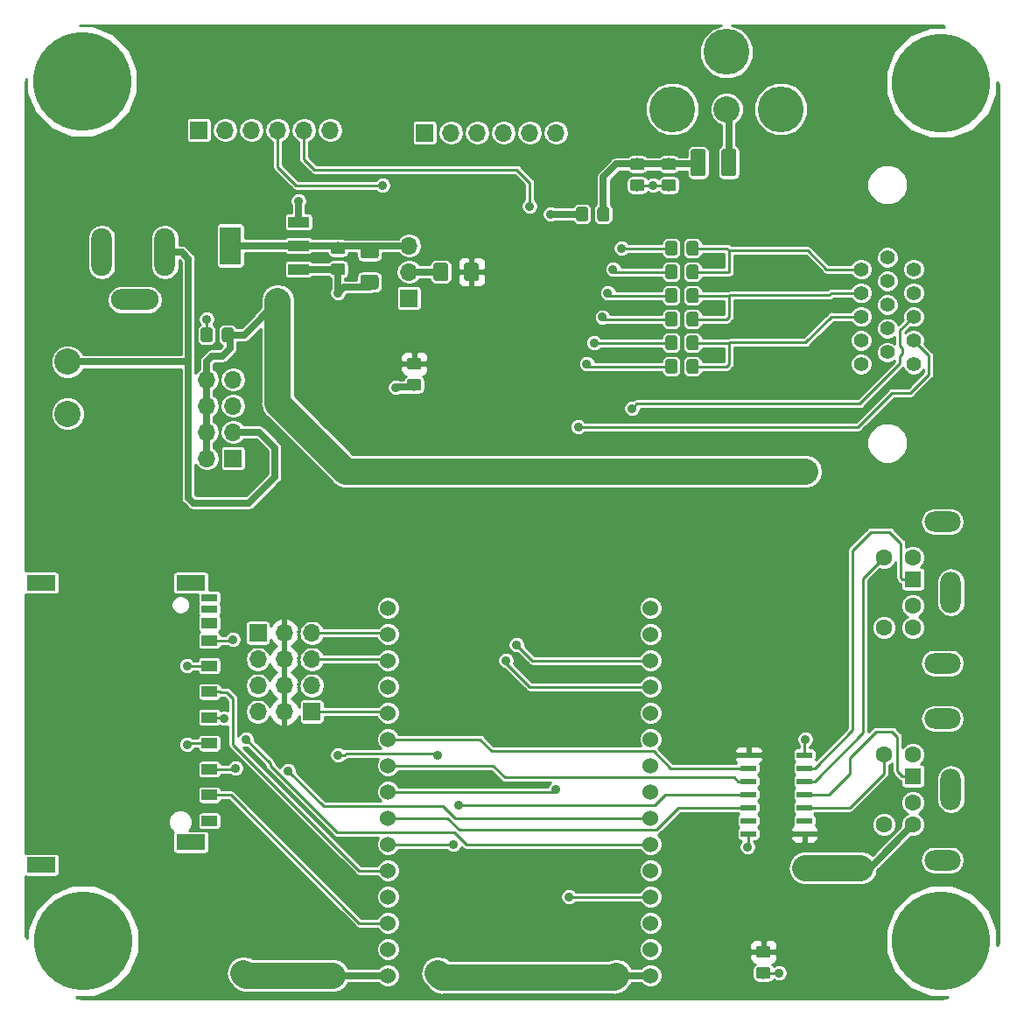
<source format=gbr>
G04 #@! TF.GenerationSoftware,KiCad,Pcbnew,(5.0.2)-1*
G04 #@! TF.CreationDate,2020-02-01T13:19:03-05:00*
G04 #@! TF.ProjectId,ESP-32_VGA,4553502d-3332-45f5-9647-412e6b696361,2*
G04 #@! TF.SameCoordinates,Original*
G04 #@! TF.FileFunction,Copper,L1,Top*
G04 #@! TF.FilePolarity,Positive*
%FSLAX46Y46*%
G04 Gerber Fmt 4.6, Leading zero omitted, Abs format (unit mm)*
G04 Created by KiCad (PCBNEW (5.0.2)-1) date 2/1/2020 1:19:03 PM*
%MOMM*%
%LPD*%
G01*
G04 APERTURE LIST*
G04 #@! TA.AperFunction,Conductor*
%ADD10C,0.150000*%
G04 #@! TD*
G04 #@! TA.AperFunction,SMDPad,CuDef*
%ADD11C,1.150000*%
G04 #@! TD*
G04 #@! TA.AperFunction,SMDPad,CuDef*
%ADD12R,2.032000X3.657600*%
G04 #@! TD*
G04 #@! TA.AperFunction,SMDPad,CuDef*
%ADD13R,2.032000X1.016000*%
G04 #@! TD*
G04 #@! TA.AperFunction,ComponentPad*
%ADD14C,2.540000*%
G04 #@! TD*
G04 #@! TA.AperFunction,ComponentPad*
%ADD15C,9.525000*%
G04 #@! TD*
G04 #@! TA.AperFunction,ComponentPad*
%ADD16C,1.524000*%
G04 #@! TD*
G04 #@! TA.AperFunction,SMDPad,CuDef*
%ADD17C,1.425000*%
G04 #@! TD*
G04 #@! TA.AperFunction,ComponentPad*
%ADD18O,2.000000X4.600000*%
G04 #@! TD*
G04 #@! TA.AperFunction,ComponentPad*
%ADD19O,4.600000X2.000000*%
G04 #@! TD*
G04 #@! TA.AperFunction,ComponentPad*
%ADD20R,1.700000X1.700000*%
G04 #@! TD*
G04 #@! TA.AperFunction,ComponentPad*
%ADD21O,1.700000X1.700000*%
G04 #@! TD*
G04 #@! TA.AperFunction,ComponentPad*
%ADD22C,1.397000*%
G04 #@! TD*
G04 #@! TA.AperFunction,SMDPad,CuDef*
%ADD23R,1.500000X0.600000*%
G04 #@! TD*
G04 #@! TA.AperFunction,ComponentPad*
%ADD24O,3.500000X2.000000*%
G04 #@! TD*
G04 #@! TA.AperFunction,ComponentPad*
%ADD25R,1.600000X1.600000*%
G04 #@! TD*
G04 #@! TA.AperFunction,ComponentPad*
%ADD26C,1.600000*%
G04 #@! TD*
G04 #@! TA.AperFunction,ComponentPad*
%ADD27O,2.000000X4.000000*%
G04 #@! TD*
G04 #@! TA.AperFunction,ComponentPad*
%ADD28C,4.445000*%
G04 #@! TD*
G04 #@! TA.AperFunction,SMDPad,CuDef*
%ADD29R,1.500000X0.700000*%
G04 #@! TD*
G04 #@! TA.AperFunction,SMDPad,CuDef*
%ADD30R,1.500000X1.000000*%
G04 #@! TD*
G04 #@! TA.AperFunction,SMDPad,CuDef*
%ADD31R,2.800000X1.500000*%
G04 #@! TD*
G04 #@! TA.AperFunction,ViaPad*
%ADD32C,0.889000*%
G04 #@! TD*
G04 #@! TA.AperFunction,Conductor*
%ADD33C,0.254000*%
G04 #@! TD*
G04 #@! TA.AperFunction,Conductor*
%ADD34C,0.635000*%
G04 #@! TD*
G04 #@! TA.AperFunction,Conductor*
%ADD35C,2.540000*%
G04 #@! TD*
G04 APERTURE END LIST*
D10*
G04 #@! TO.N,Net-(C1-Pad1)*
G04 #@! TO.C,R11*
G36*
X66652505Y-28003204D02*
X66676773Y-28006804D01*
X66700572Y-28012765D01*
X66723671Y-28021030D01*
X66745850Y-28031520D01*
X66766893Y-28044132D01*
X66786599Y-28058747D01*
X66804777Y-28075223D01*
X66821253Y-28093401D01*
X66835868Y-28113107D01*
X66848480Y-28134150D01*
X66858970Y-28156329D01*
X66867235Y-28179428D01*
X66873196Y-28203227D01*
X66876796Y-28227495D01*
X66878000Y-28251999D01*
X66878000Y-29152001D01*
X66876796Y-29176505D01*
X66873196Y-29200773D01*
X66867235Y-29224572D01*
X66858970Y-29247671D01*
X66848480Y-29269850D01*
X66835868Y-29290893D01*
X66821253Y-29310599D01*
X66804777Y-29328777D01*
X66786599Y-29345253D01*
X66766893Y-29359868D01*
X66745850Y-29372480D01*
X66723671Y-29382970D01*
X66700572Y-29391235D01*
X66676773Y-29397196D01*
X66652505Y-29400796D01*
X66628001Y-29402000D01*
X65977999Y-29402000D01*
X65953495Y-29400796D01*
X65929227Y-29397196D01*
X65905428Y-29391235D01*
X65882329Y-29382970D01*
X65860150Y-29372480D01*
X65839107Y-29359868D01*
X65819401Y-29345253D01*
X65801223Y-29328777D01*
X65784747Y-29310599D01*
X65770132Y-29290893D01*
X65757520Y-29269850D01*
X65747030Y-29247671D01*
X65738765Y-29224572D01*
X65732804Y-29200773D01*
X65729204Y-29176505D01*
X65728000Y-29152001D01*
X65728000Y-28251999D01*
X65729204Y-28227495D01*
X65732804Y-28203227D01*
X65738765Y-28179428D01*
X65747030Y-28156329D01*
X65757520Y-28134150D01*
X65770132Y-28113107D01*
X65784747Y-28093401D01*
X65801223Y-28075223D01*
X65819401Y-28058747D01*
X65839107Y-28044132D01*
X65860150Y-28031520D01*
X65882329Y-28021030D01*
X65905428Y-28012765D01*
X65929227Y-28006804D01*
X65953495Y-28003204D01*
X65977999Y-28002000D01*
X66628001Y-28002000D01*
X66652505Y-28003204D01*
X66652505Y-28003204D01*
G37*
D11*
G04 #@! TD*
G04 #@! TO.P,R11,1*
G04 #@! TO.N,Net-(C1-Pad1)*
X66303000Y-28702000D03*
D10*
G04 #@! TO.N,/AUDIO*
G04 #@! TO.C,R11*
G36*
X64602505Y-28003204D02*
X64626773Y-28006804D01*
X64650572Y-28012765D01*
X64673671Y-28021030D01*
X64695850Y-28031520D01*
X64716893Y-28044132D01*
X64736599Y-28058747D01*
X64754777Y-28075223D01*
X64771253Y-28093401D01*
X64785868Y-28113107D01*
X64798480Y-28134150D01*
X64808970Y-28156329D01*
X64817235Y-28179428D01*
X64823196Y-28203227D01*
X64826796Y-28227495D01*
X64828000Y-28251999D01*
X64828000Y-29152001D01*
X64826796Y-29176505D01*
X64823196Y-29200773D01*
X64817235Y-29224572D01*
X64808970Y-29247671D01*
X64798480Y-29269850D01*
X64785868Y-29290893D01*
X64771253Y-29310599D01*
X64754777Y-29328777D01*
X64736599Y-29345253D01*
X64716893Y-29359868D01*
X64695850Y-29372480D01*
X64673671Y-29382970D01*
X64650572Y-29391235D01*
X64626773Y-29397196D01*
X64602505Y-29400796D01*
X64578001Y-29402000D01*
X63927999Y-29402000D01*
X63903495Y-29400796D01*
X63879227Y-29397196D01*
X63855428Y-29391235D01*
X63832329Y-29382970D01*
X63810150Y-29372480D01*
X63789107Y-29359868D01*
X63769401Y-29345253D01*
X63751223Y-29328777D01*
X63734747Y-29310599D01*
X63720132Y-29290893D01*
X63707520Y-29269850D01*
X63697030Y-29247671D01*
X63688765Y-29224572D01*
X63682804Y-29200773D01*
X63679204Y-29176505D01*
X63678000Y-29152001D01*
X63678000Y-28251999D01*
X63679204Y-28227495D01*
X63682804Y-28203227D01*
X63688765Y-28179428D01*
X63697030Y-28156329D01*
X63707520Y-28134150D01*
X63720132Y-28113107D01*
X63734747Y-28093401D01*
X63751223Y-28075223D01*
X63769401Y-28058747D01*
X63789107Y-28044132D01*
X63810150Y-28031520D01*
X63832329Y-28021030D01*
X63855428Y-28012765D01*
X63879227Y-28006804D01*
X63903495Y-28003204D01*
X63927999Y-28002000D01*
X64578001Y-28002000D01*
X64602505Y-28003204D01*
X64602505Y-28003204D01*
G37*
D11*
G04 #@! TD*
G04 #@! TO.P,R11,2*
G04 #@! TO.N,/AUDIO*
X64253000Y-28702000D03*
D12*
G04 #@! TO.P,U2,4*
G04 #@! TO.N,/VO3*
X30226000Y-31750000D03*
D13*
G04 #@! TO.P,U2,2*
X36830000Y-31750000D03*
G04 #@! TO.P,U2,3*
G04 #@! TO.N,+5V*
X36830000Y-29464000D03*
G04 #@! TO.P,U2,1*
G04 #@! TO.N,GND*
X36830000Y-34036000D03*
G04 #@! TD*
D14*
G04 #@! TO.P,J15,2*
G04 #@! TO.N,/DCIN*
X14478000Y-43006000D03*
G04 #@! TO.P,J15,1*
G04 #@! TO.N,GND*
X14478000Y-48006000D03*
G04 #@! TD*
D15*
G04 #@! TO.P,MTG1,1*
G04 #@! TO.N,N/C*
X15875000Y-15875000D03*
G04 #@! TD*
G04 #@! TO.P,MTG2,1*
G04 #@! TO.N,N/C*
X99000000Y-99000000D03*
G04 #@! TD*
G04 #@! TO.P,MTG3,1*
G04 #@! TO.N,N/C*
X16000000Y-99000000D03*
G04 #@! TD*
G04 #@! TO.P,MTG?1,1*
G04 #@! TO.N,N/C*
X99000000Y-16000000D03*
G04 #@! TD*
D16*
G04 #@! TO.P,U1,1*
G04 #@! TO.N,/ESP3V*
X70866000Y-102362000D03*
G04 #@! TO.P,U1,2*
G04 #@! TO.N,GND*
X70866000Y-99822000D03*
G04 #@! TO.P,U1,3*
G04 #@! TO.N,/VSYNC*
X70866000Y-97282000D03*
G04 #@! TO.P,U1,4*
G04 #@! TO.N,/TX2*
X70866000Y-94742000D03*
G04 #@! TO.P,U1,5*
G04 #@! TO.N,/BLULO*
X70866000Y-92202000D03*
G04 #@! TO.P,U1,6*
G04 #@! TO.N,/MISO*
X70866000Y-89662000D03*
G04 #@! TO.P,U1,7*
G04 #@! TO.N,/MOSI*
X70866000Y-87122000D03*
G04 #@! TO.P,U1,8*
G04 #@! TO.N,/BLUHI*
X70866000Y-84582000D03*
G04 #@! TO.P,U1,9*
G04 #@! TO.N,/GRNLO*
X70866000Y-82042000D03*
G04 #@! TO.P,U1,10*
G04 #@! TO.N,/GRNHI*
X70866000Y-79502000D03*
G04 #@! TO.P,U1,11*
G04 #@! TO.N,/REDLO*
X70866000Y-76962000D03*
G04 #@! TO.P,U1,12*
G04 #@! TO.N,/RX0*
X70866000Y-74422000D03*
G04 #@! TO.P,U1,13*
G04 #@! TO.N,/TX0*
X70866000Y-71882000D03*
G04 #@! TO.P,U1,14*
G04 #@! TO.N,/REDHI*
X70866000Y-69342000D03*
G04 #@! TO.P,U1,15*
G04 #@! TO.N,/HSYNC*
X70866000Y-66802000D03*
G04 #@! TO.P,U1,16*
G04 #@! TO.N,N/C*
X45466000Y-66802000D03*
G04 #@! TO.P,U1,17*
G04 #@! TO.N,/VP*
X45466000Y-69342000D03*
G04 #@! TO.P,U1,18*
G04 #@! TO.N,/VN*
X45466000Y-71882000D03*
G04 #@! TO.P,U1,19*
G04 #@! TO.N,/RX2*
X45466000Y-74422000D03*
G04 #@! TO.P,U1,20*
G04 #@! TO.N,/GP35*
X45466000Y-76962000D03*
G04 #@! TO.P,U1,21*
G04 #@! TO.N,/KBDAT*
X45466000Y-79502000D03*
G04 #@! TO.P,U1,22*
G04 #@! TO.N,/KBCLK*
X45466000Y-82042000D03*
G04 #@! TO.P,U1,23*
G04 #@! TO.N,/AUDIO*
X45466000Y-84582000D03*
G04 #@! TO.P,U1,24*
G04 #@! TO.N,/MSECLK*
X45466000Y-87122000D03*
G04 #@! TO.P,U1,25*
G04 #@! TO.N,/MSEDAT*
X45466000Y-89662000D03*
G04 #@! TO.P,U1,26*
G04 #@! TO.N,/SCLK*
X45466000Y-92202000D03*
G04 #@! TO.P,U1,27*
G04 #@! TO.N,/GP12*
X45466000Y-94742000D03*
G04 #@! TO.P,U1,28*
G04 #@! TO.N,/SDCS*
X45466000Y-97282000D03*
G04 #@! TO.P,U1,29*
G04 #@! TO.N,GND*
X45466000Y-99822000D03*
G04 #@! TO.P,U1,30*
G04 #@! TO.N,/VUSB*
X45466000Y-102362000D03*
G04 #@! TD*
D10*
G04 #@! TO.N,+3V3*
G04 #@! TO.C,F1*
G36*
X54044504Y-33416204D02*
X54068773Y-33419804D01*
X54092571Y-33425765D01*
X54115671Y-33434030D01*
X54137849Y-33444520D01*
X54158893Y-33457133D01*
X54178598Y-33471747D01*
X54196777Y-33488223D01*
X54213253Y-33506402D01*
X54227867Y-33526107D01*
X54240480Y-33547151D01*
X54250970Y-33569329D01*
X54259235Y-33592429D01*
X54265196Y-33616227D01*
X54268796Y-33640496D01*
X54270000Y-33665000D01*
X54270000Y-34915000D01*
X54268796Y-34939504D01*
X54265196Y-34963773D01*
X54259235Y-34987571D01*
X54250970Y-35010671D01*
X54240480Y-35032849D01*
X54227867Y-35053893D01*
X54213253Y-35073598D01*
X54196777Y-35091777D01*
X54178598Y-35108253D01*
X54158893Y-35122867D01*
X54137849Y-35135480D01*
X54115671Y-35145970D01*
X54092571Y-35154235D01*
X54068773Y-35160196D01*
X54044504Y-35163796D01*
X54020000Y-35165000D01*
X53095000Y-35165000D01*
X53070496Y-35163796D01*
X53046227Y-35160196D01*
X53022429Y-35154235D01*
X52999329Y-35145970D01*
X52977151Y-35135480D01*
X52956107Y-35122867D01*
X52936402Y-35108253D01*
X52918223Y-35091777D01*
X52901747Y-35073598D01*
X52887133Y-35053893D01*
X52874520Y-35032849D01*
X52864030Y-35010671D01*
X52855765Y-34987571D01*
X52849804Y-34963773D01*
X52846204Y-34939504D01*
X52845000Y-34915000D01*
X52845000Y-33665000D01*
X52846204Y-33640496D01*
X52849804Y-33616227D01*
X52855765Y-33592429D01*
X52864030Y-33569329D01*
X52874520Y-33547151D01*
X52887133Y-33526107D01*
X52901747Y-33506402D01*
X52918223Y-33488223D01*
X52936402Y-33471747D01*
X52956107Y-33457133D01*
X52977151Y-33444520D01*
X52999329Y-33434030D01*
X53022429Y-33425765D01*
X53046227Y-33419804D01*
X53070496Y-33416204D01*
X53095000Y-33415000D01*
X54020000Y-33415000D01*
X54044504Y-33416204D01*
X54044504Y-33416204D01*
G37*
D17*
G04 #@! TD*
G04 #@! TO.P,F1,1*
G04 #@! TO.N,+3V3*
X53557500Y-34290000D03*
D10*
G04 #@! TO.N,Net-(F1-Pad2)*
G04 #@! TO.C,F1*
G36*
X51069504Y-33416204D02*
X51093773Y-33419804D01*
X51117571Y-33425765D01*
X51140671Y-33434030D01*
X51162849Y-33444520D01*
X51183893Y-33457133D01*
X51203598Y-33471747D01*
X51221777Y-33488223D01*
X51238253Y-33506402D01*
X51252867Y-33526107D01*
X51265480Y-33547151D01*
X51275970Y-33569329D01*
X51284235Y-33592429D01*
X51290196Y-33616227D01*
X51293796Y-33640496D01*
X51295000Y-33665000D01*
X51295000Y-34915000D01*
X51293796Y-34939504D01*
X51290196Y-34963773D01*
X51284235Y-34987571D01*
X51275970Y-35010671D01*
X51265480Y-35032849D01*
X51252867Y-35053893D01*
X51238253Y-35073598D01*
X51221777Y-35091777D01*
X51203598Y-35108253D01*
X51183893Y-35122867D01*
X51162849Y-35135480D01*
X51140671Y-35145970D01*
X51117571Y-35154235D01*
X51093773Y-35160196D01*
X51069504Y-35163796D01*
X51045000Y-35165000D01*
X50120000Y-35165000D01*
X50095496Y-35163796D01*
X50071227Y-35160196D01*
X50047429Y-35154235D01*
X50024329Y-35145970D01*
X50002151Y-35135480D01*
X49981107Y-35122867D01*
X49961402Y-35108253D01*
X49943223Y-35091777D01*
X49926747Y-35073598D01*
X49912133Y-35053893D01*
X49899520Y-35032849D01*
X49889030Y-35010671D01*
X49880765Y-34987571D01*
X49874804Y-34963773D01*
X49871204Y-34939504D01*
X49870000Y-34915000D01*
X49870000Y-33665000D01*
X49871204Y-33640496D01*
X49874804Y-33616227D01*
X49880765Y-33592429D01*
X49889030Y-33569329D01*
X49899520Y-33547151D01*
X49912133Y-33526107D01*
X49926747Y-33506402D01*
X49943223Y-33488223D01*
X49961402Y-33471747D01*
X49981107Y-33457133D01*
X50002151Y-33444520D01*
X50024329Y-33434030D01*
X50047429Y-33425765D01*
X50071227Y-33419804D01*
X50095496Y-33416204D01*
X50120000Y-33415000D01*
X51045000Y-33415000D01*
X51069504Y-33416204D01*
X51069504Y-33416204D01*
G37*
D17*
G04 #@! TD*
G04 #@! TO.P,F1,2*
G04 #@! TO.N,Net-(F1-Pad2)*
X50582500Y-34290000D03*
D18*
G04 #@! TO.P,J1,2*
G04 #@! TO.N,GND*
X17780000Y-32385000D03*
G04 #@! TO.P,J1,1*
G04 #@! TO.N,/DCIN*
X23880000Y-32385000D03*
D19*
G04 #@! TO.P,J1,3*
G04 #@! TO.N,GND*
X20980000Y-36985000D03*
G04 #@! TD*
D20*
G04 #@! TO.P,H1,1*
G04 #@! TO.N,/ESP3V*
X47498000Y-36830000D03*
D21*
G04 #@! TO.P,H1,2*
G04 #@! TO.N,Net-(F1-Pad2)*
X47498000Y-34290000D03*
G04 #@! TO.P,H1,3*
G04 #@! TO.N,/VO3*
X47498000Y-31750000D03*
G04 #@! TD*
D20*
G04 #@! TO.P,H2,1*
G04 #@! TO.N,/VUSB*
X30480000Y-52324000D03*
D21*
G04 #@! TO.P,H2,2*
G04 #@! TO.N,+5V*
X27940000Y-52324000D03*
G04 #@! TO.P,H2,3*
G04 #@! TO.N,/DCIN*
X30480000Y-49784000D03*
G04 #@! TO.P,H2,4*
G04 #@! TO.N,+5V*
X27940000Y-49784000D03*
G04 #@! TO.P,H2,5*
G04 #@! TO.N,/FTDI5V0*
X30480000Y-47244000D03*
G04 #@! TO.P,H2,6*
G04 #@! TO.N,+5V*
X27940000Y-47244000D03*
G04 #@! TO.P,H2,7*
G04 #@! TO.N,/FTDI5V2*
X30480000Y-44704000D03*
G04 #@! TO.P,H2,8*
G04 #@! TO.N,+5V*
X27940000Y-44704000D03*
G04 #@! TD*
D22*
G04 #@! TO.P,P3,3*
G04 #@! TO.N,Net-(P3-Pad3)*
X91239340Y-38620700D03*
G04 #@! TO.P,P3,2*
G04 #@! TO.N,Net-(P3-Pad2)*
X91239340Y-36334700D03*
G04 #@! TO.P,P3,1*
G04 #@! TO.N,Net-(P3-Pad1)*
X91239340Y-34043620D03*
G04 #@! TO.P,P3,4*
G04 #@! TO.N,N/C*
X91239340Y-40914320D03*
G04 #@! TO.P,P3,5*
G04 #@! TO.N,GND*
X91239340Y-43202860D03*
G04 #@! TO.P,P3,9*
G04 #@! TO.N,N/C*
X93779340Y-39768780D03*
G04 #@! TO.P,P3,8*
G04 #@! TO.N,GND*
X93779340Y-37480240D03*
G04 #@! TO.P,P3,7*
X93779340Y-35189160D03*
G04 #@! TO.P,P3,6*
X93779340Y-32898080D03*
G04 #@! TO.P,P3,10*
X93779340Y-42059860D03*
G04 #@! TO.P,P3,11*
G04 #@! TO.N,N/C*
X96319340Y-34043620D03*
G04 #@! TO.P,P3,12*
X96319340Y-36334700D03*
G04 #@! TO.P,P3,13*
G04 #@! TO.N,/HSYNC*
X96316800Y-38623240D03*
G04 #@! TO.P,P3,14*
G04 #@! TO.N,/VSYNC*
X96319340Y-40914320D03*
G04 #@! TO.P,P3,15*
G04 #@! TO.N,N/C*
X96319340Y-43202860D03*
G04 #@! TD*
D10*
G04 #@! TO.N,Net-(P3-Pad1)*
G04 #@! TO.C,R1*
G36*
X75288505Y-31305204D02*
X75312773Y-31308804D01*
X75336572Y-31314765D01*
X75359671Y-31323030D01*
X75381850Y-31333520D01*
X75402893Y-31346132D01*
X75422599Y-31360747D01*
X75440777Y-31377223D01*
X75457253Y-31395401D01*
X75471868Y-31415107D01*
X75484480Y-31436150D01*
X75494970Y-31458329D01*
X75503235Y-31481428D01*
X75509196Y-31505227D01*
X75512796Y-31529495D01*
X75514000Y-31553999D01*
X75514000Y-32454001D01*
X75512796Y-32478505D01*
X75509196Y-32502773D01*
X75503235Y-32526572D01*
X75494970Y-32549671D01*
X75484480Y-32571850D01*
X75471868Y-32592893D01*
X75457253Y-32612599D01*
X75440777Y-32630777D01*
X75422599Y-32647253D01*
X75402893Y-32661868D01*
X75381850Y-32674480D01*
X75359671Y-32684970D01*
X75336572Y-32693235D01*
X75312773Y-32699196D01*
X75288505Y-32702796D01*
X75264001Y-32704000D01*
X74613999Y-32704000D01*
X74589495Y-32702796D01*
X74565227Y-32699196D01*
X74541428Y-32693235D01*
X74518329Y-32684970D01*
X74496150Y-32674480D01*
X74475107Y-32661868D01*
X74455401Y-32647253D01*
X74437223Y-32630777D01*
X74420747Y-32612599D01*
X74406132Y-32592893D01*
X74393520Y-32571850D01*
X74383030Y-32549671D01*
X74374765Y-32526572D01*
X74368804Y-32502773D01*
X74365204Y-32478505D01*
X74364000Y-32454001D01*
X74364000Y-31553999D01*
X74365204Y-31529495D01*
X74368804Y-31505227D01*
X74374765Y-31481428D01*
X74383030Y-31458329D01*
X74393520Y-31436150D01*
X74406132Y-31415107D01*
X74420747Y-31395401D01*
X74437223Y-31377223D01*
X74455401Y-31360747D01*
X74475107Y-31346132D01*
X74496150Y-31333520D01*
X74518329Y-31323030D01*
X74541428Y-31314765D01*
X74565227Y-31308804D01*
X74589495Y-31305204D01*
X74613999Y-31304000D01*
X75264001Y-31304000D01*
X75288505Y-31305204D01*
X75288505Y-31305204D01*
G37*
D11*
G04 #@! TD*
G04 #@! TO.P,R1,1*
G04 #@! TO.N,Net-(P3-Pad1)*
X74939000Y-32004000D03*
D10*
G04 #@! TO.N,/REDHI*
G04 #@! TO.C,R1*
G36*
X73238505Y-31305204D02*
X73262773Y-31308804D01*
X73286572Y-31314765D01*
X73309671Y-31323030D01*
X73331850Y-31333520D01*
X73352893Y-31346132D01*
X73372599Y-31360747D01*
X73390777Y-31377223D01*
X73407253Y-31395401D01*
X73421868Y-31415107D01*
X73434480Y-31436150D01*
X73444970Y-31458329D01*
X73453235Y-31481428D01*
X73459196Y-31505227D01*
X73462796Y-31529495D01*
X73464000Y-31553999D01*
X73464000Y-32454001D01*
X73462796Y-32478505D01*
X73459196Y-32502773D01*
X73453235Y-32526572D01*
X73444970Y-32549671D01*
X73434480Y-32571850D01*
X73421868Y-32592893D01*
X73407253Y-32612599D01*
X73390777Y-32630777D01*
X73372599Y-32647253D01*
X73352893Y-32661868D01*
X73331850Y-32674480D01*
X73309671Y-32684970D01*
X73286572Y-32693235D01*
X73262773Y-32699196D01*
X73238505Y-32702796D01*
X73214001Y-32704000D01*
X72563999Y-32704000D01*
X72539495Y-32702796D01*
X72515227Y-32699196D01*
X72491428Y-32693235D01*
X72468329Y-32684970D01*
X72446150Y-32674480D01*
X72425107Y-32661868D01*
X72405401Y-32647253D01*
X72387223Y-32630777D01*
X72370747Y-32612599D01*
X72356132Y-32592893D01*
X72343520Y-32571850D01*
X72333030Y-32549671D01*
X72324765Y-32526572D01*
X72318804Y-32502773D01*
X72315204Y-32478505D01*
X72314000Y-32454001D01*
X72314000Y-31553999D01*
X72315204Y-31529495D01*
X72318804Y-31505227D01*
X72324765Y-31481428D01*
X72333030Y-31458329D01*
X72343520Y-31436150D01*
X72356132Y-31415107D01*
X72370747Y-31395401D01*
X72387223Y-31377223D01*
X72405401Y-31360747D01*
X72425107Y-31346132D01*
X72446150Y-31333520D01*
X72468329Y-31323030D01*
X72491428Y-31314765D01*
X72515227Y-31308804D01*
X72539495Y-31305204D01*
X72563999Y-31304000D01*
X73214001Y-31304000D01*
X73238505Y-31305204D01*
X73238505Y-31305204D01*
G37*
D11*
G04 #@! TD*
G04 #@! TO.P,R1,2*
G04 #@! TO.N,/REDHI*
X72889000Y-32004000D03*
D10*
G04 #@! TO.N,/REDLO*
G04 #@! TO.C,R2*
G36*
X73238505Y-33591204D02*
X73262773Y-33594804D01*
X73286572Y-33600765D01*
X73309671Y-33609030D01*
X73331850Y-33619520D01*
X73352893Y-33632132D01*
X73372599Y-33646747D01*
X73390777Y-33663223D01*
X73407253Y-33681401D01*
X73421868Y-33701107D01*
X73434480Y-33722150D01*
X73444970Y-33744329D01*
X73453235Y-33767428D01*
X73459196Y-33791227D01*
X73462796Y-33815495D01*
X73464000Y-33839999D01*
X73464000Y-34740001D01*
X73462796Y-34764505D01*
X73459196Y-34788773D01*
X73453235Y-34812572D01*
X73444970Y-34835671D01*
X73434480Y-34857850D01*
X73421868Y-34878893D01*
X73407253Y-34898599D01*
X73390777Y-34916777D01*
X73372599Y-34933253D01*
X73352893Y-34947868D01*
X73331850Y-34960480D01*
X73309671Y-34970970D01*
X73286572Y-34979235D01*
X73262773Y-34985196D01*
X73238505Y-34988796D01*
X73214001Y-34990000D01*
X72563999Y-34990000D01*
X72539495Y-34988796D01*
X72515227Y-34985196D01*
X72491428Y-34979235D01*
X72468329Y-34970970D01*
X72446150Y-34960480D01*
X72425107Y-34947868D01*
X72405401Y-34933253D01*
X72387223Y-34916777D01*
X72370747Y-34898599D01*
X72356132Y-34878893D01*
X72343520Y-34857850D01*
X72333030Y-34835671D01*
X72324765Y-34812572D01*
X72318804Y-34788773D01*
X72315204Y-34764505D01*
X72314000Y-34740001D01*
X72314000Y-33839999D01*
X72315204Y-33815495D01*
X72318804Y-33791227D01*
X72324765Y-33767428D01*
X72333030Y-33744329D01*
X72343520Y-33722150D01*
X72356132Y-33701107D01*
X72370747Y-33681401D01*
X72387223Y-33663223D01*
X72405401Y-33646747D01*
X72425107Y-33632132D01*
X72446150Y-33619520D01*
X72468329Y-33609030D01*
X72491428Y-33600765D01*
X72515227Y-33594804D01*
X72539495Y-33591204D01*
X72563999Y-33590000D01*
X73214001Y-33590000D01*
X73238505Y-33591204D01*
X73238505Y-33591204D01*
G37*
D11*
G04 #@! TD*
G04 #@! TO.P,R2,2*
G04 #@! TO.N,/REDLO*
X72889000Y-34290000D03*
D10*
G04 #@! TO.N,Net-(P3-Pad1)*
G04 #@! TO.C,R2*
G36*
X75288505Y-33591204D02*
X75312773Y-33594804D01*
X75336572Y-33600765D01*
X75359671Y-33609030D01*
X75381850Y-33619520D01*
X75402893Y-33632132D01*
X75422599Y-33646747D01*
X75440777Y-33663223D01*
X75457253Y-33681401D01*
X75471868Y-33701107D01*
X75484480Y-33722150D01*
X75494970Y-33744329D01*
X75503235Y-33767428D01*
X75509196Y-33791227D01*
X75512796Y-33815495D01*
X75514000Y-33839999D01*
X75514000Y-34740001D01*
X75512796Y-34764505D01*
X75509196Y-34788773D01*
X75503235Y-34812572D01*
X75494970Y-34835671D01*
X75484480Y-34857850D01*
X75471868Y-34878893D01*
X75457253Y-34898599D01*
X75440777Y-34916777D01*
X75422599Y-34933253D01*
X75402893Y-34947868D01*
X75381850Y-34960480D01*
X75359671Y-34970970D01*
X75336572Y-34979235D01*
X75312773Y-34985196D01*
X75288505Y-34988796D01*
X75264001Y-34990000D01*
X74613999Y-34990000D01*
X74589495Y-34988796D01*
X74565227Y-34985196D01*
X74541428Y-34979235D01*
X74518329Y-34970970D01*
X74496150Y-34960480D01*
X74475107Y-34947868D01*
X74455401Y-34933253D01*
X74437223Y-34916777D01*
X74420747Y-34898599D01*
X74406132Y-34878893D01*
X74393520Y-34857850D01*
X74383030Y-34835671D01*
X74374765Y-34812572D01*
X74368804Y-34788773D01*
X74365204Y-34764505D01*
X74364000Y-34740001D01*
X74364000Y-33839999D01*
X74365204Y-33815495D01*
X74368804Y-33791227D01*
X74374765Y-33767428D01*
X74383030Y-33744329D01*
X74393520Y-33722150D01*
X74406132Y-33701107D01*
X74420747Y-33681401D01*
X74437223Y-33663223D01*
X74455401Y-33646747D01*
X74475107Y-33632132D01*
X74496150Y-33619520D01*
X74518329Y-33609030D01*
X74541428Y-33600765D01*
X74565227Y-33594804D01*
X74589495Y-33591204D01*
X74613999Y-33590000D01*
X75264001Y-33590000D01*
X75288505Y-33591204D01*
X75288505Y-33591204D01*
G37*
D11*
G04 #@! TD*
G04 #@! TO.P,R2,1*
G04 #@! TO.N,Net-(P3-Pad1)*
X74939000Y-34290000D03*
D10*
G04 #@! TO.N,Net-(P3-Pad2)*
G04 #@! TO.C,R3*
G36*
X75288505Y-35877204D02*
X75312773Y-35880804D01*
X75336572Y-35886765D01*
X75359671Y-35895030D01*
X75381850Y-35905520D01*
X75402893Y-35918132D01*
X75422599Y-35932747D01*
X75440777Y-35949223D01*
X75457253Y-35967401D01*
X75471868Y-35987107D01*
X75484480Y-36008150D01*
X75494970Y-36030329D01*
X75503235Y-36053428D01*
X75509196Y-36077227D01*
X75512796Y-36101495D01*
X75514000Y-36125999D01*
X75514000Y-37026001D01*
X75512796Y-37050505D01*
X75509196Y-37074773D01*
X75503235Y-37098572D01*
X75494970Y-37121671D01*
X75484480Y-37143850D01*
X75471868Y-37164893D01*
X75457253Y-37184599D01*
X75440777Y-37202777D01*
X75422599Y-37219253D01*
X75402893Y-37233868D01*
X75381850Y-37246480D01*
X75359671Y-37256970D01*
X75336572Y-37265235D01*
X75312773Y-37271196D01*
X75288505Y-37274796D01*
X75264001Y-37276000D01*
X74613999Y-37276000D01*
X74589495Y-37274796D01*
X74565227Y-37271196D01*
X74541428Y-37265235D01*
X74518329Y-37256970D01*
X74496150Y-37246480D01*
X74475107Y-37233868D01*
X74455401Y-37219253D01*
X74437223Y-37202777D01*
X74420747Y-37184599D01*
X74406132Y-37164893D01*
X74393520Y-37143850D01*
X74383030Y-37121671D01*
X74374765Y-37098572D01*
X74368804Y-37074773D01*
X74365204Y-37050505D01*
X74364000Y-37026001D01*
X74364000Y-36125999D01*
X74365204Y-36101495D01*
X74368804Y-36077227D01*
X74374765Y-36053428D01*
X74383030Y-36030329D01*
X74393520Y-36008150D01*
X74406132Y-35987107D01*
X74420747Y-35967401D01*
X74437223Y-35949223D01*
X74455401Y-35932747D01*
X74475107Y-35918132D01*
X74496150Y-35905520D01*
X74518329Y-35895030D01*
X74541428Y-35886765D01*
X74565227Y-35880804D01*
X74589495Y-35877204D01*
X74613999Y-35876000D01*
X75264001Y-35876000D01*
X75288505Y-35877204D01*
X75288505Y-35877204D01*
G37*
D11*
G04 #@! TD*
G04 #@! TO.P,R3,1*
G04 #@! TO.N,Net-(P3-Pad2)*
X74939000Y-36576000D03*
D10*
G04 #@! TO.N,/GRNHI*
G04 #@! TO.C,R3*
G36*
X73238505Y-35877204D02*
X73262773Y-35880804D01*
X73286572Y-35886765D01*
X73309671Y-35895030D01*
X73331850Y-35905520D01*
X73352893Y-35918132D01*
X73372599Y-35932747D01*
X73390777Y-35949223D01*
X73407253Y-35967401D01*
X73421868Y-35987107D01*
X73434480Y-36008150D01*
X73444970Y-36030329D01*
X73453235Y-36053428D01*
X73459196Y-36077227D01*
X73462796Y-36101495D01*
X73464000Y-36125999D01*
X73464000Y-37026001D01*
X73462796Y-37050505D01*
X73459196Y-37074773D01*
X73453235Y-37098572D01*
X73444970Y-37121671D01*
X73434480Y-37143850D01*
X73421868Y-37164893D01*
X73407253Y-37184599D01*
X73390777Y-37202777D01*
X73372599Y-37219253D01*
X73352893Y-37233868D01*
X73331850Y-37246480D01*
X73309671Y-37256970D01*
X73286572Y-37265235D01*
X73262773Y-37271196D01*
X73238505Y-37274796D01*
X73214001Y-37276000D01*
X72563999Y-37276000D01*
X72539495Y-37274796D01*
X72515227Y-37271196D01*
X72491428Y-37265235D01*
X72468329Y-37256970D01*
X72446150Y-37246480D01*
X72425107Y-37233868D01*
X72405401Y-37219253D01*
X72387223Y-37202777D01*
X72370747Y-37184599D01*
X72356132Y-37164893D01*
X72343520Y-37143850D01*
X72333030Y-37121671D01*
X72324765Y-37098572D01*
X72318804Y-37074773D01*
X72315204Y-37050505D01*
X72314000Y-37026001D01*
X72314000Y-36125999D01*
X72315204Y-36101495D01*
X72318804Y-36077227D01*
X72324765Y-36053428D01*
X72333030Y-36030329D01*
X72343520Y-36008150D01*
X72356132Y-35987107D01*
X72370747Y-35967401D01*
X72387223Y-35949223D01*
X72405401Y-35932747D01*
X72425107Y-35918132D01*
X72446150Y-35905520D01*
X72468329Y-35895030D01*
X72491428Y-35886765D01*
X72515227Y-35880804D01*
X72539495Y-35877204D01*
X72563999Y-35876000D01*
X73214001Y-35876000D01*
X73238505Y-35877204D01*
X73238505Y-35877204D01*
G37*
D11*
G04 #@! TD*
G04 #@! TO.P,R3,2*
G04 #@! TO.N,/GRNHI*
X72889000Y-36576000D03*
D10*
G04 #@! TO.N,/GRNLO*
G04 #@! TO.C,R4*
G36*
X73238505Y-38163204D02*
X73262773Y-38166804D01*
X73286572Y-38172765D01*
X73309671Y-38181030D01*
X73331850Y-38191520D01*
X73352893Y-38204132D01*
X73372599Y-38218747D01*
X73390777Y-38235223D01*
X73407253Y-38253401D01*
X73421868Y-38273107D01*
X73434480Y-38294150D01*
X73444970Y-38316329D01*
X73453235Y-38339428D01*
X73459196Y-38363227D01*
X73462796Y-38387495D01*
X73464000Y-38411999D01*
X73464000Y-39312001D01*
X73462796Y-39336505D01*
X73459196Y-39360773D01*
X73453235Y-39384572D01*
X73444970Y-39407671D01*
X73434480Y-39429850D01*
X73421868Y-39450893D01*
X73407253Y-39470599D01*
X73390777Y-39488777D01*
X73372599Y-39505253D01*
X73352893Y-39519868D01*
X73331850Y-39532480D01*
X73309671Y-39542970D01*
X73286572Y-39551235D01*
X73262773Y-39557196D01*
X73238505Y-39560796D01*
X73214001Y-39562000D01*
X72563999Y-39562000D01*
X72539495Y-39560796D01*
X72515227Y-39557196D01*
X72491428Y-39551235D01*
X72468329Y-39542970D01*
X72446150Y-39532480D01*
X72425107Y-39519868D01*
X72405401Y-39505253D01*
X72387223Y-39488777D01*
X72370747Y-39470599D01*
X72356132Y-39450893D01*
X72343520Y-39429850D01*
X72333030Y-39407671D01*
X72324765Y-39384572D01*
X72318804Y-39360773D01*
X72315204Y-39336505D01*
X72314000Y-39312001D01*
X72314000Y-38411999D01*
X72315204Y-38387495D01*
X72318804Y-38363227D01*
X72324765Y-38339428D01*
X72333030Y-38316329D01*
X72343520Y-38294150D01*
X72356132Y-38273107D01*
X72370747Y-38253401D01*
X72387223Y-38235223D01*
X72405401Y-38218747D01*
X72425107Y-38204132D01*
X72446150Y-38191520D01*
X72468329Y-38181030D01*
X72491428Y-38172765D01*
X72515227Y-38166804D01*
X72539495Y-38163204D01*
X72563999Y-38162000D01*
X73214001Y-38162000D01*
X73238505Y-38163204D01*
X73238505Y-38163204D01*
G37*
D11*
G04 #@! TD*
G04 #@! TO.P,R4,2*
G04 #@! TO.N,/GRNLO*
X72889000Y-38862000D03*
D10*
G04 #@! TO.N,Net-(P3-Pad2)*
G04 #@! TO.C,R4*
G36*
X75288505Y-38163204D02*
X75312773Y-38166804D01*
X75336572Y-38172765D01*
X75359671Y-38181030D01*
X75381850Y-38191520D01*
X75402893Y-38204132D01*
X75422599Y-38218747D01*
X75440777Y-38235223D01*
X75457253Y-38253401D01*
X75471868Y-38273107D01*
X75484480Y-38294150D01*
X75494970Y-38316329D01*
X75503235Y-38339428D01*
X75509196Y-38363227D01*
X75512796Y-38387495D01*
X75514000Y-38411999D01*
X75514000Y-39312001D01*
X75512796Y-39336505D01*
X75509196Y-39360773D01*
X75503235Y-39384572D01*
X75494970Y-39407671D01*
X75484480Y-39429850D01*
X75471868Y-39450893D01*
X75457253Y-39470599D01*
X75440777Y-39488777D01*
X75422599Y-39505253D01*
X75402893Y-39519868D01*
X75381850Y-39532480D01*
X75359671Y-39542970D01*
X75336572Y-39551235D01*
X75312773Y-39557196D01*
X75288505Y-39560796D01*
X75264001Y-39562000D01*
X74613999Y-39562000D01*
X74589495Y-39560796D01*
X74565227Y-39557196D01*
X74541428Y-39551235D01*
X74518329Y-39542970D01*
X74496150Y-39532480D01*
X74475107Y-39519868D01*
X74455401Y-39505253D01*
X74437223Y-39488777D01*
X74420747Y-39470599D01*
X74406132Y-39450893D01*
X74393520Y-39429850D01*
X74383030Y-39407671D01*
X74374765Y-39384572D01*
X74368804Y-39360773D01*
X74365204Y-39336505D01*
X74364000Y-39312001D01*
X74364000Y-38411999D01*
X74365204Y-38387495D01*
X74368804Y-38363227D01*
X74374765Y-38339428D01*
X74383030Y-38316329D01*
X74393520Y-38294150D01*
X74406132Y-38273107D01*
X74420747Y-38253401D01*
X74437223Y-38235223D01*
X74455401Y-38218747D01*
X74475107Y-38204132D01*
X74496150Y-38191520D01*
X74518329Y-38181030D01*
X74541428Y-38172765D01*
X74565227Y-38166804D01*
X74589495Y-38163204D01*
X74613999Y-38162000D01*
X75264001Y-38162000D01*
X75288505Y-38163204D01*
X75288505Y-38163204D01*
G37*
D11*
G04 #@! TD*
G04 #@! TO.P,R4,1*
G04 #@! TO.N,Net-(P3-Pad2)*
X74939000Y-38862000D03*
D10*
G04 #@! TO.N,/BLUHI*
G04 #@! TO.C,R5*
G36*
X73238505Y-40449204D02*
X73262773Y-40452804D01*
X73286572Y-40458765D01*
X73309671Y-40467030D01*
X73331850Y-40477520D01*
X73352893Y-40490132D01*
X73372599Y-40504747D01*
X73390777Y-40521223D01*
X73407253Y-40539401D01*
X73421868Y-40559107D01*
X73434480Y-40580150D01*
X73444970Y-40602329D01*
X73453235Y-40625428D01*
X73459196Y-40649227D01*
X73462796Y-40673495D01*
X73464000Y-40697999D01*
X73464000Y-41598001D01*
X73462796Y-41622505D01*
X73459196Y-41646773D01*
X73453235Y-41670572D01*
X73444970Y-41693671D01*
X73434480Y-41715850D01*
X73421868Y-41736893D01*
X73407253Y-41756599D01*
X73390777Y-41774777D01*
X73372599Y-41791253D01*
X73352893Y-41805868D01*
X73331850Y-41818480D01*
X73309671Y-41828970D01*
X73286572Y-41837235D01*
X73262773Y-41843196D01*
X73238505Y-41846796D01*
X73214001Y-41848000D01*
X72563999Y-41848000D01*
X72539495Y-41846796D01*
X72515227Y-41843196D01*
X72491428Y-41837235D01*
X72468329Y-41828970D01*
X72446150Y-41818480D01*
X72425107Y-41805868D01*
X72405401Y-41791253D01*
X72387223Y-41774777D01*
X72370747Y-41756599D01*
X72356132Y-41736893D01*
X72343520Y-41715850D01*
X72333030Y-41693671D01*
X72324765Y-41670572D01*
X72318804Y-41646773D01*
X72315204Y-41622505D01*
X72314000Y-41598001D01*
X72314000Y-40697999D01*
X72315204Y-40673495D01*
X72318804Y-40649227D01*
X72324765Y-40625428D01*
X72333030Y-40602329D01*
X72343520Y-40580150D01*
X72356132Y-40559107D01*
X72370747Y-40539401D01*
X72387223Y-40521223D01*
X72405401Y-40504747D01*
X72425107Y-40490132D01*
X72446150Y-40477520D01*
X72468329Y-40467030D01*
X72491428Y-40458765D01*
X72515227Y-40452804D01*
X72539495Y-40449204D01*
X72563999Y-40448000D01*
X73214001Y-40448000D01*
X73238505Y-40449204D01*
X73238505Y-40449204D01*
G37*
D11*
G04 #@! TD*
G04 #@! TO.P,R5,2*
G04 #@! TO.N,/BLUHI*
X72889000Y-41148000D03*
D10*
G04 #@! TO.N,Net-(P3-Pad3)*
G04 #@! TO.C,R5*
G36*
X75288505Y-40449204D02*
X75312773Y-40452804D01*
X75336572Y-40458765D01*
X75359671Y-40467030D01*
X75381850Y-40477520D01*
X75402893Y-40490132D01*
X75422599Y-40504747D01*
X75440777Y-40521223D01*
X75457253Y-40539401D01*
X75471868Y-40559107D01*
X75484480Y-40580150D01*
X75494970Y-40602329D01*
X75503235Y-40625428D01*
X75509196Y-40649227D01*
X75512796Y-40673495D01*
X75514000Y-40697999D01*
X75514000Y-41598001D01*
X75512796Y-41622505D01*
X75509196Y-41646773D01*
X75503235Y-41670572D01*
X75494970Y-41693671D01*
X75484480Y-41715850D01*
X75471868Y-41736893D01*
X75457253Y-41756599D01*
X75440777Y-41774777D01*
X75422599Y-41791253D01*
X75402893Y-41805868D01*
X75381850Y-41818480D01*
X75359671Y-41828970D01*
X75336572Y-41837235D01*
X75312773Y-41843196D01*
X75288505Y-41846796D01*
X75264001Y-41848000D01*
X74613999Y-41848000D01*
X74589495Y-41846796D01*
X74565227Y-41843196D01*
X74541428Y-41837235D01*
X74518329Y-41828970D01*
X74496150Y-41818480D01*
X74475107Y-41805868D01*
X74455401Y-41791253D01*
X74437223Y-41774777D01*
X74420747Y-41756599D01*
X74406132Y-41736893D01*
X74393520Y-41715850D01*
X74383030Y-41693671D01*
X74374765Y-41670572D01*
X74368804Y-41646773D01*
X74365204Y-41622505D01*
X74364000Y-41598001D01*
X74364000Y-40697999D01*
X74365204Y-40673495D01*
X74368804Y-40649227D01*
X74374765Y-40625428D01*
X74383030Y-40602329D01*
X74393520Y-40580150D01*
X74406132Y-40559107D01*
X74420747Y-40539401D01*
X74437223Y-40521223D01*
X74455401Y-40504747D01*
X74475107Y-40490132D01*
X74496150Y-40477520D01*
X74518329Y-40467030D01*
X74541428Y-40458765D01*
X74565227Y-40452804D01*
X74589495Y-40449204D01*
X74613999Y-40448000D01*
X75264001Y-40448000D01*
X75288505Y-40449204D01*
X75288505Y-40449204D01*
G37*
D11*
G04 #@! TD*
G04 #@! TO.P,R5,1*
G04 #@! TO.N,Net-(P3-Pad3)*
X74939000Y-41148000D03*
D10*
G04 #@! TO.N,Net-(P3-Pad3)*
G04 #@! TO.C,R6*
G36*
X75288505Y-42735204D02*
X75312773Y-42738804D01*
X75336572Y-42744765D01*
X75359671Y-42753030D01*
X75381850Y-42763520D01*
X75402893Y-42776132D01*
X75422599Y-42790747D01*
X75440777Y-42807223D01*
X75457253Y-42825401D01*
X75471868Y-42845107D01*
X75484480Y-42866150D01*
X75494970Y-42888329D01*
X75503235Y-42911428D01*
X75509196Y-42935227D01*
X75512796Y-42959495D01*
X75514000Y-42983999D01*
X75514000Y-43884001D01*
X75512796Y-43908505D01*
X75509196Y-43932773D01*
X75503235Y-43956572D01*
X75494970Y-43979671D01*
X75484480Y-44001850D01*
X75471868Y-44022893D01*
X75457253Y-44042599D01*
X75440777Y-44060777D01*
X75422599Y-44077253D01*
X75402893Y-44091868D01*
X75381850Y-44104480D01*
X75359671Y-44114970D01*
X75336572Y-44123235D01*
X75312773Y-44129196D01*
X75288505Y-44132796D01*
X75264001Y-44134000D01*
X74613999Y-44134000D01*
X74589495Y-44132796D01*
X74565227Y-44129196D01*
X74541428Y-44123235D01*
X74518329Y-44114970D01*
X74496150Y-44104480D01*
X74475107Y-44091868D01*
X74455401Y-44077253D01*
X74437223Y-44060777D01*
X74420747Y-44042599D01*
X74406132Y-44022893D01*
X74393520Y-44001850D01*
X74383030Y-43979671D01*
X74374765Y-43956572D01*
X74368804Y-43932773D01*
X74365204Y-43908505D01*
X74364000Y-43884001D01*
X74364000Y-42983999D01*
X74365204Y-42959495D01*
X74368804Y-42935227D01*
X74374765Y-42911428D01*
X74383030Y-42888329D01*
X74393520Y-42866150D01*
X74406132Y-42845107D01*
X74420747Y-42825401D01*
X74437223Y-42807223D01*
X74455401Y-42790747D01*
X74475107Y-42776132D01*
X74496150Y-42763520D01*
X74518329Y-42753030D01*
X74541428Y-42744765D01*
X74565227Y-42738804D01*
X74589495Y-42735204D01*
X74613999Y-42734000D01*
X75264001Y-42734000D01*
X75288505Y-42735204D01*
X75288505Y-42735204D01*
G37*
D11*
G04 #@! TD*
G04 #@! TO.P,R6,1*
G04 #@! TO.N,Net-(P3-Pad3)*
X74939000Y-43434000D03*
D10*
G04 #@! TO.N,/BLULO*
G04 #@! TO.C,R6*
G36*
X73238505Y-42735204D02*
X73262773Y-42738804D01*
X73286572Y-42744765D01*
X73309671Y-42753030D01*
X73331850Y-42763520D01*
X73352893Y-42776132D01*
X73372599Y-42790747D01*
X73390777Y-42807223D01*
X73407253Y-42825401D01*
X73421868Y-42845107D01*
X73434480Y-42866150D01*
X73444970Y-42888329D01*
X73453235Y-42911428D01*
X73459196Y-42935227D01*
X73462796Y-42959495D01*
X73464000Y-42983999D01*
X73464000Y-43884001D01*
X73462796Y-43908505D01*
X73459196Y-43932773D01*
X73453235Y-43956572D01*
X73444970Y-43979671D01*
X73434480Y-44001850D01*
X73421868Y-44022893D01*
X73407253Y-44042599D01*
X73390777Y-44060777D01*
X73372599Y-44077253D01*
X73352893Y-44091868D01*
X73331850Y-44104480D01*
X73309671Y-44114970D01*
X73286572Y-44123235D01*
X73262773Y-44129196D01*
X73238505Y-44132796D01*
X73214001Y-44134000D01*
X72563999Y-44134000D01*
X72539495Y-44132796D01*
X72515227Y-44129196D01*
X72491428Y-44123235D01*
X72468329Y-44114970D01*
X72446150Y-44104480D01*
X72425107Y-44091868D01*
X72405401Y-44077253D01*
X72387223Y-44060777D01*
X72370747Y-44042599D01*
X72356132Y-44022893D01*
X72343520Y-44001850D01*
X72333030Y-43979671D01*
X72324765Y-43956572D01*
X72318804Y-43932773D01*
X72315204Y-43908505D01*
X72314000Y-43884001D01*
X72314000Y-42983999D01*
X72315204Y-42959495D01*
X72318804Y-42935227D01*
X72324765Y-42911428D01*
X72333030Y-42888329D01*
X72343520Y-42866150D01*
X72356132Y-42845107D01*
X72370747Y-42825401D01*
X72387223Y-42807223D01*
X72405401Y-42790747D01*
X72425107Y-42776132D01*
X72446150Y-42763520D01*
X72468329Y-42753030D01*
X72491428Y-42744765D01*
X72515227Y-42738804D01*
X72539495Y-42735204D01*
X72563999Y-42734000D01*
X73214001Y-42734000D01*
X73238505Y-42735204D01*
X73238505Y-42735204D01*
G37*
D11*
G04 #@! TD*
G04 #@! TO.P,R6,2*
G04 #@! TO.N,/BLULO*
X72889000Y-43434000D03*
D10*
G04 #@! TO.N,Net-(C1-Pad1)*
G04 #@! TO.C,R12*
G36*
X70070505Y-23293204D02*
X70094773Y-23296804D01*
X70118572Y-23302765D01*
X70141671Y-23311030D01*
X70163850Y-23321520D01*
X70184893Y-23334132D01*
X70204599Y-23348747D01*
X70222777Y-23365223D01*
X70239253Y-23383401D01*
X70253868Y-23403107D01*
X70266480Y-23424150D01*
X70276970Y-23446329D01*
X70285235Y-23469428D01*
X70291196Y-23493227D01*
X70294796Y-23517495D01*
X70296000Y-23541999D01*
X70296000Y-24192001D01*
X70294796Y-24216505D01*
X70291196Y-24240773D01*
X70285235Y-24264572D01*
X70276970Y-24287671D01*
X70266480Y-24309850D01*
X70253868Y-24330893D01*
X70239253Y-24350599D01*
X70222777Y-24368777D01*
X70204599Y-24385253D01*
X70184893Y-24399868D01*
X70163850Y-24412480D01*
X70141671Y-24422970D01*
X70118572Y-24431235D01*
X70094773Y-24437196D01*
X70070505Y-24440796D01*
X70046001Y-24442000D01*
X69145999Y-24442000D01*
X69121495Y-24440796D01*
X69097227Y-24437196D01*
X69073428Y-24431235D01*
X69050329Y-24422970D01*
X69028150Y-24412480D01*
X69007107Y-24399868D01*
X68987401Y-24385253D01*
X68969223Y-24368777D01*
X68952747Y-24350599D01*
X68938132Y-24330893D01*
X68925520Y-24309850D01*
X68915030Y-24287671D01*
X68906765Y-24264572D01*
X68900804Y-24240773D01*
X68897204Y-24216505D01*
X68896000Y-24192001D01*
X68896000Y-23541999D01*
X68897204Y-23517495D01*
X68900804Y-23493227D01*
X68906765Y-23469428D01*
X68915030Y-23446329D01*
X68925520Y-23424150D01*
X68938132Y-23403107D01*
X68952747Y-23383401D01*
X68969223Y-23365223D01*
X68987401Y-23348747D01*
X69007107Y-23334132D01*
X69028150Y-23321520D01*
X69050329Y-23311030D01*
X69073428Y-23302765D01*
X69097227Y-23296804D01*
X69121495Y-23293204D01*
X69145999Y-23292000D01*
X70046001Y-23292000D01*
X70070505Y-23293204D01*
X70070505Y-23293204D01*
G37*
D11*
G04 #@! TD*
G04 #@! TO.P,R12,2*
G04 #@! TO.N,Net-(C1-Pad1)*
X69596000Y-23867000D03*
D10*
G04 #@! TO.N,GND*
G04 #@! TO.C,R12*
G36*
X70070505Y-25343204D02*
X70094773Y-25346804D01*
X70118572Y-25352765D01*
X70141671Y-25361030D01*
X70163850Y-25371520D01*
X70184893Y-25384132D01*
X70204599Y-25398747D01*
X70222777Y-25415223D01*
X70239253Y-25433401D01*
X70253868Y-25453107D01*
X70266480Y-25474150D01*
X70276970Y-25496329D01*
X70285235Y-25519428D01*
X70291196Y-25543227D01*
X70294796Y-25567495D01*
X70296000Y-25591999D01*
X70296000Y-26242001D01*
X70294796Y-26266505D01*
X70291196Y-26290773D01*
X70285235Y-26314572D01*
X70276970Y-26337671D01*
X70266480Y-26359850D01*
X70253868Y-26380893D01*
X70239253Y-26400599D01*
X70222777Y-26418777D01*
X70204599Y-26435253D01*
X70184893Y-26449868D01*
X70163850Y-26462480D01*
X70141671Y-26472970D01*
X70118572Y-26481235D01*
X70094773Y-26487196D01*
X70070505Y-26490796D01*
X70046001Y-26492000D01*
X69145999Y-26492000D01*
X69121495Y-26490796D01*
X69097227Y-26487196D01*
X69073428Y-26481235D01*
X69050329Y-26472970D01*
X69028150Y-26462480D01*
X69007107Y-26449868D01*
X68987401Y-26435253D01*
X68969223Y-26418777D01*
X68952747Y-26400599D01*
X68938132Y-26380893D01*
X68925520Y-26359850D01*
X68915030Y-26337671D01*
X68906765Y-26314572D01*
X68900804Y-26290773D01*
X68897204Y-26266505D01*
X68896000Y-26242001D01*
X68896000Y-25591999D01*
X68897204Y-25567495D01*
X68900804Y-25543227D01*
X68906765Y-25519428D01*
X68915030Y-25496329D01*
X68925520Y-25474150D01*
X68938132Y-25453107D01*
X68952747Y-25433401D01*
X68969223Y-25415223D01*
X68987401Y-25398747D01*
X69007107Y-25384132D01*
X69028150Y-25371520D01*
X69050329Y-25361030D01*
X69073428Y-25352765D01*
X69097227Y-25346804D01*
X69121495Y-25343204D01*
X69145999Y-25342000D01*
X70046001Y-25342000D01*
X70070505Y-25343204D01*
X70070505Y-25343204D01*
G37*
D11*
G04 #@! TD*
G04 #@! TO.P,R12,1*
G04 #@! TO.N,GND*
X69596000Y-25917000D03*
D23*
G04 #@! TO.P,U3,1*
G04 #@! TO.N,+3V3*
X80358000Y-81026000D03*
G04 #@! TO.P,U3,2*
G04 #@! TO.N,/KBDAT*
X80358000Y-82296000D03*
G04 #@! TO.P,U3,3*
G04 #@! TO.N,/KBCLK*
X80358000Y-83566000D03*
G04 #@! TO.P,U3,4*
G04 #@! TO.N,/MSEDAT*
X80358000Y-84836000D03*
G04 #@! TO.P,U3,5*
G04 #@! TO.N,/MSECLK*
X80358000Y-86106000D03*
G04 #@! TO.P,U3,6*
G04 #@! TO.N,N/C*
X80358000Y-87376000D03*
G04 #@! TO.P,U3,7*
G04 #@! TO.N,GND*
X80358000Y-88646000D03*
G04 #@! TO.P,U3,8*
G04 #@! TO.N,+3V3*
X85758000Y-88646000D03*
G04 #@! TO.P,U3,9*
G04 #@! TO.N,N/C*
X85758000Y-87376000D03*
G04 #@! TO.P,U3,10*
G04 #@! TO.N,Net-(J4-Pad5)*
X85758000Y-86106000D03*
G04 #@! TO.P,U3,11*
G04 #@! TO.N,Net-(J4-Pad1)*
X85758000Y-84836000D03*
G04 #@! TO.P,U3,12*
G04 #@! TO.N,Net-(J3-Pad5)*
X85758000Y-83566000D03*
G04 #@! TO.P,U3,13*
G04 #@! TO.N,Net-(J3-Pad1)*
X85758000Y-82296000D03*
G04 #@! TO.P,U3,14*
G04 #@! TO.N,+5V*
X85758000Y-81026000D03*
G04 #@! TD*
D24*
G04 #@! TO.P,J3,7*
G04 #@! TO.N,N/C*
X99116000Y-72158000D03*
X99116000Y-58458000D03*
D25*
G04 #@! TO.P,J3,1*
G04 #@! TO.N,Net-(J3-Pad1)*
X96266000Y-64008000D03*
D26*
G04 #@! TO.P,J3,2*
G04 #@! TO.N,N/C*
X96266000Y-66608000D03*
G04 #@! TO.P,J3,3*
G04 #@! TO.N,GND*
X96266000Y-61908000D03*
G04 #@! TO.P,J3,4*
G04 #@! TO.N,+5V*
X96266000Y-68708000D03*
G04 #@! TO.P,J3,5*
G04 #@! TO.N,Net-(J3-Pad5)*
X93466000Y-61908000D03*
G04 #@! TO.P,J3,6*
G04 #@! TO.N,N/C*
X93466000Y-68708000D03*
D27*
G04 #@! TO.P,J3,7*
X99916000Y-65308000D03*
G04 #@! TD*
G04 #@! TO.P,J4,7*
G04 #@! TO.N,N/C*
X99916000Y-84358000D03*
D26*
G04 #@! TO.P,J4,6*
X93466000Y-87758000D03*
G04 #@! TO.P,J4,5*
G04 #@! TO.N,Net-(J4-Pad5)*
X93466000Y-80958000D03*
G04 #@! TO.P,J4,4*
G04 #@! TO.N,+5V*
X96266000Y-87758000D03*
G04 #@! TO.P,J4,3*
G04 #@! TO.N,GND*
X96266000Y-80958000D03*
G04 #@! TO.P,J4,2*
G04 #@! TO.N,N/C*
X96266000Y-85658000D03*
D25*
G04 #@! TO.P,J4,1*
G04 #@! TO.N,Net-(J4-Pad1)*
X96266000Y-83058000D03*
D24*
G04 #@! TO.P,J4,7*
G04 #@! TO.N,N/C*
X99116000Y-77508000D03*
X99116000Y-91208000D03*
G04 #@! TD*
D28*
G04 #@! TO.P,J5,1*
G04 #@! TO.N,GND*
X78232000Y-13030200D03*
G04 #@! TO.P,J5,2*
X72986900Y-18542000D03*
G04 #@! TO.P,J5,3*
X83477100Y-18542000D03*
D14*
G04 #@! TO.P,J5,4*
G04 #@! TO.N,Net-(C7-Pad2)*
X78232000Y-18542000D03*
G04 #@! TD*
D21*
G04 #@! TO.P,J2,6*
G04 #@! TO.N,N/C*
X61722000Y-20828000D03*
G04 #@! TO.P,J2,5*
G04 #@! TO.N,/TX0*
X59182000Y-20828000D03*
G04 #@! TO.P,J2,4*
G04 #@! TO.N,/RX0*
X56642000Y-20828000D03*
G04 #@! TO.P,J2,3*
G04 #@! TO.N,/FTDI5V0*
X54102000Y-20828000D03*
G04 #@! TO.P,J2,2*
G04 #@! TO.N,N/C*
X51562000Y-20828000D03*
D20*
G04 #@! TO.P,J2,1*
G04 #@! TO.N,GND*
X49022000Y-20828000D03*
G04 #@! TD*
G04 #@! TO.P,J6,1*
G04 #@! TO.N,GND*
X27178000Y-20574000D03*
D21*
G04 #@! TO.P,J6,2*
G04 #@! TO.N,N/C*
X29718000Y-20574000D03*
G04 #@! TO.P,J6,3*
G04 #@! TO.N,/FTDI5V2*
X32258000Y-20574000D03*
G04 #@! TO.P,J6,4*
G04 #@! TO.N,/RX2*
X34798000Y-20574000D03*
G04 #@! TO.P,J6,5*
G04 #@! TO.N,/TX2*
X37338000Y-20574000D03*
G04 #@! TO.P,J6,6*
G04 #@! TO.N,N/C*
X39878000Y-20574000D03*
G04 #@! TD*
D10*
G04 #@! TO.N,Net-(C1-Pad1)*
G04 #@! TO.C,C1*
G36*
X73118505Y-23293204D02*
X73142773Y-23296804D01*
X73166572Y-23302765D01*
X73189671Y-23311030D01*
X73211850Y-23321520D01*
X73232893Y-23334132D01*
X73252599Y-23348747D01*
X73270777Y-23365223D01*
X73287253Y-23383401D01*
X73301868Y-23403107D01*
X73314480Y-23424150D01*
X73324970Y-23446329D01*
X73333235Y-23469428D01*
X73339196Y-23493227D01*
X73342796Y-23517495D01*
X73344000Y-23541999D01*
X73344000Y-24192001D01*
X73342796Y-24216505D01*
X73339196Y-24240773D01*
X73333235Y-24264572D01*
X73324970Y-24287671D01*
X73314480Y-24309850D01*
X73301868Y-24330893D01*
X73287253Y-24350599D01*
X73270777Y-24368777D01*
X73252599Y-24385253D01*
X73232893Y-24399868D01*
X73211850Y-24412480D01*
X73189671Y-24422970D01*
X73166572Y-24431235D01*
X73142773Y-24437196D01*
X73118505Y-24440796D01*
X73094001Y-24442000D01*
X72193999Y-24442000D01*
X72169495Y-24440796D01*
X72145227Y-24437196D01*
X72121428Y-24431235D01*
X72098329Y-24422970D01*
X72076150Y-24412480D01*
X72055107Y-24399868D01*
X72035401Y-24385253D01*
X72017223Y-24368777D01*
X72000747Y-24350599D01*
X71986132Y-24330893D01*
X71973520Y-24309850D01*
X71963030Y-24287671D01*
X71954765Y-24264572D01*
X71948804Y-24240773D01*
X71945204Y-24216505D01*
X71944000Y-24192001D01*
X71944000Y-23541999D01*
X71945204Y-23517495D01*
X71948804Y-23493227D01*
X71954765Y-23469428D01*
X71963030Y-23446329D01*
X71973520Y-23424150D01*
X71986132Y-23403107D01*
X72000747Y-23383401D01*
X72017223Y-23365223D01*
X72035401Y-23348747D01*
X72055107Y-23334132D01*
X72076150Y-23321520D01*
X72098329Y-23311030D01*
X72121428Y-23302765D01*
X72145227Y-23296804D01*
X72169495Y-23293204D01*
X72193999Y-23292000D01*
X73094001Y-23292000D01*
X73118505Y-23293204D01*
X73118505Y-23293204D01*
G37*
D11*
G04 #@! TD*
G04 #@! TO.P,C1,1*
G04 #@! TO.N,Net-(C1-Pad1)*
X72644000Y-23867000D03*
D10*
G04 #@! TO.N,GND*
G04 #@! TO.C,C1*
G36*
X73118505Y-25343204D02*
X73142773Y-25346804D01*
X73166572Y-25352765D01*
X73189671Y-25361030D01*
X73211850Y-25371520D01*
X73232893Y-25384132D01*
X73252599Y-25398747D01*
X73270777Y-25415223D01*
X73287253Y-25433401D01*
X73301868Y-25453107D01*
X73314480Y-25474150D01*
X73324970Y-25496329D01*
X73333235Y-25519428D01*
X73339196Y-25543227D01*
X73342796Y-25567495D01*
X73344000Y-25591999D01*
X73344000Y-26242001D01*
X73342796Y-26266505D01*
X73339196Y-26290773D01*
X73333235Y-26314572D01*
X73324970Y-26337671D01*
X73314480Y-26359850D01*
X73301868Y-26380893D01*
X73287253Y-26400599D01*
X73270777Y-26418777D01*
X73252599Y-26435253D01*
X73232893Y-26449868D01*
X73211850Y-26462480D01*
X73189671Y-26472970D01*
X73166572Y-26481235D01*
X73142773Y-26487196D01*
X73118505Y-26490796D01*
X73094001Y-26492000D01*
X72193999Y-26492000D01*
X72169495Y-26490796D01*
X72145227Y-26487196D01*
X72121428Y-26481235D01*
X72098329Y-26472970D01*
X72076150Y-26462480D01*
X72055107Y-26449868D01*
X72035401Y-26435253D01*
X72017223Y-26418777D01*
X72000747Y-26400599D01*
X71986132Y-26380893D01*
X71973520Y-26359850D01*
X71963030Y-26337671D01*
X71954765Y-26314572D01*
X71948804Y-26290773D01*
X71945204Y-26266505D01*
X71944000Y-26242001D01*
X71944000Y-25591999D01*
X71945204Y-25567495D01*
X71948804Y-25543227D01*
X71954765Y-25519428D01*
X71963030Y-25496329D01*
X71973520Y-25474150D01*
X71986132Y-25453107D01*
X72000747Y-25433401D01*
X72017223Y-25415223D01*
X72035401Y-25398747D01*
X72055107Y-25384132D01*
X72076150Y-25371520D01*
X72098329Y-25361030D01*
X72121428Y-25352765D01*
X72145227Y-25346804D01*
X72169495Y-25343204D01*
X72193999Y-25342000D01*
X73094001Y-25342000D01*
X73118505Y-25343204D01*
X73118505Y-25343204D01*
G37*
D11*
G04 #@! TD*
G04 #@! TO.P,C1,2*
G04 #@! TO.N,GND*
X72644000Y-25917000D03*
D10*
G04 #@! TO.N,GND*
G04 #@! TO.C,C2*
G36*
X41114505Y-33471204D02*
X41138773Y-33474804D01*
X41162572Y-33480765D01*
X41185671Y-33489030D01*
X41207850Y-33499520D01*
X41228893Y-33512132D01*
X41248599Y-33526747D01*
X41266777Y-33543223D01*
X41283253Y-33561401D01*
X41297868Y-33581107D01*
X41310480Y-33602150D01*
X41320970Y-33624329D01*
X41329235Y-33647428D01*
X41335196Y-33671227D01*
X41338796Y-33695495D01*
X41340000Y-33719999D01*
X41340000Y-34370001D01*
X41338796Y-34394505D01*
X41335196Y-34418773D01*
X41329235Y-34442572D01*
X41320970Y-34465671D01*
X41310480Y-34487850D01*
X41297868Y-34508893D01*
X41283253Y-34528599D01*
X41266777Y-34546777D01*
X41248599Y-34563253D01*
X41228893Y-34577868D01*
X41207850Y-34590480D01*
X41185671Y-34600970D01*
X41162572Y-34609235D01*
X41138773Y-34615196D01*
X41114505Y-34618796D01*
X41090001Y-34620000D01*
X40189999Y-34620000D01*
X40165495Y-34618796D01*
X40141227Y-34615196D01*
X40117428Y-34609235D01*
X40094329Y-34600970D01*
X40072150Y-34590480D01*
X40051107Y-34577868D01*
X40031401Y-34563253D01*
X40013223Y-34546777D01*
X39996747Y-34528599D01*
X39982132Y-34508893D01*
X39969520Y-34487850D01*
X39959030Y-34465671D01*
X39950765Y-34442572D01*
X39944804Y-34418773D01*
X39941204Y-34394505D01*
X39940000Y-34370001D01*
X39940000Y-33719999D01*
X39941204Y-33695495D01*
X39944804Y-33671227D01*
X39950765Y-33647428D01*
X39959030Y-33624329D01*
X39969520Y-33602150D01*
X39982132Y-33581107D01*
X39996747Y-33561401D01*
X40013223Y-33543223D01*
X40031401Y-33526747D01*
X40051107Y-33512132D01*
X40072150Y-33499520D01*
X40094329Y-33489030D01*
X40117428Y-33480765D01*
X40141227Y-33474804D01*
X40165495Y-33471204D01*
X40189999Y-33470000D01*
X41090001Y-33470000D01*
X41114505Y-33471204D01*
X41114505Y-33471204D01*
G37*
D11*
G04 #@! TD*
G04 #@! TO.P,C2,2*
G04 #@! TO.N,GND*
X40640000Y-34045000D03*
D10*
G04 #@! TO.N,/VO3*
G04 #@! TO.C,C2*
G36*
X41114505Y-31421204D02*
X41138773Y-31424804D01*
X41162572Y-31430765D01*
X41185671Y-31439030D01*
X41207850Y-31449520D01*
X41228893Y-31462132D01*
X41248599Y-31476747D01*
X41266777Y-31493223D01*
X41283253Y-31511401D01*
X41297868Y-31531107D01*
X41310480Y-31552150D01*
X41320970Y-31574329D01*
X41329235Y-31597428D01*
X41335196Y-31621227D01*
X41338796Y-31645495D01*
X41340000Y-31669999D01*
X41340000Y-32320001D01*
X41338796Y-32344505D01*
X41335196Y-32368773D01*
X41329235Y-32392572D01*
X41320970Y-32415671D01*
X41310480Y-32437850D01*
X41297868Y-32458893D01*
X41283253Y-32478599D01*
X41266777Y-32496777D01*
X41248599Y-32513253D01*
X41228893Y-32527868D01*
X41207850Y-32540480D01*
X41185671Y-32550970D01*
X41162572Y-32559235D01*
X41138773Y-32565196D01*
X41114505Y-32568796D01*
X41090001Y-32570000D01*
X40189999Y-32570000D01*
X40165495Y-32568796D01*
X40141227Y-32565196D01*
X40117428Y-32559235D01*
X40094329Y-32550970D01*
X40072150Y-32540480D01*
X40051107Y-32527868D01*
X40031401Y-32513253D01*
X40013223Y-32496777D01*
X39996747Y-32478599D01*
X39982132Y-32458893D01*
X39969520Y-32437850D01*
X39959030Y-32415671D01*
X39950765Y-32392572D01*
X39944804Y-32368773D01*
X39941204Y-32344505D01*
X39940000Y-32320001D01*
X39940000Y-31669999D01*
X39941204Y-31645495D01*
X39944804Y-31621227D01*
X39950765Y-31597428D01*
X39959030Y-31574329D01*
X39969520Y-31552150D01*
X39982132Y-31531107D01*
X39996747Y-31511401D01*
X40013223Y-31493223D01*
X40031401Y-31476747D01*
X40051107Y-31462132D01*
X40072150Y-31449520D01*
X40094329Y-31439030D01*
X40117428Y-31430765D01*
X40141227Y-31424804D01*
X40165495Y-31421204D01*
X40189999Y-31420000D01*
X41090001Y-31420000D01*
X41114505Y-31421204D01*
X41114505Y-31421204D01*
G37*
D11*
G04 #@! TD*
G04 #@! TO.P,C2,1*
G04 #@! TO.N,/VO3*
X40640000Y-31995000D03*
D10*
G04 #@! TO.N,/VO3*
G04 #@! TO.C,C3*
G36*
X44337504Y-31583204D02*
X44361773Y-31586804D01*
X44385571Y-31592765D01*
X44408671Y-31601030D01*
X44430849Y-31611520D01*
X44451893Y-31624133D01*
X44471598Y-31638747D01*
X44489777Y-31655223D01*
X44506253Y-31673402D01*
X44520867Y-31693107D01*
X44533480Y-31714151D01*
X44543970Y-31736329D01*
X44552235Y-31759429D01*
X44558196Y-31783227D01*
X44561796Y-31807496D01*
X44563000Y-31832000D01*
X44563000Y-32757000D01*
X44561796Y-32781504D01*
X44558196Y-32805773D01*
X44552235Y-32829571D01*
X44543970Y-32852671D01*
X44533480Y-32874849D01*
X44520867Y-32895893D01*
X44506253Y-32915598D01*
X44489777Y-32933777D01*
X44471598Y-32950253D01*
X44451893Y-32964867D01*
X44430849Y-32977480D01*
X44408671Y-32987970D01*
X44385571Y-32996235D01*
X44361773Y-33002196D01*
X44337504Y-33005796D01*
X44313000Y-33007000D01*
X43063000Y-33007000D01*
X43038496Y-33005796D01*
X43014227Y-33002196D01*
X42990429Y-32996235D01*
X42967329Y-32987970D01*
X42945151Y-32977480D01*
X42924107Y-32964867D01*
X42904402Y-32950253D01*
X42886223Y-32933777D01*
X42869747Y-32915598D01*
X42855133Y-32895893D01*
X42842520Y-32874849D01*
X42832030Y-32852671D01*
X42823765Y-32829571D01*
X42817804Y-32805773D01*
X42814204Y-32781504D01*
X42813000Y-32757000D01*
X42813000Y-31832000D01*
X42814204Y-31807496D01*
X42817804Y-31783227D01*
X42823765Y-31759429D01*
X42832030Y-31736329D01*
X42842520Y-31714151D01*
X42855133Y-31693107D01*
X42869747Y-31673402D01*
X42886223Y-31655223D01*
X42904402Y-31638747D01*
X42924107Y-31624133D01*
X42945151Y-31611520D01*
X42967329Y-31601030D01*
X42990429Y-31592765D01*
X43014227Y-31586804D01*
X43038496Y-31583204D01*
X43063000Y-31582000D01*
X44313000Y-31582000D01*
X44337504Y-31583204D01*
X44337504Y-31583204D01*
G37*
D17*
G04 #@! TD*
G04 #@! TO.P,C3,1*
G04 #@! TO.N,/VO3*
X43688000Y-32294500D03*
D10*
G04 #@! TO.N,GND*
G04 #@! TO.C,C3*
G36*
X44337504Y-34558204D02*
X44361773Y-34561804D01*
X44385571Y-34567765D01*
X44408671Y-34576030D01*
X44430849Y-34586520D01*
X44451893Y-34599133D01*
X44471598Y-34613747D01*
X44489777Y-34630223D01*
X44506253Y-34648402D01*
X44520867Y-34668107D01*
X44533480Y-34689151D01*
X44543970Y-34711329D01*
X44552235Y-34734429D01*
X44558196Y-34758227D01*
X44561796Y-34782496D01*
X44563000Y-34807000D01*
X44563000Y-35732000D01*
X44561796Y-35756504D01*
X44558196Y-35780773D01*
X44552235Y-35804571D01*
X44543970Y-35827671D01*
X44533480Y-35849849D01*
X44520867Y-35870893D01*
X44506253Y-35890598D01*
X44489777Y-35908777D01*
X44471598Y-35925253D01*
X44451893Y-35939867D01*
X44430849Y-35952480D01*
X44408671Y-35962970D01*
X44385571Y-35971235D01*
X44361773Y-35977196D01*
X44337504Y-35980796D01*
X44313000Y-35982000D01*
X43063000Y-35982000D01*
X43038496Y-35980796D01*
X43014227Y-35977196D01*
X42990429Y-35971235D01*
X42967329Y-35962970D01*
X42945151Y-35952480D01*
X42924107Y-35939867D01*
X42904402Y-35925253D01*
X42886223Y-35908777D01*
X42869747Y-35890598D01*
X42855133Y-35870893D01*
X42842520Y-35849849D01*
X42832030Y-35827671D01*
X42823765Y-35804571D01*
X42817804Y-35780773D01*
X42814204Y-35756504D01*
X42813000Y-35732000D01*
X42813000Y-34807000D01*
X42814204Y-34782496D01*
X42817804Y-34758227D01*
X42823765Y-34734429D01*
X42832030Y-34711329D01*
X42842520Y-34689151D01*
X42855133Y-34668107D01*
X42869747Y-34648402D01*
X42886223Y-34630223D01*
X42904402Y-34613747D01*
X42924107Y-34599133D01*
X42945151Y-34586520D01*
X42967329Y-34576030D01*
X42990429Y-34567765D01*
X43014227Y-34561804D01*
X43038496Y-34558204D01*
X43063000Y-34557000D01*
X44313000Y-34557000D01*
X44337504Y-34558204D01*
X44337504Y-34558204D01*
G37*
D17*
G04 #@! TD*
G04 #@! TO.P,C3,2*
G04 #@! TO.N,GND*
X43688000Y-35269500D03*
D10*
G04 #@! TO.N,+3V3*
G04 #@! TO.C,C4*
G36*
X48480505Y-42597204D02*
X48504773Y-42600804D01*
X48528572Y-42606765D01*
X48551671Y-42615030D01*
X48573850Y-42625520D01*
X48594893Y-42638132D01*
X48614599Y-42652747D01*
X48632777Y-42669223D01*
X48649253Y-42687401D01*
X48663868Y-42707107D01*
X48676480Y-42728150D01*
X48686970Y-42750329D01*
X48695235Y-42773428D01*
X48701196Y-42797227D01*
X48704796Y-42821495D01*
X48706000Y-42845999D01*
X48706000Y-43496001D01*
X48704796Y-43520505D01*
X48701196Y-43544773D01*
X48695235Y-43568572D01*
X48686970Y-43591671D01*
X48676480Y-43613850D01*
X48663868Y-43634893D01*
X48649253Y-43654599D01*
X48632777Y-43672777D01*
X48614599Y-43689253D01*
X48594893Y-43703868D01*
X48573850Y-43716480D01*
X48551671Y-43726970D01*
X48528572Y-43735235D01*
X48504773Y-43741196D01*
X48480505Y-43744796D01*
X48456001Y-43746000D01*
X47555999Y-43746000D01*
X47531495Y-43744796D01*
X47507227Y-43741196D01*
X47483428Y-43735235D01*
X47460329Y-43726970D01*
X47438150Y-43716480D01*
X47417107Y-43703868D01*
X47397401Y-43689253D01*
X47379223Y-43672777D01*
X47362747Y-43654599D01*
X47348132Y-43634893D01*
X47335520Y-43613850D01*
X47325030Y-43591671D01*
X47316765Y-43568572D01*
X47310804Y-43544773D01*
X47307204Y-43520505D01*
X47306000Y-43496001D01*
X47306000Y-42845999D01*
X47307204Y-42821495D01*
X47310804Y-42797227D01*
X47316765Y-42773428D01*
X47325030Y-42750329D01*
X47335520Y-42728150D01*
X47348132Y-42707107D01*
X47362747Y-42687401D01*
X47379223Y-42669223D01*
X47397401Y-42652747D01*
X47417107Y-42638132D01*
X47438150Y-42625520D01*
X47460329Y-42615030D01*
X47483428Y-42606765D01*
X47507227Y-42600804D01*
X47531495Y-42597204D01*
X47555999Y-42596000D01*
X48456001Y-42596000D01*
X48480505Y-42597204D01*
X48480505Y-42597204D01*
G37*
D11*
G04 #@! TD*
G04 #@! TO.P,C4,1*
G04 #@! TO.N,+3V3*
X48006000Y-43171000D03*
D10*
G04 #@! TO.N,GND*
G04 #@! TO.C,C4*
G36*
X48480505Y-44647204D02*
X48504773Y-44650804D01*
X48528572Y-44656765D01*
X48551671Y-44665030D01*
X48573850Y-44675520D01*
X48594893Y-44688132D01*
X48614599Y-44702747D01*
X48632777Y-44719223D01*
X48649253Y-44737401D01*
X48663868Y-44757107D01*
X48676480Y-44778150D01*
X48686970Y-44800329D01*
X48695235Y-44823428D01*
X48701196Y-44847227D01*
X48704796Y-44871495D01*
X48706000Y-44895999D01*
X48706000Y-45546001D01*
X48704796Y-45570505D01*
X48701196Y-45594773D01*
X48695235Y-45618572D01*
X48686970Y-45641671D01*
X48676480Y-45663850D01*
X48663868Y-45684893D01*
X48649253Y-45704599D01*
X48632777Y-45722777D01*
X48614599Y-45739253D01*
X48594893Y-45753868D01*
X48573850Y-45766480D01*
X48551671Y-45776970D01*
X48528572Y-45785235D01*
X48504773Y-45791196D01*
X48480505Y-45794796D01*
X48456001Y-45796000D01*
X47555999Y-45796000D01*
X47531495Y-45794796D01*
X47507227Y-45791196D01*
X47483428Y-45785235D01*
X47460329Y-45776970D01*
X47438150Y-45766480D01*
X47417107Y-45753868D01*
X47397401Y-45739253D01*
X47379223Y-45722777D01*
X47362747Y-45704599D01*
X47348132Y-45684893D01*
X47335520Y-45663850D01*
X47325030Y-45641671D01*
X47316765Y-45618572D01*
X47310804Y-45594773D01*
X47307204Y-45570505D01*
X47306000Y-45546001D01*
X47306000Y-44895999D01*
X47307204Y-44871495D01*
X47310804Y-44847227D01*
X47316765Y-44823428D01*
X47325030Y-44800329D01*
X47335520Y-44778150D01*
X47348132Y-44757107D01*
X47362747Y-44737401D01*
X47379223Y-44719223D01*
X47397401Y-44702747D01*
X47417107Y-44688132D01*
X47438150Y-44675520D01*
X47460329Y-44665030D01*
X47483428Y-44656765D01*
X47507227Y-44650804D01*
X47531495Y-44647204D01*
X47555999Y-44646000D01*
X48456001Y-44646000D01*
X48480505Y-44647204D01*
X48480505Y-44647204D01*
G37*
D11*
G04 #@! TD*
G04 #@! TO.P,C4,2*
G04 #@! TO.N,GND*
X48006000Y-45221000D03*
D10*
G04 #@! TO.N,GND*
G04 #@! TO.C,C5*
G36*
X82262505Y-101543204D02*
X82286773Y-101546804D01*
X82310572Y-101552765D01*
X82333671Y-101561030D01*
X82355850Y-101571520D01*
X82376893Y-101584132D01*
X82396599Y-101598747D01*
X82414777Y-101615223D01*
X82431253Y-101633401D01*
X82445868Y-101653107D01*
X82458480Y-101674150D01*
X82468970Y-101696329D01*
X82477235Y-101719428D01*
X82483196Y-101743227D01*
X82486796Y-101767495D01*
X82488000Y-101791999D01*
X82488000Y-102442001D01*
X82486796Y-102466505D01*
X82483196Y-102490773D01*
X82477235Y-102514572D01*
X82468970Y-102537671D01*
X82458480Y-102559850D01*
X82445868Y-102580893D01*
X82431253Y-102600599D01*
X82414777Y-102618777D01*
X82396599Y-102635253D01*
X82376893Y-102649868D01*
X82355850Y-102662480D01*
X82333671Y-102672970D01*
X82310572Y-102681235D01*
X82286773Y-102687196D01*
X82262505Y-102690796D01*
X82238001Y-102692000D01*
X81337999Y-102692000D01*
X81313495Y-102690796D01*
X81289227Y-102687196D01*
X81265428Y-102681235D01*
X81242329Y-102672970D01*
X81220150Y-102662480D01*
X81199107Y-102649868D01*
X81179401Y-102635253D01*
X81161223Y-102618777D01*
X81144747Y-102600599D01*
X81130132Y-102580893D01*
X81117520Y-102559850D01*
X81107030Y-102537671D01*
X81098765Y-102514572D01*
X81092804Y-102490773D01*
X81089204Y-102466505D01*
X81088000Y-102442001D01*
X81088000Y-101791999D01*
X81089204Y-101767495D01*
X81092804Y-101743227D01*
X81098765Y-101719428D01*
X81107030Y-101696329D01*
X81117520Y-101674150D01*
X81130132Y-101653107D01*
X81144747Y-101633401D01*
X81161223Y-101615223D01*
X81179401Y-101598747D01*
X81199107Y-101584132D01*
X81220150Y-101571520D01*
X81242329Y-101561030D01*
X81265428Y-101552765D01*
X81289227Y-101546804D01*
X81313495Y-101543204D01*
X81337999Y-101542000D01*
X82238001Y-101542000D01*
X82262505Y-101543204D01*
X82262505Y-101543204D01*
G37*
D11*
G04 #@! TD*
G04 #@! TO.P,C5,2*
G04 #@! TO.N,GND*
X81788000Y-102117000D03*
D10*
G04 #@! TO.N,+3V3*
G04 #@! TO.C,C5*
G36*
X82262505Y-99493204D02*
X82286773Y-99496804D01*
X82310572Y-99502765D01*
X82333671Y-99511030D01*
X82355850Y-99521520D01*
X82376893Y-99534132D01*
X82396599Y-99548747D01*
X82414777Y-99565223D01*
X82431253Y-99583401D01*
X82445868Y-99603107D01*
X82458480Y-99624150D01*
X82468970Y-99646329D01*
X82477235Y-99669428D01*
X82483196Y-99693227D01*
X82486796Y-99717495D01*
X82488000Y-99741999D01*
X82488000Y-100392001D01*
X82486796Y-100416505D01*
X82483196Y-100440773D01*
X82477235Y-100464572D01*
X82468970Y-100487671D01*
X82458480Y-100509850D01*
X82445868Y-100530893D01*
X82431253Y-100550599D01*
X82414777Y-100568777D01*
X82396599Y-100585253D01*
X82376893Y-100599868D01*
X82355850Y-100612480D01*
X82333671Y-100622970D01*
X82310572Y-100631235D01*
X82286773Y-100637196D01*
X82262505Y-100640796D01*
X82238001Y-100642000D01*
X81337999Y-100642000D01*
X81313495Y-100640796D01*
X81289227Y-100637196D01*
X81265428Y-100631235D01*
X81242329Y-100622970D01*
X81220150Y-100612480D01*
X81199107Y-100599868D01*
X81179401Y-100585253D01*
X81161223Y-100568777D01*
X81144747Y-100550599D01*
X81130132Y-100530893D01*
X81117520Y-100509850D01*
X81107030Y-100487671D01*
X81098765Y-100464572D01*
X81092804Y-100440773D01*
X81089204Y-100416505D01*
X81088000Y-100392001D01*
X81088000Y-99741999D01*
X81089204Y-99717495D01*
X81092804Y-99693227D01*
X81098765Y-99669428D01*
X81107030Y-99646329D01*
X81117520Y-99624150D01*
X81130132Y-99603107D01*
X81144747Y-99583401D01*
X81161223Y-99565223D01*
X81179401Y-99548747D01*
X81199107Y-99534132D01*
X81220150Y-99521520D01*
X81242329Y-99511030D01*
X81265428Y-99502765D01*
X81289227Y-99496804D01*
X81313495Y-99493204D01*
X81337999Y-99492000D01*
X82238001Y-99492000D01*
X82262505Y-99493204D01*
X82262505Y-99493204D01*
G37*
D11*
G04 #@! TD*
G04 #@! TO.P,C5,1*
G04 #@! TO.N,+3V3*
X81788000Y-100067000D03*
D10*
G04 #@! TO.N,+5V*
G04 #@! TO.C,C6*
G36*
X30330505Y-39687204D02*
X30354773Y-39690804D01*
X30378572Y-39696765D01*
X30401671Y-39705030D01*
X30423850Y-39715520D01*
X30444893Y-39728132D01*
X30464599Y-39742747D01*
X30482777Y-39759223D01*
X30499253Y-39777401D01*
X30513868Y-39797107D01*
X30526480Y-39818150D01*
X30536970Y-39840329D01*
X30545235Y-39863428D01*
X30551196Y-39887227D01*
X30554796Y-39911495D01*
X30556000Y-39935999D01*
X30556000Y-40836001D01*
X30554796Y-40860505D01*
X30551196Y-40884773D01*
X30545235Y-40908572D01*
X30536970Y-40931671D01*
X30526480Y-40953850D01*
X30513868Y-40974893D01*
X30499253Y-40994599D01*
X30482777Y-41012777D01*
X30464599Y-41029253D01*
X30444893Y-41043868D01*
X30423850Y-41056480D01*
X30401671Y-41066970D01*
X30378572Y-41075235D01*
X30354773Y-41081196D01*
X30330505Y-41084796D01*
X30306001Y-41086000D01*
X29655999Y-41086000D01*
X29631495Y-41084796D01*
X29607227Y-41081196D01*
X29583428Y-41075235D01*
X29560329Y-41066970D01*
X29538150Y-41056480D01*
X29517107Y-41043868D01*
X29497401Y-41029253D01*
X29479223Y-41012777D01*
X29462747Y-40994599D01*
X29448132Y-40974893D01*
X29435520Y-40953850D01*
X29425030Y-40931671D01*
X29416765Y-40908572D01*
X29410804Y-40884773D01*
X29407204Y-40860505D01*
X29406000Y-40836001D01*
X29406000Y-39935999D01*
X29407204Y-39911495D01*
X29410804Y-39887227D01*
X29416765Y-39863428D01*
X29425030Y-39840329D01*
X29435520Y-39818150D01*
X29448132Y-39797107D01*
X29462747Y-39777401D01*
X29479223Y-39759223D01*
X29497401Y-39742747D01*
X29517107Y-39728132D01*
X29538150Y-39715520D01*
X29560329Y-39705030D01*
X29583428Y-39696765D01*
X29607227Y-39690804D01*
X29631495Y-39687204D01*
X29655999Y-39686000D01*
X30306001Y-39686000D01*
X30330505Y-39687204D01*
X30330505Y-39687204D01*
G37*
D11*
G04 #@! TD*
G04 #@! TO.P,C6,1*
G04 #@! TO.N,+5V*
X29981000Y-40386000D03*
D10*
G04 #@! TO.N,GND*
G04 #@! TO.C,C6*
G36*
X28280505Y-39687204D02*
X28304773Y-39690804D01*
X28328572Y-39696765D01*
X28351671Y-39705030D01*
X28373850Y-39715520D01*
X28394893Y-39728132D01*
X28414599Y-39742747D01*
X28432777Y-39759223D01*
X28449253Y-39777401D01*
X28463868Y-39797107D01*
X28476480Y-39818150D01*
X28486970Y-39840329D01*
X28495235Y-39863428D01*
X28501196Y-39887227D01*
X28504796Y-39911495D01*
X28506000Y-39935999D01*
X28506000Y-40836001D01*
X28504796Y-40860505D01*
X28501196Y-40884773D01*
X28495235Y-40908572D01*
X28486970Y-40931671D01*
X28476480Y-40953850D01*
X28463868Y-40974893D01*
X28449253Y-40994599D01*
X28432777Y-41012777D01*
X28414599Y-41029253D01*
X28394893Y-41043868D01*
X28373850Y-41056480D01*
X28351671Y-41066970D01*
X28328572Y-41075235D01*
X28304773Y-41081196D01*
X28280505Y-41084796D01*
X28256001Y-41086000D01*
X27605999Y-41086000D01*
X27581495Y-41084796D01*
X27557227Y-41081196D01*
X27533428Y-41075235D01*
X27510329Y-41066970D01*
X27488150Y-41056480D01*
X27467107Y-41043868D01*
X27447401Y-41029253D01*
X27429223Y-41012777D01*
X27412747Y-40994599D01*
X27398132Y-40974893D01*
X27385520Y-40953850D01*
X27375030Y-40931671D01*
X27366765Y-40908572D01*
X27360804Y-40884773D01*
X27357204Y-40860505D01*
X27356000Y-40836001D01*
X27356000Y-39935999D01*
X27357204Y-39911495D01*
X27360804Y-39887227D01*
X27366765Y-39863428D01*
X27375030Y-39840329D01*
X27385520Y-39818150D01*
X27398132Y-39797107D01*
X27412747Y-39777401D01*
X27429223Y-39759223D01*
X27447401Y-39742747D01*
X27467107Y-39728132D01*
X27488150Y-39715520D01*
X27510329Y-39705030D01*
X27533428Y-39696765D01*
X27557227Y-39690804D01*
X27581495Y-39687204D01*
X27605999Y-39686000D01*
X28256001Y-39686000D01*
X28280505Y-39687204D01*
X28280505Y-39687204D01*
G37*
D11*
G04 #@! TD*
G04 #@! TO.P,C6,2*
G04 #@! TO.N,GND*
X27931000Y-40386000D03*
D10*
G04 #@! TO.N,Net-(C1-Pad1)*
G04 #@! TO.C,C7*
G36*
X75961504Y-22400770D02*
X75985773Y-22404370D01*
X76009571Y-22410331D01*
X76032671Y-22418596D01*
X76054849Y-22429086D01*
X76075893Y-22441699D01*
X76095598Y-22456313D01*
X76113777Y-22472789D01*
X76130253Y-22490968D01*
X76144867Y-22510673D01*
X76157480Y-22531717D01*
X76167970Y-22553895D01*
X76176235Y-22576995D01*
X76182196Y-22600793D01*
X76185796Y-22625062D01*
X76187000Y-22649566D01*
X76187000Y-24799566D01*
X76185796Y-24824070D01*
X76182196Y-24848339D01*
X76176235Y-24872137D01*
X76167970Y-24895237D01*
X76157480Y-24917415D01*
X76144867Y-24938459D01*
X76130253Y-24958164D01*
X76113777Y-24976343D01*
X76095598Y-24992819D01*
X76075893Y-25007433D01*
X76054849Y-25020046D01*
X76032671Y-25030536D01*
X76009571Y-25038801D01*
X75985773Y-25044762D01*
X75961504Y-25048362D01*
X75937000Y-25049566D01*
X75012000Y-25049566D01*
X74987496Y-25048362D01*
X74963227Y-25044762D01*
X74939429Y-25038801D01*
X74916329Y-25030536D01*
X74894151Y-25020046D01*
X74873107Y-25007433D01*
X74853402Y-24992819D01*
X74835223Y-24976343D01*
X74818747Y-24958164D01*
X74804133Y-24938459D01*
X74791520Y-24917415D01*
X74781030Y-24895237D01*
X74772765Y-24872137D01*
X74766804Y-24848339D01*
X74763204Y-24824070D01*
X74762000Y-24799566D01*
X74762000Y-22649566D01*
X74763204Y-22625062D01*
X74766804Y-22600793D01*
X74772765Y-22576995D01*
X74781030Y-22553895D01*
X74791520Y-22531717D01*
X74804133Y-22510673D01*
X74818747Y-22490968D01*
X74835223Y-22472789D01*
X74853402Y-22456313D01*
X74873107Y-22441699D01*
X74894151Y-22429086D01*
X74916329Y-22418596D01*
X74939429Y-22410331D01*
X74963227Y-22404370D01*
X74987496Y-22400770D01*
X75012000Y-22399566D01*
X75937000Y-22399566D01*
X75961504Y-22400770D01*
X75961504Y-22400770D01*
G37*
D17*
G04 #@! TD*
G04 #@! TO.P,C7,1*
G04 #@! TO.N,Net-(C1-Pad1)*
X75474500Y-23724566D03*
D10*
G04 #@! TO.N,Net-(C7-Pad2)*
G04 #@! TO.C,C7*
G36*
X78936504Y-22400770D02*
X78960773Y-22404370D01*
X78984571Y-22410331D01*
X79007671Y-22418596D01*
X79029849Y-22429086D01*
X79050893Y-22441699D01*
X79070598Y-22456313D01*
X79088777Y-22472789D01*
X79105253Y-22490968D01*
X79119867Y-22510673D01*
X79132480Y-22531717D01*
X79142970Y-22553895D01*
X79151235Y-22576995D01*
X79157196Y-22600793D01*
X79160796Y-22625062D01*
X79162000Y-22649566D01*
X79162000Y-24799566D01*
X79160796Y-24824070D01*
X79157196Y-24848339D01*
X79151235Y-24872137D01*
X79142970Y-24895237D01*
X79132480Y-24917415D01*
X79119867Y-24938459D01*
X79105253Y-24958164D01*
X79088777Y-24976343D01*
X79070598Y-24992819D01*
X79050893Y-25007433D01*
X79029849Y-25020046D01*
X79007671Y-25030536D01*
X78984571Y-25038801D01*
X78960773Y-25044762D01*
X78936504Y-25048362D01*
X78912000Y-25049566D01*
X77987000Y-25049566D01*
X77962496Y-25048362D01*
X77938227Y-25044762D01*
X77914429Y-25038801D01*
X77891329Y-25030536D01*
X77869151Y-25020046D01*
X77848107Y-25007433D01*
X77828402Y-24992819D01*
X77810223Y-24976343D01*
X77793747Y-24958164D01*
X77779133Y-24938459D01*
X77766520Y-24917415D01*
X77756030Y-24895237D01*
X77747765Y-24872137D01*
X77741804Y-24848339D01*
X77738204Y-24824070D01*
X77737000Y-24799566D01*
X77737000Y-22649566D01*
X77738204Y-22625062D01*
X77741804Y-22600793D01*
X77747765Y-22576995D01*
X77756030Y-22553895D01*
X77766520Y-22531717D01*
X77779133Y-22510673D01*
X77793747Y-22490968D01*
X77810223Y-22472789D01*
X77828402Y-22456313D01*
X77848107Y-22441699D01*
X77869151Y-22429086D01*
X77891329Y-22418596D01*
X77914429Y-22410331D01*
X77938227Y-22404370D01*
X77962496Y-22400770D01*
X77987000Y-22399566D01*
X78912000Y-22399566D01*
X78936504Y-22400770D01*
X78936504Y-22400770D01*
G37*
D17*
G04 #@! TD*
G04 #@! TO.P,C7,2*
G04 #@! TO.N,Net-(C7-Pad2)*
X78449500Y-23724566D03*
D29*
G04 #@! TO.P,J7,11*
G04 #@! TO.N,N/C*
X28200000Y-65790000D03*
G04 #@! TO.P,J7,10*
X28200000Y-66930000D03*
D30*
G04 #@! TO.P,J7,2*
G04 #@! TO.N,/MOSI*
X28200000Y-82390000D03*
G04 #@! TO.P,J7,1*
G04 #@! TO.N,/SDCS*
X28200000Y-84890000D03*
G04 #@! TO.P,J7,3*
G04 #@! TO.N,GND*
X28200000Y-79890000D03*
G04 #@! TO.P,J7,4*
G04 #@! TO.N,/ESP3V*
X28200000Y-77390000D03*
G04 #@! TO.P,J7,5*
G04 #@! TO.N,/SCLK*
X28200000Y-74890000D03*
G04 #@! TO.P,J7,6*
G04 #@! TO.N,GND*
X28200000Y-72390000D03*
G04 #@! TO.P,J7,7*
G04 #@! TO.N,/MISO*
X28200000Y-69970000D03*
G04 #@! TO.P,J7,8*
G04 #@! TO.N,N/C*
X28200000Y-68270000D03*
G04 #@! TO.P,J7,9*
X28200000Y-87390000D03*
D31*
G04 #@! TO.P,J7,12*
X26400000Y-89460000D03*
G04 #@! TO.P,J7,13*
X26400000Y-64360000D03*
G04 #@! TO.P,J7,14*
X11900000Y-64360000D03*
G04 #@! TO.P,J7,15*
X11900000Y-91660000D03*
G04 #@! TD*
D20*
G04 #@! TO.P,P2,1*
G04 #@! TO.N,GND*
X32893000Y-69215000D03*
D21*
G04 #@! TO.P,P2,2*
G04 #@! TO.N,+3V3*
X35433000Y-69215000D03*
G04 #@! TO.P,P2,3*
G04 #@! TO.N,GND*
X32893000Y-71755000D03*
G04 #@! TO.P,P2,4*
G04 #@! TO.N,+3V3*
X35433000Y-71755000D03*
G04 #@! TO.P,P2,5*
G04 #@! TO.N,GND*
X32893000Y-74295000D03*
G04 #@! TO.P,P2,6*
G04 #@! TO.N,+3V3*
X35433000Y-74295000D03*
G04 #@! TO.P,P2,7*
G04 #@! TO.N,GND*
X32893000Y-76835000D03*
G04 #@! TO.P,P2,8*
G04 #@! TO.N,+3V3*
X35433000Y-76835000D03*
G04 #@! TD*
D20*
G04 #@! TO.P,P4,1*
G04 #@! TO.N,/GP35*
X38100000Y-76835000D03*
D21*
G04 #@! TO.P,P4,2*
G04 #@! TO.N,/GP12*
X38100000Y-74295000D03*
G04 #@! TO.P,P4,3*
G04 #@! TO.N,/VN*
X38100000Y-71755000D03*
G04 #@! TO.P,P4,4*
G04 #@! TO.N,/VP*
X38100000Y-69215000D03*
G04 #@! TD*
D32*
G04 #@! TO.N,+5V*
X85852000Y-53594000D03*
X85852000Y-91948000D03*
X85852000Y-79502000D03*
X34798000Y-37084000D03*
X36830000Y-27432000D03*
G04 #@! TO.N,GND*
X80264000Y-89916000D03*
X40640000Y-36322000D03*
X46228000Y-45466000D03*
X27940000Y-38862000D03*
X83312000Y-102108000D03*
X71120000Y-25917000D03*
X26035000Y-72390000D03*
X26035000Y-80010000D03*
G04 #@! TO.N,/TX0*
X57912000Y-70358000D03*
G04 #@! TO.N,/RX0*
X56896000Y-71882000D03*
G04 #@! TO.N,/TX2*
X59182000Y-27940000D03*
X62992000Y-94742000D03*
G04 #@! TO.N,/VUSB*
X31496000Y-102108000D03*
G04 #@! TO.N,/ESP3V*
X50292000Y-102108000D03*
X29654500Y-77470000D03*
X40640000Y-81026000D03*
X50292000Y-81026000D03*
G04 #@! TO.N,/HSYNC*
X69088000Y-47498000D03*
G04 #@! TO.N,/VSYNC*
X63881000Y-49276000D03*
G04 #@! TO.N,/REDHI*
X68072000Y-32004000D03*
G04 #@! TO.N,/REDLO*
X67246500Y-34036000D03*
G04 #@! TO.N,/GRNHI*
X66738500Y-36322000D03*
G04 #@! TO.N,/GRNLO*
X66230500Y-38671500D03*
G04 #@! TO.N,/BLUHI*
X65409053Y-41148201D03*
G04 #@! TO.N,/BLULO*
X64706500Y-43180000D03*
G04 #@! TO.N,/AUDIO*
X61722000Y-84328000D03*
X61214000Y-28702000D03*
G04 #@! TO.N,/MSEDAT*
X52324000Y-85852000D03*
X51816000Y-89662000D03*
G04 #@! TO.N,/RX2*
X44958000Y-25908000D03*
G04 #@! TO.N,/MOSI*
X35814000Y-82550000D03*
X30734000Y-82296000D03*
G04 #@! TO.N,/MISO*
X30480000Y-69850000D03*
X31750000Y-79502000D03*
G04 #@! TD*
D33*
G04 #@! TO.N,+5V*
X85758000Y-79596000D02*
X85852000Y-79502000D01*
X85758000Y-81026000D02*
X85758000Y-79596000D01*
D34*
X30226000Y-40406000D02*
X30206000Y-40386000D01*
X31591000Y-40386000D02*
X33274000Y-38703000D01*
X30206000Y-40386000D02*
X31591000Y-40386000D01*
X33274000Y-38703000D02*
X33274000Y-38608000D01*
X33274000Y-38608000D02*
X34798000Y-37084000D01*
X36830000Y-27432000D02*
X36830000Y-29464000D01*
X27940000Y-44704000D02*
X27940000Y-42926000D01*
X27940000Y-42926000D02*
X28448000Y-42418000D01*
X28448000Y-42418000D02*
X29464000Y-42418000D01*
X30206000Y-41676000D02*
X30206000Y-40386000D01*
X29464000Y-42418000D02*
X30206000Y-41676000D01*
X27940000Y-52324000D02*
X27940000Y-49784000D01*
X27940000Y-47244000D02*
X27940000Y-49784000D01*
X27940000Y-44704000D02*
X27940000Y-47244000D01*
D35*
X34798000Y-46990000D02*
X34798000Y-37084000D01*
X85852000Y-53594000D02*
X41402000Y-53594000D01*
X41402000Y-53594000D02*
X34798000Y-46990000D01*
D34*
X92076000Y-91948000D02*
X91186000Y-91948000D01*
X96266000Y-87758000D02*
X92076000Y-91948000D01*
D35*
X85852000Y-91948000D02*
X91186000Y-91948000D01*
D33*
G04 #@! TO.N,GND*
X80358000Y-88646000D02*
X80358000Y-89822000D01*
X80358000Y-89822000D02*
X80264000Y-89916000D01*
D34*
X43688000Y-35782000D02*
X41180000Y-35782000D01*
X41180000Y-35782000D02*
X40640000Y-36322000D01*
X40640000Y-36322000D02*
X40640000Y-34270000D01*
X40406000Y-34036000D02*
X40640000Y-34270000D01*
X36830000Y-34036000D02*
X40406000Y-34036000D01*
X48006000Y-45446000D02*
X46248000Y-45446000D01*
X46248000Y-45446000D02*
X46228000Y-45466000D01*
X46208000Y-45446000D02*
X46228000Y-45466000D01*
D33*
X27931000Y-40386000D02*
X27931000Y-38871000D01*
X27931000Y-38871000D02*
X27940000Y-38862000D01*
X81788000Y-102117000D02*
X83303000Y-102117000D01*
X83303000Y-102117000D02*
X83312000Y-102108000D01*
X72644000Y-25917000D02*
X71120000Y-25917000D01*
X69596000Y-25917000D02*
X71120000Y-25917000D01*
X28200000Y-72390000D02*
X26035000Y-72390000D01*
X28200000Y-79890000D02*
X26155000Y-79890000D01*
X26155000Y-79890000D02*
X26035000Y-80010000D01*
D34*
G04 #@! TO.N,/VO3*
X36830000Y-31750000D02*
X30226000Y-31750000D01*
X40620000Y-31750000D02*
X40640000Y-31770000D01*
X36830000Y-31750000D02*
X40620000Y-31750000D01*
X43676000Y-31770000D02*
X43688000Y-31782000D01*
X40640000Y-31770000D02*
X43676000Y-31770000D01*
X47466000Y-31782000D02*
X47498000Y-31750000D01*
X43688000Y-31782000D02*
X47466000Y-31782000D01*
G04 #@! TO.N,/DCIN*
X32004000Y-56642000D02*
X34544000Y-54102000D01*
X34544000Y-54102000D02*
X34544000Y-51308000D01*
X33020000Y-49784000D02*
X30480000Y-49784000D01*
X34544000Y-51308000D02*
X33020000Y-49784000D01*
X25515000Y-32385000D02*
X26162000Y-33032000D01*
X23880000Y-32385000D02*
X25515000Y-32385000D01*
X26162000Y-56134000D02*
X26670000Y-56642000D01*
X26670000Y-56642000D02*
X32004000Y-56642000D01*
X26162000Y-33032000D02*
X26162000Y-42926000D01*
X26162000Y-42926000D02*
X26162000Y-56134000D01*
X26082000Y-43006000D02*
X26162000Y-42926000D01*
X14478000Y-43006000D02*
X26082000Y-43006000D01*
D33*
G04 #@! TO.N,/GP35*
X45339000Y-76835000D02*
X45466000Y-76962000D01*
X38100000Y-76835000D02*
X45339000Y-76835000D01*
G04 #@! TO.N,/TX0*
X70866000Y-71882000D02*
X59436000Y-71882000D01*
X59436000Y-71882000D02*
X57912000Y-70358000D01*
G04 #@! TO.N,/RX0*
X70866000Y-74422000D02*
X59182000Y-74422000D01*
X59182000Y-74422000D02*
X56896000Y-72136000D01*
X56896000Y-72136000D02*
X56896000Y-71882000D01*
G04 #@! TO.N,/TX2*
X62992000Y-94742000D02*
X70866000Y-94742000D01*
X37338000Y-23368000D02*
X37338000Y-20574000D01*
X38354000Y-24384000D02*
X37338000Y-23368000D01*
X57912000Y-24384000D02*
X38354000Y-24384000D01*
X59182000Y-27940000D02*
X59182000Y-25654000D01*
X59182000Y-25654000D02*
X57912000Y-24384000D01*
G04 #@! TO.N,/VP*
X45339000Y-69215000D02*
X45466000Y-69342000D01*
X38100000Y-69215000D02*
X45339000Y-69215000D01*
G04 #@! TO.N,/VN*
X45339000Y-71755000D02*
X45466000Y-71882000D01*
X38100000Y-71755000D02*
X45339000Y-71755000D01*
D35*
G04 #@! TO.N,/VUSB*
X31750000Y-102362000D02*
X31496000Y-102108000D01*
D34*
X45466000Y-102362000D02*
X40132000Y-102362000D01*
D35*
X40132000Y-102362000D02*
X31750000Y-102362000D01*
D34*
G04 #@! TO.N,Net-(F1-Pad2)*
X47498000Y-34290000D02*
X50582500Y-34290000D01*
G04 #@! TO.N,Net-(C1-Pad1)*
X75332066Y-23867000D02*
X75474500Y-23724566D01*
X72644000Y-23867000D02*
X75332066Y-23867000D01*
X69596000Y-23867000D02*
X72644000Y-23867000D01*
X66303000Y-27902000D02*
X66303000Y-25137000D01*
X66303000Y-28702000D02*
X66303000Y-27902000D01*
X67573000Y-23867000D02*
X66303000Y-25137000D01*
X69596000Y-23867000D02*
X67573000Y-23867000D01*
G04 #@! TO.N,Net-(C7-Pad2)*
X78449500Y-18759500D02*
X78232000Y-18542000D01*
X78449500Y-23724566D02*
X78449500Y-18759500D01*
D35*
G04 #@! TO.N,/ESP3V*
X67373501Y-102552499D02*
X67564000Y-102362000D01*
X50736499Y-102552499D02*
X67373501Y-102552499D01*
X50292000Y-102108000D02*
X50736499Y-102552499D01*
D34*
X70866000Y-102362000D02*
X67564000Y-102362000D01*
D33*
X28200000Y-77390000D02*
X29574500Y-77390000D01*
X29574500Y-77390000D02*
X29654500Y-77470000D01*
X41395618Y-80898999D02*
X50418999Y-80898999D01*
X40640000Y-81026000D02*
X41268617Y-81026000D01*
X41268617Y-81026000D02*
X41395618Y-80898999D01*
G04 #@! TO.N,Net-(J3-Pad1)*
X95212000Y-64008000D02*
X96266000Y-64008000D01*
X95084999Y-63880999D02*
X95212000Y-64008000D01*
X95084999Y-60540999D02*
X95084999Y-63880999D01*
X85758000Y-82296000D02*
X86762000Y-82296000D01*
X86762000Y-82296000D02*
X90424000Y-78634000D01*
X90424000Y-78634000D02*
X90424000Y-61214000D01*
X90424000Y-61214000D02*
X92202000Y-59436000D01*
X92202000Y-59436000D02*
X93980000Y-59436000D01*
X93980000Y-59436000D02*
X95084999Y-60540999D01*
G04 #@! TO.N,Net-(J3-Pad5)*
X86762000Y-83566000D02*
X91440000Y-78888000D01*
X85758000Y-83566000D02*
X86762000Y-83566000D01*
X91440000Y-63934000D02*
X93466000Y-61908000D01*
X91440000Y-78888000D02*
X91440000Y-63934000D01*
G04 #@! TO.N,Net-(J4-Pad5)*
X90164000Y-86106000D02*
X93466000Y-82804000D01*
X85758000Y-86106000D02*
X90164000Y-86106000D01*
X93466000Y-82804000D02*
X93466000Y-80958000D01*
G04 #@! TO.N,Net-(J4-Pad1)*
X85758000Y-84836000D02*
X88138000Y-84836000D01*
X90170000Y-82804000D02*
X90170000Y-81280000D01*
X88138000Y-84836000D02*
X90170000Y-82804000D01*
X90170000Y-81280000D02*
X92710000Y-78740000D01*
X92710000Y-78740000D02*
X94234000Y-78740000D01*
X94234000Y-78740000D02*
X94742000Y-79248000D01*
X95212000Y-83058000D02*
X96266000Y-83058000D01*
X94742000Y-82588000D02*
X95212000Y-83058000D01*
X94742000Y-79248000D02*
X94742000Y-82588000D01*
G04 #@! TO.N,Net-(P3-Pad3)*
X78477000Y-41148000D02*
X78486000Y-41139000D01*
X74939000Y-41148000D02*
X78477000Y-41148000D01*
X78486000Y-41139000D02*
X85861000Y-41139000D01*
X85861000Y-41139000D02*
X88392000Y-38608000D01*
X88404700Y-38620700D02*
X91239340Y-38620700D01*
X88392000Y-38608000D02*
X88404700Y-38620700D01*
X78241000Y-43434000D02*
X78486000Y-43189000D01*
X74939000Y-43434000D02*
X78241000Y-43434000D01*
X78486000Y-43189000D02*
X78486000Y-41139000D01*
G04 #@! TO.N,Net-(P3-Pad2)*
X78477000Y-36576000D02*
X78486000Y-36567000D01*
X74939000Y-36576000D02*
X78477000Y-36576000D01*
X78486000Y-36567000D02*
X88147000Y-36567000D01*
X88379300Y-36334700D02*
X91239340Y-36334700D01*
X88147000Y-36567000D02*
X88379300Y-36334700D01*
X78241000Y-38862000D02*
X78486000Y-38617000D01*
X74939000Y-38862000D02*
X78241000Y-38862000D01*
X78486000Y-38617000D02*
X78486000Y-36567000D01*
G04 #@! TO.N,Net-(P3-Pad1)*
X78486000Y-32249000D02*
X86097000Y-32249000D01*
X87891620Y-34043620D02*
X91239340Y-34043620D01*
X86097000Y-32249000D02*
X87891620Y-34043620D01*
X78241000Y-32004000D02*
X78486000Y-32249000D01*
X74939000Y-32004000D02*
X78241000Y-32004000D01*
X78495000Y-34290000D02*
X78486000Y-34299000D01*
X78477000Y-34290000D02*
X78486000Y-34299000D01*
X74939000Y-34290000D02*
X78477000Y-34290000D01*
X78477000Y-32258000D02*
X78486000Y-32249000D01*
X78477000Y-34290000D02*
X78477000Y-32258000D01*
G04 #@! TO.N,/HSYNC*
X94996000Y-41412161D02*
X94996000Y-39944040D01*
X95239839Y-41656000D02*
X94996000Y-41412161D01*
X69088000Y-47498000D02*
X69532499Y-47053501D01*
X69532499Y-47053501D02*
X91122499Y-47053501D01*
X91122499Y-47053501D02*
X95018862Y-43157138D01*
X95018862Y-43157138D02*
X95018862Y-42418000D01*
X94996000Y-39944040D02*
X96316800Y-38623240D01*
X95018862Y-42418000D02*
X95239839Y-42197023D01*
X95239839Y-42197023D02*
X95239839Y-41656000D01*
G04 #@! TO.N,/VSYNC*
X97790000Y-42384980D02*
X96319340Y-40914320D01*
X97790000Y-44196000D02*
X97790000Y-42384980D01*
X96012000Y-45974000D02*
X97790000Y-44196000D01*
X94234000Y-45974000D02*
X96012000Y-45974000D01*
X63881000Y-49276000D02*
X90932000Y-49276000D01*
X90932000Y-49276000D02*
X94234000Y-45974000D01*
G04 #@! TO.N,/REDHI*
X72889000Y-32004000D02*
X68072000Y-32004000D01*
G04 #@! TO.N,/REDLO*
X72889000Y-34290000D02*
X67500500Y-34290000D01*
X67500500Y-34290000D02*
X67246500Y-34036000D01*
G04 #@! TO.N,/GRNHI*
X72889000Y-36576000D02*
X66992500Y-36576000D01*
X66992500Y-36576000D02*
X66738500Y-36322000D01*
G04 #@! TO.N,/GRNLO*
X66421000Y-38862000D02*
X66230500Y-38671500D01*
X72889000Y-38862000D02*
X66421000Y-38862000D01*
G04 #@! TO.N,/BLUHI*
X72889000Y-41148000D02*
X65409254Y-41148000D01*
X65409254Y-41148000D02*
X65409053Y-41148201D01*
G04 #@! TO.N,/BLULO*
X64960500Y-43434000D02*
X64706500Y-43180000D01*
X72889000Y-43434000D02*
X64960500Y-43434000D01*
G04 #@! TO.N,/AUDIO*
X45466000Y-84582000D02*
X61468000Y-84582000D01*
X61468000Y-84582000D02*
X61722000Y-84328000D01*
D34*
X64253000Y-28702000D02*
X61214000Y-28702000D01*
D33*
G04 #@! TO.N,/KBDAT*
X71160643Y-80645001D02*
X55499001Y-80645001D01*
X80358000Y-82296000D02*
X72811642Y-82296000D01*
X72811642Y-82296000D02*
X71160643Y-80645001D01*
X54356000Y-79502000D02*
X45466000Y-79502000D01*
X55499001Y-80645001D02*
X54356000Y-79502000D01*
G04 #@! TO.N,/KBCLK*
X78973001Y-83185001D02*
X56769001Y-83185001D01*
X80358000Y-83566000D02*
X79354000Y-83566000D01*
X79354000Y-83566000D02*
X78973001Y-83185001D01*
X55626000Y-82042000D02*
X45466000Y-82042000D01*
X56769001Y-83185001D02*
X55626000Y-82042000D01*
G04 #@! TO.N,/MSECLK*
X51216176Y-87122000D02*
X45466000Y-87122000D01*
X52359177Y-88265001D02*
X51216176Y-87122000D01*
X71414641Y-88265001D02*
X52359177Y-88265001D01*
X73573642Y-86106000D02*
X71414641Y-88265001D01*
X80358000Y-86106000D02*
X73573642Y-86106000D01*
G04 #@! TO.N,/MSEDAT*
X72303642Y-84836000D02*
X71287642Y-85852000D01*
X80358000Y-84836000D02*
X72303642Y-84836000D01*
X71287642Y-85852000D02*
X52324000Y-85852000D01*
X51816000Y-89662000D02*
X45466000Y-89662000D01*
G04 #@! TO.N,/RX2*
X45339000Y-74295000D02*
X45466000Y-74422000D01*
X44958000Y-25908000D02*
X36576000Y-25908000D01*
X34798000Y-24130000D02*
X34798000Y-20574000D01*
X36576000Y-25908000D02*
X34798000Y-24130000D01*
G04 #@! TO.N,/MOSI*
X70866000Y-87122000D02*
X51934610Y-87122000D01*
X39242999Y-85978999D02*
X35814000Y-82550000D01*
X50791609Y-85978999D02*
X39242999Y-85978999D01*
X51934610Y-87122000D02*
X50791609Y-85978999D01*
X30640000Y-82390000D02*
X30734000Y-82296000D01*
X28200000Y-82390000D02*
X30640000Y-82390000D01*
G04 #@! TO.N,/SDCS*
X30280000Y-84890000D02*
X28200000Y-84890000D01*
X45466000Y-97282000D02*
X42672000Y-97282000D01*
X42672000Y-97282000D02*
X30280000Y-84890000D01*
G04 #@! TO.N,/SCLK*
X29204000Y-74890000D02*
X29244000Y-74930000D01*
X29244000Y-74930000D02*
X29845000Y-74930000D01*
X28200000Y-74890000D02*
X29204000Y-74890000D01*
X29845000Y-74930000D02*
X30480000Y-75565000D01*
X42672000Y-92202000D02*
X45466000Y-92202000D01*
X30480000Y-75565000D02*
X30480000Y-80010000D01*
X30480000Y-80010000D02*
X42672000Y-92202000D01*
G04 #@! TO.N,/MISO*
X51894741Y-88518999D02*
X40561257Y-88518999D01*
X70866000Y-89662000D02*
X53037742Y-89662000D01*
X53037742Y-89662000D02*
X51894741Y-88518999D01*
X30360000Y-69970000D02*
X30480000Y-69850000D01*
X28200000Y-69970000D02*
X30360000Y-69970000D01*
X34084258Y-81836258D02*
X31750000Y-79502000D01*
X34084258Y-82042000D02*
X34084258Y-81836258D01*
X40561257Y-88518999D02*
X34084258Y-82042000D01*
G04 #@! TD*
G04 #@! TO.N,+3V3*
G36*
X76757235Y-10823059D02*
X76024859Y-11555435D01*
X75628500Y-12512332D01*
X75628500Y-13548068D01*
X76024859Y-14504965D01*
X76757235Y-15237341D01*
X77714132Y-15633700D01*
X78749868Y-15633700D01*
X79706765Y-15237341D01*
X80439141Y-14504965D01*
X80835500Y-13548068D01*
X80835500Y-12512332D01*
X80439141Y-11555435D01*
X79706765Y-10823059D01*
X78760249Y-10431000D01*
X98982310Y-10431000D01*
X99146945Y-10444536D01*
X99298591Y-10602500D01*
X97926371Y-10602500D01*
X95942562Y-11424221D01*
X94424221Y-12942562D01*
X93602500Y-14926371D01*
X93602500Y-17073629D01*
X94424221Y-19057438D01*
X95942562Y-20575779D01*
X97926371Y-21397500D01*
X100073629Y-21397500D01*
X102057438Y-20575779D01*
X103575779Y-19057438D01*
X104397500Y-17073629D01*
X104397500Y-15913865D01*
X104569000Y-16092511D01*
X104569001Y-98982297D01*
X104547271Y-99246600D01*
X104397500Y-99402883D01*
X104397500Y-97926371D01*
X103575779Y-95942562D01*
X102057438Y-94424221D01*
X100073629Y-93602500D01*
X97926371Y-93602500D01*
X95942562Y-94424221D01*
X94424221Y-95942562D01*
X93602500Y-97926371D01*
X93602500Y-100073629D01*
X94424221Y-102057438D01*
X95942562Y-103575779D01*
X97926371Y-104397500D01*
X99610992Y-104397500D01*
X99468260Y-104546438D01*
X98989833Y-104569000D01*
X16017690Y-104569000D01*
X15383937Y-104516896D01*
X15285126Y-104397500D01*
X17073629Y-104397500D01*
X19057438Y-103575779D01*
X20525217Y-102108000D01*
X29812655Y-102108000D01*
X29940793Y-102752188D01*
X30213585Y-103160451D01*
X30467582Y-103414448D01*
X30559695Y-103552305D01*
X31105812Y-103917208D01*
X31587391Y-104013000D01*
X31749999Y-104045345D01*
X31912607Y-104013000D01*
X40294609Y-104013000D01*
X40776188Y-103917208D01*
X41322305Y-103552305D01*
X41650918Y-103060500D01*
X44548053Y-103060500D01*
X44818542Y-103330989D01*
X45238643Y-103505000D01*
X45693357Y-103505000D01*
X46113458Y-103330989D01*
X46434989Y-103009458D01*
X46609000Y-102589357D01*
X46609000Y-102134643D01*
X46597965Y-102108000D01*
X48608655Y-102108000D01*
X48736793Y-102752188D01*
X49009585Y-103160451D01*
X49454081Y-103604947D01*
X49546194Y-103742804D01*
X50050135Y-104079526D01*
X50092311Y-104107707D01*
X50736499Y-104235844D01*
X50899108Y-104203499D01*
X67210893Y-104203499D01*
X67373501Y-104235844D01*
X67536109Y-104203499D01*
X67536110Y-104203499D01*
X68017689Y-104107707D01*
X68563806Y-103742804D01*
X68655919Y-103604947D01*
X68846415Y-103414451D01*
X69082917Y-103060500D01*
X69948053Y-103060500D01*
X70218542Y-103330989D01*
X70638643Y-103505000D01*
X71093357Y-103505000D01*
X71513458Y-103330989D01*
X71834989Y-103009458D01*
X72009000Y-102589357D01*
X72009000Y-102134643D01*
X71834989Y-101714542D01*
X71513458Y-101393011D01*
X71093357Y-101219000D01*
X70638643Y-101219000D01*
X70218542Y-101393011D01*
X69948053Y-101663500D01*
X69082917Y-101663500D01*
X68754304Y-101171696D01*
X68208188Y-100806793D01*
X67563999Y-100678655D01*
X66919812Y-100806793D01*
X66778074Y-100901499D01*
X51420365Y-100901499D01*
X51344451Y-100825585D01*
X50936188Y-100552793D01*
X50292000Y-100424655D01*
X49647812Y-100552793D01*
X49101696Y-100917696D01*
X48736793Y-101463812D01*
X48608655Y-102108000D01*
X46597965Y-102108000D01*
X46434989Y-101714542D01*
X46113458Y-101393011D01*
X45693357Y-101219000D01*
X45238643Y-101219000D01*
X44818542Y-101393011D01*
X44548053Y-101663500D01*
X41650918Y-101663500D01*
X41322305Y-101171695D01*
X40776188Y-100806792D01*
X40294609Y-100711000D01*
X32376962Y-100711000D01*
X32140188Y-100552793D01*
X31496000Y-100424655D01*
X30851812Y-100552793D01*
X30305696Y-100917696D01*
X29940793Y-101463812D01*
X29812655Y-102108000D01*
X20525217Y-102108000D01*
X20575779Y-102057438D01*
X21397500Y-100073629D01*
X21397500Y-99594643D01*
X44323000Y-99594643D01*
X44323000Y-100049357D01*
X44497011Y-100469458D01*
X44818542Y-100790989D01*
X45238643Y-100965000D01*
X45693357Y-100965000D01*
X46113458Y-100790989D01*
X46434989Y-100469458D01*
X46609000Y-100049357D01*
X46609000Y-99594643D01*
X69723000Y-99594643D01*
X69723000Y-100049357D01*
X69897011Y-100469458D01*
X70218542Y-100790989D01*
X70638643Y-100965000D01*
X71093357Y-100965000D01*
X71513458Y-100790989D01*
X71834989Y-100469458D01*
X71883330Y-100352750D01*
X80453000Y-100352750D01*
X80453000Y-100768309D01*
X80549673Y-101001698D01*
X80728301Y-101180327D01*
X80961690Y-101277000D01*
X80981627Y-101277000D01*
X80886537Y-101340537D01*
X80748136Y-101547670D01*
X80699536Y-101791999D01*
X80699536Y-102442001D01*
X80748136Y-102686330D01*
X80886537Y-102893463D01*
X81093670Y-103031864D01*
X81337999Y-103080464D01*
X82238001Y-103080464D01*
X82482330Y-103031864D01*
X82689463Y-102893463D01*
X82785820Y-102749254D01*
X82844392Y-102807826D01*
X83147798Y-102933500D01*
X83476202Y-102933500D01*
X83779608Y-102807826D01*
X84011826Y-102575608D01*
X84137500Y-102272202D01*
X84137500Y-101943798D01*
X84011826Y-101640392D01*
X83779608Y-101408174D01*
X83476202Y-101282500D01*
X83147798Y-101282500D01*
X82844392Y-101408174D01*
X82778610Y-101473956D01*
X82689463Y-101340537D01*
X82594373Y-101277000D01*
X82614310Y-101277000D01*
X82847699Y-101180327D01*
X83026327Y-101001698D01*
X83123000Y-100768309D01*
X83123000Y-100352750D01*
X82964250Y-100194000D01*
X81915000Y-100194000D01*
X81915000Y-100214000D01*
X81661000Y-100214000D01*
X81661000Y-100194000D01*
X80611750Y-100194000D01*
X80453000Y-100352750D01*
X71883330Y-100352750D01*
X72009000Y-100049357D01*
X72009000Y-99594643D01*
X71914166Y-99365691D01*
X80453000Y-99365691D01*
X80453000Y-99781250D01*
X80611750Y-99940000D01*
X81661000Y-99940000D01*
X81661000Y-99015750D01*
X81915000Y-99015750D01*
X81915000Y-99940000D01*
X82964250Y-99940000D01*
X83123000Y-99781250D01*
X83123000Y-99365691D01*
X83026327Y-99132302D01*
X82847699Y-98953673D01*
X82614310Y-98857000D01*
X82073750Y-98857000D01*
X81915000Y-99015750D01*
X81661000Y-99015750D01*
X81502250Y-98857000D01*
X80961690Y-98857000D01*
X80728301Y-98953673D01*
X80549673Y-99132302D01*
X80453000Y-99365691D01*
X71914166Y-99365691D01*
X71834989Y-99174542D01*
X71513458Y-98853011D01*
X71093357Y-98679000D01*
X70638643Y-98679000D01*
X70218542Y-98853011D01*
X69897011Y-99174542D01*
X69723000Y-99594643D01*
X46609000Y-99594643D01*
X46434989Y-99174542D01*
X46113458Y-98853011D01*
X45693357Y-98679000D01*
X45238643Y-98679000D01*
X44818542Y-98853011D01*
X44497011Y-99174542D01*
X44323000Y-99594643D01*
X21397500Y-99594643D01*
X21397500Y-97926371D01*
X20575779Y-95942562D01*
X19057438Y-94424221D01*
X17073629Y-93602500D01*
X14926371Y-93602500D01*
X12942562Y-94424221D01*
X11424221Y-95942562D01*
X10602500Y-97926371D01*
X10602500Y-98739327D01*
X10431000Y-98532097D01*
X10431000Y-92784739D01*
X10500000Y-92798464D01*
X13300000Y-92798464D01*
X13448659Y-92768894D01*
X13574686Y-92684686D01*
X13658894Y-92558659D01*
X13688464Y-92410000D01*
X13688464Y-90910000D01*
X13658894Y-90761341D01*
X13574686Y-90635314D01*
X13448659Y-90551106D01*
X13300000Y-90521536D01*
X10500000Y-90521536D01*
X10431000Y-90535261D01*
X10431000Y-87275085D01*
X24219000Y-87275085D01*
X24219000Y-87744915D01*
X24398797Y-88178983D01*
X24697202Y-88477388D01*
X24641106Y-88561341D01*
X24611536Y-88710000D01*
X24611536Y-90210000D01*
X24641106Y-90358659D01*
X24725314Y-90484686D01*
X24851341Y-90568894D01*
X25000000Y-90598464D01*
X27800000Y-90598464D01*
X27948659Y-90568894D01*
X28074686Y-90484686D01*
X28158894Y-90358659D01*
X28188464Y-90210000D01*
X28188464Y-88710000D01*
X28158894Y-88561341D01*
X28074686Y-88435314D01*
X27948659Y-88351106D01*
X27800000Y-88321536D01*
X26258650Y-88321536D01*
X26401203Y-88178983D01*
X26581000Y-87744915D01*
X26581000Y-87275085D01*
X26421493Y-86890000D01*
X27061536Y-86890000D01*
X27061536Y-87890000D01*
X27091106Y-88038659D01*
X27175314Y-88164686D01*
X27301341Y-88248894D01*
X27450000Y-88278464D01*
X28950000Y-88278464D01*
X29098659Y-88248894D01*
X29224686Y-88164686D01*
X29308894Y-88038659D01*
X29338464Y-87890000D01*
X29338464Y-86890000D01*
X29308894Y-86741341D01*
X29224686Y-86615314D01*
X29098659Y-86531106D01*
X28950000Y-86501536D01*
X27450000Y-86501536D01*
X27301341Y-86531106D01*
X27175314Y-86615314D01*
X27091106Y-86741341D01*
X27061536Y-86890000D01*
X26421493Y-86890000D01*
X26401203Y-86841017D01*
X26068983Y-86508797D01*
X25634915Y-86329000D01*
X25165085Y-86329000D01*
X24731017Y-86508797D01*
X24398797Y-86841017D01*
X24219000Y-87275085D01*
X10431000Y-87275085D01*
X10431000Y-84390000D01*
X27061536Y-84390000D01*
X27061536Y-85390000D01*
X27091106Y-85538659D01*
X27175314Y-85664686D01*
X27301341Y-85748894D01*
X27450000Y-85778464D01*
X28950000Y-85778464D01*
X29098659Y-85748894D01*
X29224686Y-85664686D01*
X29308894Y-85538659D01*
X29336873Y-85398000D01*
X30069580Y-85398000D01*
X42277412Y-97605832D01*
X42305753Y-97648247D01*
X42473788Y-97760525D01*
X42621968Y-97790000D01*
X42621972Y-97790000D01*
X42671999Y-97799951D01*
X42722026Y-97790000D01*
X44439246Y-97790000D01*
X44497011Y-97929458D01*
X44818542Y-98250989D01*
X45238643Y-98425000D01*
X45693357Y-98425000D01*
X46113458Y-98250989D01*
X46434989Y-97929458D01*
X46609000Y-97509357D01*
X46609000Y-97054643D01*
X69723000Y-97054643D01*
X69723000Y-97509357D01*
X69897011Y-97929458D01*
X70218542Y-98250989D01*
X70638643Y-98425000D01*
X71093357Y-98425000D01*
X71513458Y-98250989D01*
X71834989Y-97929458D01*
X72009000Y-97509357D01*
X72009000Y-97054643D01*
X71834989Y-96634542D01*
X71513458Y-96313011D01*
X71093357Y-96139000D01*
X70638643Y-96139000D01*
X70218542Y-96313011D01*
X69897011Y-96634542D01*
X69723000Y-97054643D01*
X46609000Y-97054643D01*
X46434989Y-96634542D01*
X46113458Y-96313011D01*
X45693357Y-96139000D01*
X45238643Y-96139000D01*
X44818542Y-96313011D01*
X44497011Y-96634542D01*
X44439246Y-96774000D01*
X42882420Y-96774000D01*
X40623063Y-94514643D01*
X44323000Y-94514643D01*
X44323000Y-94969357D01*
X44497011Y-95389458D01*
X44818542Y-95710989D01*
X45238643Y-95885000D01*
X45693357Y-95885000D01*
X46113458Y-95710989D01*
X46434989Y-95389458D01*
X46609000Y-94969357D01*
X46609000Y-94577798D01*
X62166500Y-94577798D01*
X62166500Y-94906202D01*
X62292174Y-95209608D01*
X62524392Y-95441826D01*
X62827798Y-95567500D01*
X63156202Y-95567500D01*
X63459608Y-95441826D01*
X63651434Y-95250000D01*
X69839246Y-95250000D01*
X69897011Y-95389458D01*
X70218542Y-95710989D01*
X70638643Y-95885000D01*
X71093357Y-95885000D01*
X71513458Y-95710989D01*
X71834989Y-95389458D01*
X72009000Y-94969357D01*
X72009000Y-94514643D01*
X71834989Y-94094542D01*
X71513458Y-93773011D01*
X71093357Y-93599000D01*
X70638643Y-93599000D01*
X70218542Y-93773011D01*
X69897011Y-94094542D01*
X69839246Y-94234000D01*
X63651434Y-94234000D01*
X63459608Y-94042174D01*
X63156202Y-93916500D01*
X62827798Y-93916500D01*
X62524392Y-94042174D01*
X62292174Y-94274392D01*
X62166500Y-94577798D01*
X46609000Y-94577798D01*
X46609000Y-94514643D01*
X46434989Y-94094542D01*
X46113458Y-93773011D01*
X45693357Y-93599000D01*
X45238643Y-93599000D01*
X44818542Y-93773011D01*
X44497011Y-94094542D01*
X44323000Y-94514643D01*
X40623063Y-94514643D01*
X30674588Y-84566168D01*
X30646247Y-84523753D01*
X30478212Y-84411475D01*
X30330032Y-84382000D01*
X30330028Y-84382000D01*
X30280000Y-84372049D01*
X30229972Y-84382000D01*
X29336873Y-84382000D01*
X29308894Y-84241341D01*
X29224686Y-84115314D01*
X29098659Y-84031106D01*
X28950000Y-84001536D01*
X27450000Y-84001536D01*
X27301341Y-84031106D01*
X27175314Y-84115314D01*
X27091106Y-84241341D01*
X27061536Y-84390000D01*
X10431000Y-84390000D01*
X10431000Y-81890000D01*
X27061536Y-81890000D01*
X27061536Y-82890000D01*
X27091106Y-83038659D01*
X27175314Y-83164686D01*
X27301341Y-83248894D01*
X27450000Y-83278464D01*
X28950000Y-83278464D01*
X29098659Y-83248894D01*
X29224686Y-83164686D01*
X29308894Y-83038659D01*
X29336873Y-82898000D01*
X30168566Y-82898000D01*
X30266392Y-82995826D01*
X30569798Y-83121500D01*
X30898202Y-83121500D01*
X31201608Y-82995826D01*
X31433826Y-82763608D01*
X31559500Y-82460202D01*
X31559500Y-82131798D01*
X31433826Y-81828392D01*
X31201608Y-81596174D01*
X30898202Y-81470500D01*
X30569798Y-81470500D01*
X30266392Y-81596174D01*
X30034174Y-81828392D01*
X30011969Y-81882000D01*
X29336873Y-81882000D01*
X29308894Y-81741341D01*
X29224686Y-81615314D01*
X29098659Y-81531106D01*
X28950000Y-81501536D01*
X27450000Y-81501536D01*
X27301341Y-81531106D01*
X27175314Y-81615314D01*
X27091106Y-81741341D01*
X27061536Y-81890000D01*
X10431000Y-81890000D01*
X10431000Y-79845798D01*
X25209500Y-79845798D01*
X25209500Y-80174202D01*
X25335174Y-80477608D01*
X25567392Y-80709826D01*
X25870798Y-80835500D01*
X26199202Y-80835500D01*
X26502608Y-80709826D01*
X26734826Y-80477608D01*
X26767800Y-80398000D01*
X27063127Y-80398000D01*
X27091106Y-80538659D01*
X27175314Y-80664686D01*
X27301341Y-80748894D01*
X27450000Y-80778464D01*
X28950000Y-80778464D01*
X29098659Y-80748894D01*
X29224686Y-80664686D01*
X29308894Y-80538659D01*
X29338464Y-80390000D01*
X29338464Y-79390000D01*
X29308894Y-79241341D01*
X29224686Y-79115314D01*
X29098659Y-79031106D01*
X28950000Y-79001536D01*
X27450000Y-79001536D01*
X27301341Y-79031106D01*
X27175314Y-79115314D01*
X27091106Y-79241341D01*
X27063127Y-79382000D01*
X26574434Y-79382000D01*
X26502608Y-79310174D01*
X26199202Y-79184500D01*
X25870798Y-79184500D01*
X25567392Y-79310174D01*
X25335174Y-79542392D01*
X25209500Y-79845798D01*
X10431000Y-79845798D01*
X10431000Y-74390000D01*
X27061536Y-74390000D01*
X27061536Y-75390000D01*
X27091106Y-75538659D01*
X27175314Y-75664686D01*
X27301341Y-75748894D01*
X27450000Y-75778464D01*
X28950000Y-75778464D01*
X29098659Y-75748894D01*
X29224686Y-75664686D01*
X29308894Y-75538659D01*
X29328916Y-75438000D01*
X29634580Y-75438000D01*
X29972000Y-75775421D01*
X29972000Y-76707998D01*
X29818702Y-76644500D01*
X29490298Y-76644500D01*
X29297537Y-76724344D01*
X29224686Y-76615314D01*
X29098659Y-76531106D01*
X28950000Y-76501536D01*
X27450000Y-76501536D01*
X27301341Y-76531106D01*
X27175314Y-76615314D01*
X27091106Y-76741341D01*
X27061536Y-76890000D01*
X27061536Y-77890000D01*
X27091106Y-78038659D01*
X27175314Y-78164686D01*
X27301341Y-78248894D01*
X27450000Y-78278464D01*
X28950000Y-78278464D01*
X29098659Y-78248894D01*
X29205474Y-78177523D01*
X29490298Y-78295500D01*
X29818702Y-78295500D01*
X29972001Y-78232002D01*
X29972001Y-79959967D01*
X29962049Y-80010000D01*
X30001475Y-80208211D01*
X30085412Y-80333832D01*
X30085415Y-80333835D01*
X30113754Y-80376247D01*
X30156166Y-80404586D01*
X42277414Y-92525835D01*
X42305753Y-92568247D01*
X42348165Y-92596586D01*
X42348167Y-92596588D01*
X42443344Y-92660183D01*
X42473788Y-92680525D01*
X42621968Y-92710000D01*
X42621972Y-92710000D01*
X42672000Y-92719951D01*
X42722028Y-92710000D01*
X44439246Y-92710000D01*
X44497011Y-92849458D01*
X44818542Y-93170989D01*
X45238643Y-93345000D01*
X45693357Y-93345000D01*
X46113458Y-93170989D01*
X46434989Y-92849458D01*
X46609000Y-92429357D01*
X46609000Y-91974643D01*
X69723000Y-91974643D01*
X69723000Y-92429357D01*
X69897011Y-92849458D01*
X70218542Y-93170989D01*
X70638643Y-93345000D01*
X71093357Y-93345000D01*
X71513458Y-93170989D01*
X71834989Y-92849458D01*
X72009000Y-92429357D01*
X72009000Y-91974643D01*
X71997965Y-91948000D01*
X84168655Y-91948000D01*
X84296792Y-92592188D01*
X84661695Y-93138305D01*
X85207812Y-93503208D01*
X85689391Y-93599000D01*
X91348609Y-93599000D01*
X91830188Y-93503208D01*
X92376305Y-93138305D01*
X92741208Y-92592188D01*
X92821055Y-92190773D01*
X93803828Y-91208000D01*
X96957945Y-91208000D01*
X97065127Y-91746839D01*
X97370355Y-92203645D01*
X97827161Y-92508873D01*
X98229986Y-92589000D01*
X100002014Y-92589000D01*
X100404839Y-92508873D01*
X100861645Y-92203645D01*
X101166873Y-91746839D01*
X101274055Y-91208000D01*
X101166873Y-90669161D01*
X100861645Y-90212355D01*
X100404839Y-89907127D01*
X100002014Y-89827000D01*
X98229986Y-89827000D01*
X97827161Y-89907127D01*
X97370355Y-90212355D01*
X97065127Y-90669161D01*
X96957945Y-91208000D01*
X93803828Y-91208000D01*
X96072828Y-88939000D01*
X96500915Y-88939000D01*
X96934983Y-88759203D01*
X97267203Y-88426983D01*
X97447000Y-87992915D01*
X97447000Y-87523085D01*
X97267203Y-87089017D01*
X96934983Y-86756797D01*
X96817177Y-86708000D01*
X96934983Y-86659203D01*
X97267203Y-86326983D01*
X97447000Y-85892915D01*
X97447000Y-85423085D01*
X97267203Y-84989017D01*
X96934983Y-84656797D01*
X96500915Y-84477000D01*
X96031085Y-84477000D01*
X95597017Y-84656797D01*
X95264797Y-84989017D01*
X95085000Y-85423085D01*
X95085000Y-85892915D01*
X95264797Y-86326983D01*
X95597017Y-86659203D01*
X95714823Y-86708000D01*
X95597017Y-86756797D01*
X95264797Y-87089017D01*
X95085000Y-87523085D01*
X95085000Y-87951172D01*
X92317662Y-90718511D01*
X91830188Y-90392792D01*
X91348609Y-90297000D01*
X85689391Y-90297000D01*
X85207812Y-90392792D01*
X84661695Y-90757695D01*
X84296792Y-91303812D01*
X84168655Y-91948000D01*
X71997965Y-91948000D01*
X71834989Y-91554542D01*
X71513458Y-91233011D01*
X71093357Y-91059000D01*
X70638643Y-91059000D01*
X70218542Y-91233011D01*
X69897011Y-91554542D01*
X69723000Y-91974643D01*
X46609000Y-91974643D01*
X46434989Y-91554542D01*
X46113458Y-91233011D01*
X45693357Y-91059000D01*
X45238643Y-91059000D01*
X44818542Y-91233011D01*
X44497011Y-91554542D01*
X44439246Y-91694000D01*
X42882421Y-91694000D01*
X31466509Y-80278089D01*
X31585798Y-80327500D01*
X31857080Y-80327500D01*
X33567182Y-82037602D01*
X33566307Y-82042000D01*
X33576258Y-82092028D01*
X33576258Y-82092031D01*
X33603870Y-82230845D01*
X33605733Y-82240211D01*
X33687348Y-82362356D01*
X33718011Y-82408247D01*
X33760426Y-82436588D01*
X40166671Y-88842834D01*
X40195010Y-88885246D01*
X40237422Y-88913585D01*
X40237424Y-88913587D01*
X40285934Y-88946000D01*
X40363045Y-88997524D01*
X40511225Y-89026999D01*
X40511229Y-89026999D01*
X40561257Y-89036950D01*
X40611285Y-89026999D01*
X44491851Y-89026999D01*
X44323000Y-89434643D01*
X44323000Y-89889357D01*
X44497011Y-90309458D01*
X44818542Y-90630989D01*
X45238643Y-90805000D01*
X45693357Y-90805000D01*
X46113458Y-90630989D01*
X46434989Y-90309458D01*
X46492754Y-90170000D01*
X51156566Y-90170000D01*
X51348392Y-90361826D01*
X51651798Y-90487500D01*
X51980202Y-90487500D01*
X52283608Y-90361826D01*
X52515826Y-90129608D01*
X52595230Y-89937908D01*
X52643154Y-89985832D01*
X52671495Y-90028247D01*
X52839530Y-90140525D01*
X52987710Y-90170000D01*
X52987714Y-90170000D01*
X53037742Y-90179951D01*
X53087770Y-90170000D01*
X69839246Y-90170000D01*
X69897011Y-90309458D01*
X70218542Y-90630989D01*
X70638643Y-90805000D01*
X71093357Y-90805000D01*
X71513458Y-90630989D01*
X71834989Y-90309458D01*
X72009000Y-89889357D01*
X72009000Y-89434643D01*
X71834989Y-89014542D01*
X71572083Y-88751636D01*
X71612853Y-88743526D01*
X71780888Y-88631248D01*
X71809229Y-88588833D01*
X73784062Y-86614000D01*
X79288756Y-86614000D01*
X79333314Y-86680686D01*
X79423581Y-86741000D01*
X79333314Y-86801314D01*
X79249106Y-86927341D01*
X79219536Y-87076000D01*
X79219536Y-87676000D01*
X79249106Y-87824659D01*
X79333314Y-87950686D01*
X79423581Y-88011000D01*
X79333314Y-88071314D01*
X79249106Y-88197341D01*
X79219536Y-88346000D01*
X79219536Y-88946000D01*
X79249106Y-89094659D01*
X79333314Y-89220686D01*
X79459341Y-89304894D01*
X79608000Y-89334464D01*
X79678102Y-89334464D01*
X79564174Y-89448392D01*
X79438500Y-89751798D01*
X79438500Y-90080202D01*
X79564174Y-90383608D01*
X79796392Y-90615826D01*
X80099798Y-90741500D01*
X80428202Y-90741500D01*
X80731608Y-90615826D01*
X80963826Y-90383608D01*
X81089500Y-90080202D01*
X81089500Y-89751798D01*
X80963826Y-89448392D01*
X80866000Y-89350566D01*
X80866000Y-89334464D01*
X81108000Y-89334464D01*
X81256659Y-89304894D01*
X81382686Y-89220686D01*
X81466894Y-89094659D01*
X81496464Y-88946000D01*
X81496464Y-88931750D01*
X84373000Y-88931750D01*
X84373000Y-89072310D01*
X84469673Y-89305699D01*
X84648302Y-89484327D01*
X84881691Y-89581000D01*
X85472250Y-89581000D01*
X85631000Y-89422250D01*
X85631000Y-88773000D01*
X85885000Y-88773000D01*
X85885000Y-89422250D01*
X86043750Y-89581000D01*
X86634309Y-89581000D01*
X86867698Y-89484327D01*
X87046327Y-89305699D01*
X87143000Y-89072310D01*
X87143000Y-88931750D01*
X86984250Y-88773000D01*
X85885000Y-88773000D01*
X85631000Y-88773000D01*
X84531750Y-88773000D01*
X84373000Y-88931750D01*
X81496464Y-88931750D01*
X81496464Y-88346000D01*
X81471340Y-88219690D01*
X84373000Y-88219690D01*
X84373000Y-88360250D01*
X84531750Y-88519000D01*
X85631000Y-88519000D01*
X85631000Y-88499000D01*
X85885000Y-88499000D01*
X85885000Y-88519000D01*
X86984250Y-88519000D01*
X87143000Y-88360250D01*
X87143000Y-88219690D01*
X87046327Y-87986301D01*
X86869846Y-87809821D01*
X86896464Y-87676000D01*
X86896464Y-87523085D01*
X92285000Y-87523085D01*
X92285000Y-87992915D01*
X92464797Y-88426983D01*
X92797017Y-88759203D01*
X93231085Y-88939000D01*
X93700915Y-88939000D01*
X94134983Y-88759203D01*
X94467203Y-88426983D01*
X94647000Y-87992915D01*
X94647000Y-87523085D01*
X94467203Y-87089017D01*
X94134983Y-86756797D01*
X93700915Y-86577000D01*
X93231085Y-86577000D01*
X92797017Y-86756797D01*
X92464797Y-87089017D01*
X92285000Y-87523085D01*
X86896464Y-87523085D01*
X86896464Y-87076000D01*
X86866894Y-86927341D01*
X86782686Y-86801314D01*
X86692419Y-86741000D01*
X86782686Y-86680686D01*
X86827244Y-86614000D01*
X90113972Y-86614000D01*
X90164000Y-86623951D01*
X90214028Y-86614000D01*
X90214032Y-86614000D01*
X90362212Y-86584525D01*
X90530247Y-86472247D01*
X90558588Y-86429832D01*
X93789836Y-83198585D01*
X93832247Y-83170247D01*
X93860586Y-83127835D01*
X93860588Y-83127833D01*
X93944525Y-83002212D01*
X93954066Y-82954247D01*
X93974000Y-82854032D01*
X93974000Y-82854029D01*
X93983951Y-82804001D01*
X93974000Y-82753973D01*
X93974000Y-82025884D01*
X94134983Y-81959203D01*
X94234001Y-81860185D01*
X94234001Y-82537967D01*
X94224049Y-82588000D01*
X94263475Y-82786211D01*
X94347412Y-82911832D01*
X94347415Y-82911835D01*
X94375754Y-82954247D01*
X94418166Y-82982586D01*
X94817412Y-83381832D01*
X94845753Y-83424247D01*
X95013788Y-83536525D01*
X95077536Y-83549205D01*
X95077536Y-83858000D01*
X95107106Y-84006659D01*
X95191314Y-84132686D01*
X95317341Y-84216894D01*
X95466000Y-84246464D01*
X97066000Y-84246464D01*
X97214659Y-84216894D01*
X97340686Y-84132686D01*
X97424894Y-84006659D01*
X97454464Y-83858000D01*
X97454464Y-83221987D01*
X98535000Y-83221987D01*
X98535001Y-85494014D01*
X98615128Y-85896839D01*
X98920356Y-86353645D01*
X99377162Y-86658873D01*
X99916000Y-86766055D01*
X100454839Y-86658873D01*
X100911645Y-86353645D01*
X101216873Y-85896839D01*
X101297000Y-85494014D01*
X101297000Y-83221986D01*
X101216873Y-82819161D01*
X100911644Y-82362355D01*
X100454838Y-82057127D01*
X99916000Y-81949945D01*
X99377161Y-82057127D01*
X98920355Y-82362356D01*
X98615127Y-82819162D01*
X98535000Y-83221987D01*
X97454464Y-83221987D01*
X97454464Y-82258000D01*
X97424894Y-82109341D01*
X97340686Y-81983314D01*
X97214659Y-81899106D01*
X97066000Y-81869536D01*
X97024650Y-81869536D01*
X97267203Y-81626983D01*
X97447000Y-81192915D01*
X97447000Y-80723085D01*
X97267203Y-80289017D01*
X96934983Y-79956797D01*
X96500915Y-79777000D01*
X96031085Y-79777000D01*
X95597017Y-79956797D01*
X95264797Y-80289017D01*
X95250000Y-80324740D01*
X95250000Y-79298026D01*
X95259951Y-79247999D01*
X95250000Y-79197972D01*
X95250000Y-79197968D01*
X95220525Y-79049788D01*
X95108247Y-78881753D01*
X95065833Y-78853413D01*
X94628588Y-78416168D01*
X94600247Y-78373753D01*
X94432212Y-78261475D01*
X94284032Y-78232000D01*
X94284028Y-78232000D01*
X94234000Y-78222049D01*
X94183972Y-78232000D01*
X92760027Y-78232000D01*
X92709999Y-78222049D01*
X92659971Y-78232000D01*
X92659968Y-78232000D01*
X92511788Y-78261475D01*
X92343753Y-78373753D01*
X92315412Y-78416168D01*
X91948000Y-78783580D01*
X91948000Y-77508000D01*
X96957945Y-77508000D01*
X97065127Y-78046839D01*
X97370355Y-78503645D01*
X97827161Y-78808873D01*
X98229986Y-78889000D01*
X100002014Y-78889000D01*
X100404839Y-78808873D01*
X100861645Y-78503645D01*
X101166873Y-78046839D01*
X101274055Y-77508000D01*
X101166873Y-76969161D01*
X100861645Y-76512355D01*
X100404839Y-76207127D01*
X100002014Y-76127000D01*
X98229986Y-76127000D01*
X97827161Y-76207127D01*
X97370355Y-76512355D01*
X97065127Y-76969161D01*
X96957945Y-77508000D01*
X91948000Y-77508000D01*
X91948000Y-72158000D01*
X96957945Y-72158000D01*
X97065127Y-72696839D01*
X97370355Y-73153645D01*
X97827161Y-73458873D01*
X98229986Y-73539000D01*
X100002014Y-73539000D01*
X100404839Y-73458873D01*
X100861645Y-73153645D01*
X101166873Y-72696839D01*
X101274055Y-72158000D01*
X101166873Y-71619161D01*
X100861645Y-71162355D01*
X100404839Y-70857127D01*
X100002014Y-70777000D01*
X98229986Y-70777000D01*
X97827161Y-70857127D01*
X97370355Y-71162355D01*
X97065127Y-71619161D01*
X96957945Y-72158000D01*
X91948000Y-72158000D01*
X91948000Y-68473085D01*
X92285000Y-68473085D01*
X92285000Y-68942915D01*
X92464797Y-69376983D01*
X92797017Y-69709203D01*
X93231085Y-69889000D01*
X93700915Y-69889000D01*
X94134983Y-69709203D01*
X94467203Y-69376983D01*
X94647000Y-68942915D01*
X94647000Y-68473085D01*
X94467203Y-68039017D01*
X94134983Y-67706797D01*
X93700915Y-67527000D01*
X93231085Y-67527000D01*
X92797017Y-67706797D01*
X92464797Y-68039017D01*
X92285000Y-68473085D01*
X91948000Y-68473085D01*
X91948000Y-66373085D01*
X95085000Y-66373085D01*
X95085000Y-66842915D01*
X95264797Y-67276983D01*
X95597017Y-67609203D01*
X95714823Y-67658000D01*
X95597017Y-67706797D01*
X95264797Y-68039017D01*
X95085000Y-68473085D01*
X95085000Y-68942915D01*
X95264797Y-69376983D01*
X95597017Y-69709203D01*
X96031085Y-69889000D01*
X96500915Y-69889000D01*
X96934983Y-69709203D01*
X97267203Y-69376983D01*
X97447000Y-68942915D01*
X97447000Y-68473085D01*
X97267203Y-68039017D01*
X96934983Y-67706797D01*
X96817177Y-67658000D01*
X96934983Y-67609203D01*
X97267203Y-67276983D01*
X97447000Y-66842915D01*
X97447000Y-66373085D01*
X97267203Y-65939017D01*
X96934983Y-65606797D01*
X96500915Y-65427000D01*
X96031085Y-65427000D01*
X95597017Y-65606797D01*
X95264797Y-65939017D01*
X95085000Y-66373085D01*
X91948000Y-66373085D01*
X91948000Y-64144420D01*
X93070102Y-63022319D01*
X93231085Y-63089000D01*
X93700915Y-63089000D01*
X94134983Y-62909203D01*
X94467203Y-62576983D01*
X94577000Y-62311911D01*
X94577000Y-63830966D01*
X94567048Y-63880999D01*
X94606474Y-64079210D01*
X94690411Y-64204831D01*
X94690414Y-64204834D01*
X94718753Y-64247246D01*
X94761166Y-64275586D01*
X94817411Y-64331830D01*
X94845753Y-64374247D01*
X95013788Y-64486525D01*
X95077536Y-64499205D01*
X95077536Y-64808000D01*
X95107106Y-64956659D01*
X95191314Y-65082686D01*
X95317341Y-65166894D01*
X95466000Y-65196464D01*
X97066000Y-65196464D01*
X97214659Y-65166894D01*
X97340686Y-65082686D01*
X97424894Y-64956659D01*
X97454464Y-64808000D01*
X97454464Y-64171987D01*
X98535000Y-64171987D01*
X98535001Y-66444014D01*
X98615128Y-66846839D01*
X98920356Y-67303645D01*
X99377162Y-67608873D01*
X99916000Y-67716055D01*
X100454839Y-67608873D01*
X100911645Y-67303645D01*
X101216873Y-66846839D01*
X101297000Y-66444014D01*
X101297000Y-64171986D01*
X101216873Y-63769161D01*
X100911644Y-63312355D01*
X100454838Y-63007127D01*
X99916000Y-62899945D01*
X99377161Y-63007127D01*
X98920355Y-63312356D01*
X98615127Y-63769162D01*
X98535000Y-64171987D01*
X97454464Y-64171987D01*
X97454464Y-63208000D01*
X97424894Y-63059341D01*
X97340686Y-62933314D01*
X97214659Y-62849106D01*
X97066000Y-62819536D01*
X97024650Y-62819536D01*
X97267203Y-62576983D01*
X97447000Y-62142915D01*
X97447000Y-61673085D01*
X97267203Y-61239017D01*
X96934983Y-60906797D01*
X96500915Y-60727000D01*
X96031085Y-60727000D01*
X95597017Y-60906797D01*
X95592999Y-60910815D01*
X95592999Y-60591027D01*
X95602950Y-60540999D01*
X95592999Y-60490971D01*
X95592999Y-60490967D01*
X95563524Y-60342787D01*
X95451246Y-60174752D01*
X95408832Y-60146412D01*
X94374588Y-59112168D01*
X94346247Y-59069753D01*
X94178212Y-58957475D01*
X94030032Y-58928000D01*
X94030028Y-58928000D01*
X93980000Y-58918049D01*
X93929972Y-58928000D01*
X92252028Y-58928000D01*
X92202000Y-58918049D01*
X92151972Y-58928000D01*
X92151968Y-58928000D01*
X92003788Y-58957475D01*
X91878167Y-59041412D01*
X91878165Y-59041414D01*
X91835753Y-59069753D01*
X91807414Y-59112165D01*
X90100166Y-60819414D01*
X90057754Y-60847753D01*
X90029415Y-60890165D01*
X90029412Y-60890168D01*
X89945475Y-61015789D01*
X89906049Y-61214000D01*
X89916001Y-61264033D01*
X89916000Y-78423579D01*
X86867384Y-81472196D01*
X86896464Y-81326000D01*
X86896464Y-80726000D01*
X86866894Y-80577341D01*
X86782686Y-80451314D01*
X86656659Y-80367106D01*
X86508000Y-80337536D01*
X86266000Y-80337536D01*
X86266000Y-80224031D01*
X86319608Y-80201826D01*
X86551826Y-79969608D01*
X86677500Y-79666202D01*
X86677500Y-79337798D01*
X86551826Y-79034392D01*
X86319608Y-78802174D01*
X86016202Y-78676500D01*
X85687798Y-78676500D01*
X85384392Y-78802174D01*
X85152174Y-79034392D01*
X85026500Y-79337798D01*
X85026500Y-79666202D01*
X85152174Y-79969608D01*
X85250001Y-80067435D01*
X85250000Y-80337536D01*
X85008000Y-80337536D01*
X84859341Y-80367106D01*
X84733314Y-80451314D01*
X84649106Y-80577341D01*
X84619536Y-80726000D01*
X84619536Y-81326000D01*
X84649106Y-81474659D01*
X84733314Y-81600686D01*
X84823581Y-81661000D01*
X84733314Y-81721314D01*
X84649106Y-81847341D01*
X84619536Y-81996000D01*
X84619536Y-82596000D01*
X84649106Y-82744659D01*
X84733314Y-82870686D01*
X84823581Y-82931000D01*
X84733314Y-82991314D01*
X84649106Y-83117341D01*
X84619536Y-83266000D01*
X84619536Y-83866000D01*
X84649106Y-84014659D01*
X84733314Y-84140686D01*
X84823581Y-84201000D01*
X84733314Y-84261314D01*
X84649106Y-84387341D01*
X84619536Y-84536000D01*
X84619536Y-85136000D01*
X84649106Y-85284659D01*
X84733314Y-85410686D01*
X84823581Y-85471000D01*
X84733314Y-85531314D01*
X84649106Y-85657341D01*
X84619536Y-85806000D01*
X84619536Y-86406000D01*
X84649106Y-86554659D01*
X84733314Y-86680686D01*
X84823581Y-86741000D01*
X84733314Y-86801314D01*
X84649106Y-86927341D01*
X84619536Y-87076000D01*
X84619536Y-87676000D01*
X84646154Y-87809821D01*
X84469673Y-87986301D01*
X84373000Y-88219690D01*
X81471340Y-88219690D01*
X81466894Y-88197341D01*
X81382686Y-88071314D01*
X81292419Y-88011000D01*
X81382686Y-87950686D01*
X81466894Y-87824659D01*
X81496464Y-87676000D01*
X81496464Y-87076000D01*
X81466894Y-86927341D01*
X81382686Y-86801314D01*
X81292419Y-86741000D01*
X81382686Y-86680686D01*
X81466894Y-86554659D01*
X81496464Y-86406000D01*
X81496464Y-85806000D01*
X81466894Y-85657341D01*
X81382686Y-85531314D01*
X81292419Y-85471000D01*
X81382686Y-85410686D01*
X81466894Y-85284659D01*
X81496464Y-85136000D01*
X81496464Y-84536000D01*
X81466894Y-84387341D01*
X81382686Y-84261314D01*
X81292419Y-84201000D01*
X81382686Y-84140686D01*
X81466894Y-84014659D01*
X81496464Y-83866000D01*
X81496464Y-83266000D01*
X81466894Y-83117341D01*
X81382686Y-82991314D01*
X81292419Y-82931000D01*
X81382686Y-82870686D01*
X81466894Y-82744659D01*
X81496464Y-82596000D01*
X81496464Y-81996000D01*
X81469846Y-81862179D01*
X81646327Y-81685699D01*
X81743000Y-81452310D01*
X81743000Y-81311750D01*
X81584250Y-81153000D01*
X80485000Y-81153000D01*
X80485000Y-81173000D01*
X80231000Y-81173000D01*
X80231000Y-81153000D01*
X79131750Y-81153000D01*
X78973000Y-81311750D01*
X78973000Y-81452310D01*
X79069673Y-81685699D01*
X79171975Y-81788000D01*
X73022063Y-81788000D01*
X71833753Y-80599690D01*
X78973000Y-80599690D01*
X78973000Y-80740250D01*
X79131750Y-80899000D01*
X80231000Y-80899000D01*
X80231000Y-80249750D01*
X80485000Y-80249750D01*
X80485000Y-80899000D01*
X81584250Y-80899000D01*
X81743000Y-80740250D01*
X81743000Y-80599690D01*
X81646327Y-80366301D01*
X81467698Y-80187673D01*
X81234309Y-80091000D01*
X80643750Y-80091000D01*
X80485000Y-80249750D01*
X80231000Y-80249750D01*
X80072250Y-80091000D01*
X79481691Y-80091000D01*
X79248302Y-80187673D01*
X79069673Y-80366301D01*
X78973000Y-80599690D01*
X71833753Y-80599690D01*
X71609255Y-80375192D01*
X71834989Y-80149458D01*
X72009000Y-79729357D01*
X72009000Y-79274643D01*
X71834989Y-78854542D01*
X71513458Y-78533011D01*
X71093357Y-78359000D01*
X70638643Y-78359000D01*
X70218542Y-78533011D01*
X69897011Y-78854542D01*
X69723000Y-79274643D01*
X69723000Y-79729357D01*
X69891851Y-80137001D01*
X55709421Y-80137001D01*
X54750588Y-79178168D01*
X54722247Y-79135753D01*
X54554212Y-79023475D01*
X54406032Y-78994000D01*
X54406028Y-78994000D01*
X54356000Y-78984049D01*
X54305972Y-78994000D01*
X46492754Y-78994000D01*
X46434989Y-78854542D01*
X46113458Y-78533011D01*
X45693357Y-78359000D01*
X45238643Y-78359000D01*
X44818542Y-78533011D01*
X44497011Y-78854542D01*
X44323000Y-79274643D01*
X44323000Y-79729357D01*
X44497011Y-80149458D01*
X44738552Y-80390999D01*
X41445646Y-80390999D01*
X41395618Y-80381048D01*
X41345590Y-80390999D01*
X41345586Y-80390999D01*
X41201161Y-80419727D01*
X41107608Y-80326174D01*
X40804202Y-80200500D01*
X40475798Y-80200500D01*
X40172392Y-80326174D01*
X39940174Y-80558392D01*
X39814500Y-80861798D01*
X39814500Y-81190202D01*
X39940174Y-81493608D01*
X40172392Y-81725826D01*
X40475798Y-81851500D01*
X40804202Y-81851500D01*
X41107608Y-81725826D01*
X41294664Y-81538770D01*
X41318645Y-81534000D01*
X41318649Y-81534000D01*
X41466829Y-81504525D01*
X41612786Y-81406999D01*
X44491851Y-81406999D01*
X44323000Y-81814643D01*
X44323000Y-82269357D01*
X44497011Y-82689458D01*
X44818542Y-83010989D01*
X45238643Y-83185000D01*
X45693357Y-83185000D01*
X46113458Y-83010989D01*
X46434989Y-82689458D01*
X46492754Y-82550000D01*
X55415580Y-82550000D01*
X56374413Y-83508833D01*
X56402754Y-83551248D01*
X56570789Y-83663526D01*
X56718969Y-83693001D01*
X56718973Y-83693001D01*
X56769001Y-83702952D01*
X56819029Y-83693001D01*
X61189565Y-83693001D01*
X61022174Y-83860392D01*
X60933695Y-84074000D01*
X46492754Y-84074000D01*
X46434989Y-83934542D01*
X46113458Y-83613011D01*
X45693357Y-83439000D01*
X45238643Y-83439000D01*
X44818542Y-83613011D01*
X44497011Y-83934542D01*
X44323000Y-84354643D01*
X44323000Y-84809357D01*
X44497011Y-85229458D01*
X44738552Y-85470999D01*
X39453420Y-85470999D01*
X36639500Y-82657080D01*
X36639500Y-82385798D01*
X36513826Y-82082392D01*
X36281608Y-81850174D01*
X35978202Y-81724500D01*
X35649798Y-81724500D01*
X35346392Y-81850174D01*
X35114174Y-82082392D01*
X35034770Y-82274092D01*
X34601334Y-81840656D01*
X34602209Y-81836257D01*
X34592258Y-81786226D01*
X34572114Y-81684955D01*
X34562783Y-81638046D01*
X34478845Y-81512425D01*
X34450505Y-81470011D01*
X34408090Y-81441670D01*
X32575500Y-79609080D01*
X32575500Y-79337798D01*
X32449826Y-79034392D01*
X32217608Y-78802174D01*
X31914202Y-78676500D01*
X31585798Y-78676500D01*
X31282392Y-78802174D01*
X31050174Y-79034392D01*
X30988000Y-79184494D01*
X30988000Y-75615028D01*
X30997951Y-75565000D01*
X30988000Y-75514972D01*
X30988000Y-75514968D01*
X30958525Y-75366788D01*
X30911391Y-75296247D01*
X30874588Y-75241167D01*
X30874586Y-75241165D01*
X30846247Y-75198753D01*
X30803835Y-75170414D01*
X30239588Y-74606168D01*
X30211247Y-74563753D01*
X30043212Y-74451475D01*
X29895032Y-74422000D01*
X29895028Y-74422000D01*
X29845000Y-74412049D01*
X29794972Y-74422000D01*
X29417964Y-74422000D01*
X29402212Y-74411475D01*
X29338464Y-74398795D01*
X29338464Y-74390000D01*
X29308894Y-74241341D01*
X29224686Y-74115314D01*
X29098659Y-74031106D01*
X28950000Y-74001536D01*
X27450000Y-74001536D01*
X27301341Y-74031106D01*
X27175314Y-74115314D01*
X27091106Y-74241341D01*
X27061536Y-74390000D01*
X10431000Y-74390000D01*
X10431000Y-72225798D01*
X25209500Y-72225798D01*
X25209500Y-72554202D01*
X25335174Y-72857608D01*
X25567392Y-73089826D01*
X25870798Y-73215500D01*
X26199202Y-73215500D01*
X26502608Y-73089826D01*
X26694434Y-72898000D01*
X27063127Y-72898000D01*
X27091106Y-73038659D01*
X27175314Y-73164686D01*
X27301341Y-73248894D01*
X27450000Y-73278464D01*
X28950000Y-73278464D01*
X29098659Y-73248894D01*
X29224686Y-73164686D01*
X29308894Y-73038659D01*
X29338464Y-72890000D01*
X29338464Y-71890000D01*
X29311611Y-71755000D01*
X31637884Y-71755000D01*
X31733424Y-72235312D01*
X32005499Y-72642501D01*
X32412688Y-72914576D01*
X32771761Y-72986000D01*
X33014239Y-72986000D01*
X33373312Y-72914576D01*
X33780501Y-72642501D01*
X34046445Y-72244488D01*
X34161355Y-72521924D01*
X34551642Y-72950183D01*
X34710954Y-73025000D01*
X34551642Y-73099817D01*
X34161355Y-73528076D01*
X34046445Y-73805512D01*
X33780501Y-73407499D01*
X33373312Y-73135424D01*
X33014239Y-73064000D01*
X32771761Y-73064000D01*
X32412688Y-73135424D01*
X32005499Y-73407499D01*
X31733424Y-73814688D01*
X31637884Y-74295000D01*
X31733424Y-74775312D01*
X32005499Y-75182501D01*
X32412688Y-75454576D01*
X32771761Y-75526000D01*
X33014239Y-75526000D01*
X33373312Y-75454576D01*
X33780501Y-75182501D01*
X34046445Y-74784488D01*
X34161355Y-75061924D01*
X34551642Y-75490183D01*
X34710954Y-75565000D01*
X34551642Y-75639817D01*
X34161355Y-76068076D01*
X34046445Y-76345512D01*
X33780501Y-75947499D01*
X33373312Y-75675424D01*
X33014239Y-75604000D01*
X32771761Y-75604000D01*
X32412688Y-75675424D01*
X32005499Y-75947499D01*
X31733424Y-76354688D01*
X31637884Y-76835000D01*
X31733424Y-77315312D01*
X32005499Y-77722501D01*
X32412688Y-77994576D01*
X32771761Y-78066000D01*
X33014239Y-78066000D01*
X33373312Y-77994576D01*
X33780501Y-77722501D01*
X34046445Y-77324488D01*
X34161355Y-77601924D01*
X34551642Y-78030183D01*
X35076108Y-78276486D01*
X35306000Y-78155819D01*
X35306000Y-76962000D01*
X35286000Y-76962000D01*
X35286000Y-76708000D01*
X35306000Y-76708000D01*
X35306000Y-74422000D01*
X35286000Y-74422000D01*
X35286000Y-74168000D01*
X35306000Y-74168000D01*
X35306000Y-71882000D01*
X35286000Y-71882000D01*
X35286000Y-71628000D01*
X35306000Y-71628000D01*
X35306000Y-69342000D01*
X35286000Y-69342000D01*
X35286000Y-69088000D01*
X35306000Y-69088000D01*
X35306000Y-67894181D01*
X35560000Y-67894181D01*
X35560000Y-69088000D01*
X35580000Y-69088000D01*
X35580000Y-69342000D01*
X35560000Y-69342000D01*
X35560000Y-71628000D01*
X35580000Y-71628000D01*
X35580000Y-71882000D01*
X35560000Y-71882000D01*
X35560000Y-74168000D01*
X35580000Y-74168000D01*
X35580000Y-74422000D01*
X35560000Y-74422000D01*
X35560000Y-76708000D01*
X35580000Y-76708000D01*
X35580000Y-76962000D01*
X35560000Y-76962000D01*
X35560000Y-78155819D01*
X35789892Y-78276486D01*
X36314358Y-78030183D01*
X36704645Y-77601924D01*
X36861536Y-77223132D01*
X36861536Y-77685000D01*
X36891106Y-77833659D01*
X36975314Y-77959686D01*
X37101341Y-78043894D01*
X37250000Y-78073464D01*
X38950000Y-78073464D01*
X39098659Y-78043894D01*
X39224686Y-77959686D01*
X39308894Y-77833659D01*
X39338464Y-77685000D01*
X39338464Y-77343000D01*
X44386641Y-77343000D01*
X44497011Y-77609458D01*
X44818542Y-77930989D01*
X45238643Y-78105000D01*
X45693357Y-78105000D01*
X46113458Y-77930989D01*
X46434989Y-77609458D01*
X46609000Y-77189357D01*
X46609000Y-76734643D01*
X69723000Y-76734643D01*
X69723000Y-77189357D01*
X69897011Y-77609458D01*
X70218542Y-77930989D01*
X70638643Y-78105000D01*
X71093357Y-78105000D01*
X71513458Y-77930989D01*
X71834989Y-77609458D01*
X72009000Y-77189357D01*
X72009000Y-76734643D01*
X71834989Y-76314542D01*
X71513458Y-75993011D01*
X71093357Y-75819000D01*
X70638643Y-75819000D01*
X70218542Y-75993011D01*
X69897011Y-76314542D01*
X69723000Y-76734643D01*
X46609000Y-76734643D01*
X46434989Y-76314542D01*
X46113458Y-75993011D01*
X45693357Y-75819000D01*
X45238643Y-75819000D01*
X44818542Y-75993011D01*
X44497011Y-76314542D01*
X44491851Y-76327000D01*
X39338464Y-76327000D01*
X39338464Y-75985000D01*
X39308894Y-75836341D01*
X39224686Y-75710314D01*
X39098659Y-75626106D01*
X38950000Y-75596536D01*
X37250000Y-75596536D01*
X37101341Y-75626106D01*
X36975314Y-75710314D01*
X36891106Y-75836341D01*
X36861536Y-75985000D01*
X36861536Y-76446868D01*
X36704645Y-76068076D01*
X36314358Y-75639817D01*
X36155046Y-75565000D01*
X36314358Y-75490183D01*
X36704645Y-75061924D01*
X36874476Y-74651890D01*
X36753156Y-74422002D01*
X36870146Y-74422002D01*
X36940424Y-74775312D01*
X37212499Y-75182501D01*
X37619688Y-75454576D01*
X37978761Y-75526000D01*
X38221239Y-75526000D01*
X38580312Y-75454576D01*
X38987501Y-75182501D01*
X39259576Y-74775312D01*
X39355116Y-74295000D01*
X39335154Y-74194643D01*
X44323000Y-74194643D01*
X44323000Y-74649357D01*
X44497011Y-75069458D01*
X44818542Y-75390989D01*
X45238643Y-75565000D01*
X45693357Y-75565000D01*
X46113458Y-75390989D01*
X46434989Y-75069458D01*
X46609000Y-74649357D01*
X46609000Y-74194643D01*
X46434989Y-73774542D01*
X46113458Y-73453011D01*
X45693357Y-73279000D01*
X45238643Y-73279000D01*
X44818542Y-73453011D01*
X44497011Y-73774542D01*
X44323000Y-74194643D01*
X39335154Y-74194643D01*
X39259576Y-73814688D01*
X38987501Y-73407499D01*
X38580312Y-73135424D01*
X38221239Y-73064000D01*
X37978761Y-73064000D01*
X37619688Y-73135424D01*
X37212499Y-73407499D01*
X36940424Y-73814688D01*
X36870146Y-74167998D01*
X36753156Y-74167998D01*
X36874476Y-73938110D01*
X36704645Y-73528076D01*
X36314358Y-73099817D01*
X36155046Y-73025000D01*
X36314358Y-72950183D01*
X36704645Y-72521924D01*
X36874476Y-72111890D01*
X36753156Y-71882002D01*
X36870146Y-71882002D01*
X36940424Y-72235312D01*
X37212499Y-72642501D01*
X37619688Y-72914576D01*
X37978761Y-72986000D01*
X38221239Y-72986000D01*
X38580312Y-72914576D01*
X38987501Y-72642501D01*
X39241075Y-72263000D01*
X44386641Y-72263000D01*
X44497011Y-72529458D01*
X44818542Y-72850989D01*
X45238643Y-73025000D01*
X45693357Y-73025000D01*
X46113458Y-72850989D01*
X46434989Y-72529458D01*
X46609000Y-72109357D01*
X46609000Y-71717798D01*
X56070500Y-71717798D01*
X56070500Y-72046202D01*
X56196174Y-72349608D01*
X56428392Y-72581826D01*
X56731798Y-72707500D01*
X56749080Y-72707500D01*
X58787414Y-74745835D01*
X58815753Y-74788247D01*
X58858165Y-74816586D01*
X58858167Y-74816588D01*
X58968036Y-74890000D01*
X58983788Y-74900525D01*
X59131968Y-74930000D01*
X59131971Y-74930000D01*
X59181999Y-74939951D01*
X59232027Y-74930000D01*
X69839246Y-74930000D01*
X69897011Y-75069458D01*
X70218542Y-75390989D01*
X70638643Y-75565000D01*
X71093357Y-75565000D01*
X71513458Y-75390989D01*
X71834989Y-75069458D01*
X72009000Y-74649357D01*
X72009000Y-74194643D01*
X71834989Y-73774542D01*
X71513458Y-73453011D01*
X71093357Y-73279000D01*
X70638643Y-73279000D01*
X70218542Y-73453011D01*
X69897011Y-73774542D01*
X69839246Y-73914000D01*
X59392421Y-73914000D01*
X57663836Y-72185416D01*
X57721500Y-72046202D01*
X57721500Y-71717798D01*
X57595826Y-71414392D01*
X57363608Y-71182174D01*
X57060202Y-71056500D01*
X56731798Y-71056500D01*
X56428392Y-71182174D01*
X56196174Y-71414392D01*
X56070500Y-71717798D01*
X46609000Y-71717798D01*
X46609000Y-71654643D01*
X46434989Y-71234542D01*
X46113458Y-70913011D01*
X45693357Y-70739000D01*
X45238643Y-70739000D01*
X44818542Y-70913011D01*
X44497011Y-71234542D01*
X44491851Y-71247000D01*
X39241075Y-71247000D01*
X38987501Y-70867499D01*
X38580312Y-70595424D01*
X38221239Y-70524000D01*
X37978761Y-70524000D01*
X37619688Y-70595424D01*
X37212499Y-70867499D01*
X36940424Y-71274688D01*
X36870146Y-71627998D01*
X36753156Y-71627998D01*
X36874476Y-71398110D01*
X36704645Y-70988076D01*
X36314358Y-70559817D01*
X36155046Y-70485000D01*
X36314358Y-70410183D01*
X36704645Y-69981924D01*
X36874476Y-69571890D01*
X36753156Y-69342002D01*
X36870146Y-69342002D01*
X36940424Y-69695312D01*
X37212499Y-70102501D01*
X37619688Y-70374576D01*
X37978761Y-70446000D01*
X38221239Y-70446000D01*
X38580312Y-70374576D01*
X38987501Y-70102501D01*
X39241075Y-69723000D01*
X44386641Y-69723000D01*
X44497011Y-69989458D01*
X44818542Y-70310989D01*
X45238643Y-70485000D01*
X45693357Y-70485000D01*
X46113458Y-70310989D01*
X46230649Y-70193798D01*
X57086500Y-70193798D01*
X57086500Y-70522202D01*
X57212174Y-70825608D01*
X57444392Y-71057826D01*
X57747798Y-71183500D01*
X58019080Y-71183500D01*
X59041412Y-72205832D01*
X59069753Y-72248247D01*
X59237788Y-72360525D01*
X59385968Y-72390000D01*
X59385972Y-72390000D01*
X59435999Y-72399951D01*
X59486026Y-72390000D01*
X69839246Y-72390000D01*
X69897011Y-72529458D01*
X70218542Y-72850989D01*
X70638643Y-73025000D01*
X71093357Y-73025000D01*
X71513458Y-72850989D01*
X71834989Y-72529458D01*
X72009000Y-72109357D01*
X72009000Y-71654643D01*
X71834989Y-71234542D01*
X71513458Y-70913011D01*
X71093357Y-70739000D01*
X70638643Y-70739000D01*
X70218542Y-70913011D01*
X69897011Y-71234542D01*
X69839246Y-71374000D01*
X59646420Y-71374000D01*
X58737500Y-70465080D01*
X58737500Y-70193798D01*
X58611826Y-69890392D01*
X58379608Y-69658174D01*
X58076202Y-69532500D01*
X57747798Y-69532500D01*
X57444392Y-69658174D01*
X57212174Y-69890392D01*
X57086500Y-70193798D01*
X46230649Y-70193798D01*
X46434989Y-69989458D01*
X46609000Y-69569357D01*
X46609000Y-69114643D01*
X69723000Y-69114643D01*
X69723000Y-69569357D01*
X69897011Y-69989458D01*
X70218542Y-70310989D01*
X70638643Y-70485000D01*
X71093357Y-70485000D01*
X71513458Y-70310989D01*
X71834989Y-69989458D01*
X72009000Y-69569357D01*
X72009000Y-69114643D01*
X71834989Y-68694542D01*
X71513458Y-68373011D01*
X71093357Y-68199000D01*
X70638643Y-68199000D01*
X70218542Y-68373011D01*
X69897011Y-68694542D01*
X69723000Y-69114643D01*
X46609000Y-69114643D01*
X46434989Y-68694542D01*
X46113458Y-68373011D01*
X45693357Y-68199000D01*
X45238643Y-68199000D01*
X44818542Y-68373011D01*
X44497011Y-68694542D01*
X44491851Y-68707000D01*
X39241075Y-68707000D01*
X38987501Y-68327499D01*
X38580312Y-68055424D01*
X38221239Y-67984000D01*
X37978761Y-67984000D01*
X37619688Y-68055424D01*
X37212499Y-68327499D01*
X36940424Y-68734688D01*
X36870146Y-69087998D01*
X36753156Y-69087998D01*
X36874476Y-68858110D01*
X36704645Y-68448076D01*
X36314358Y-68019817D01*
X35789892Y-67773514D01*
X35560000Y-67894181D01*
X35306000Y-67894181D01*
X35076108Y-67773514D01*
X34551642Y-68019817D01*
X34161355Y-68448076D01*
X34131464Y-68520244D01*
X34131464Y-68365000D01*
X34101894Y-68216341D01*
X34017686Y-68090314D01*
X33891659Y-68006106D01*
X33743000Y-67976536D01*
X32043000Y-67976536D01*
X31894341Y-68006106D01*
X31768314Y-68090314D01*
X31684106Y-68216341D01*
X31654536Y-68365000D01*
X31654536Y-70065000D01*
X31684106Y-70213659D01*
X31768314Y-70339686D01*
X31894341Y-70423894D01*
X32043000Y-70453464D01*
X33743000Y-70453464D01*
X33891659Y-70423894D01*
X34017686Y-70339686D01*
X34101894Y-70213659D01*
X34131464Y-70065000D01*
X34131464Y-69909756D01*
X34161355Y-69981924D01*
X34551642Y-70410183D01*
X34710954Y-70485000D01*
X34551642Y-70559817D01*
X34161355Y-70988076D01*
X34046445Y-71265512D01*
X33780501Y-70867499D01*
X33373312Y-70595424D01*
X33014239Y-70524000D01*
X32771761Y-70524000D01*
X32412688Y-70595424D01*
X32005499Y-70867499D01*
X31733424Y-71274688D01*
X31637884Y-71755000D01*
X29311611Y-71755000D01*
X29308894Y-71741341D01*
X29224686Y-71615314D01*
X29098659Y-71531106D01*
X28950000Y-71501536D01*
X27450000Y-71501536D01*
X27301341Y-71531106D01*
X27175314Y-71615314D01*
X27091106Y-71741341D01*
X27063127Y-71882000D01*
X26694434Y-71882000D01*
X26502608Y-71690174D01*
X26199202Y-71564500D01*
X25870798Y-71564500D01*
X25567392Y-71690174D01*
X25335174Y-71922392D01*
X25209500Y-72225798D01*
X10431000Y-72225798D01*
X10431000Y-66324813D01*
X24469000Y-66324813D01*
X24469000Y-66695187D01*
X24610737Y-67037369D01*
X24872631Y-67299263D01*
X25214813Y-67441000D01*
X25585187Y-67441000D01*
X25927369Y-67299263D01*
X26189263Y-67037369D01*
X26331000Y-66695187D01*
X26331000Y-66324813D01*
X26189263Y-65982631D01*
X25927369Y-65720737D01*
X25585187Y-65579000D01*
X25214813Y-65579000D01*
X24872631Y-65720737D01*
X24610737Y-65982631D01*
X24469000Y-66324813D01*
X10431000Y-66324813D01*
X10431000Y-65484739D01*
X10500000Y-65498464D01*
X13300000Y-65498464D01*
X13448659Y-65468894D01*
X13574686Y-65384686D01*
X13658894Y-65258659D01*
X13688464Y-65110000D01*
X13688464Y-63610000D01*
X24611536Y-63610000D01*
X24611536Y-65110000D01*
X24641106Y-65258659D01*
X24725314Y-65384686D01*
X24851341Y-65468894D01*
X25000000Y-65498464D01*
X27061536Y-65498464D01*
X27061536Y-66140000D01*
X27091106Y-66288659D01*
X27138774Y-66360000D01*
X27091106Y-66431341D01*
X27061536Y-66580000D01*
X27061536Y-67280000D01*
X27091106Y-67428659D01*
X27155479Y-67525000D01*
X27091106Y-67621341D01*
X27061536Y-67770000D01*
X27061536Y-68770000D01*
X27091106Y-68918659D01*
X27175314Y-69044686D01*
X27288030Y-69120000D01*
X27175314Y-69195314D01*
X27091106Y-69321341D01*
X27061536Y-69470000D01*
X27061536Y-70470000D01*
X27091106Y-70618659D01*
X27175314Y-70744686D01*
X27301341Y-70828894D01*
X27450000Y-70858464D01*
X28950000Y-70858464D01*
X29098659Y-70828894D01*
X29224686Y-70744686D01*
X29308894Y-70618659D01*
X29336873Y-70478000D01*
X29940566Y-70478000D01*
X30012392Y-70549826D01*
X30315798Y-70675500D01*
X30644202Y-70675500D01*
X30947608Y-70549826D01*
X31179826Y-70317608D01*
X31305500Y-70014202D01*
X31305500Y-69685798D01*
X31179826Y-69382392D01*
X30947608Y-69150174D01*
X30644202Y-69024500D01*
X30315798Y-69024500D01*
X30012392Y-69150174D01*
X29780174Y-69382392D01*
X29747200Y-69462000D01*
X29336873Y-69462000D01*
X29308894Y-69321341D01*
X29224686Y-69195314D01*
X29111970Y-69120000D01*
X29224686Y-69044686D01*
X29308894Y-68918659D01*
X29338464Y-68770000D01*
X29338464Y-67770000D01*
X29308894Y-67621341D01*
X29244521Y-67525000D01*
X29308894Y-67428659D01*
X29338464Y-67280000D01*
X29338464Y-66580000D01*
X29337399Y-66574643D01*
X44323000Y-66574643D01*
X44323000Y-67029357D01*
X44497011Y-67449458D01*
X44818542Y-67770989D01*
X45238643Y-67945000D01*
X45693357Y-67945000D01*
X46113458Y-67770989D01*
X46434989Y-67449458D01*
X46609000Y-67029357D01*
X46609000Y-66574643D01*
X69723000Y-66574643D01*
X69723000Y-67029357D01*
X69897011Y-67449458D01*
X70218542Y-67770989D01*
X70638643Y-67945000D01*
X71093357Y-67945000D01*
X71513458Y-67770989D01*
X71834989Y-67449458D01*
X72009000Y-67029357D01*
X72009000Y-66574643D01*
X71834989Y-66154542D01*
X71513458Y-65833011D01*
X71093357Y-65659000D01*
X70638643Y-65659000D01*
X70218542Y-65833011D01*
X69897011Y-66154542D01*
X69723000Y-66574643D01*
X46609000Y-66574643D01*
X46434989Y-66154542D01*
X46113458Y-65833011D01*
X45693357Y-65659000D01*
X45238643Y-65659000D01*
X44818542Y-65833011D01*
X44497011Y-66154542D01*
X44323000Y-66574643D01*
X29337399Y-66574643D01*
X29308894Y-66431341D01*
X29261226Y-66360000D01*
X29308894Y-66288659D01*
X29338464Y-66140000D01*
X29338464Y-65440000D01*
X29308894Y-65291341D01*
X29224686Y-65165314D01*
X29098659Y-65081106D01*
X28950000Y-65051536D01*
X28188464Y-65051536D01*
X28188464Y-63610000D01*
X28158894Y-63461341D01*
X28074686Y-63335314D01*
X27948659Y-63251106D01*
X27800000Y-63221536D01*
X25000000Y-63221536D01*
X24851341Y-63251106D01*
X24725314Y-63335314D01*
X24641106Y-63461341D01*
X24611536Y-63610000D01*
X13688464Y-63610000D01*
X13658894Y-63461341D01*
X13574686Y-63335314D01*
X13448659Y-63251106D01*
X13300000Y-63221536D01*
X10500000Y-63221536D01*
X10431000Y-63235261D01*
X10431000Y-58458000D01*
X96957945Y-58458000D01*
X97065127Y-58996839D01*
X97370355Y-59453645D01*
X97827161Y-59758873D01*
X98229986Y-59839000D01*
X100002014Y-59839000D01*
X100404839Y-59758873D01*
X100861645Y-59453645D01*
X101166873Y-58996839D01*
X101274055Y-58458000D01*
X101166873Y-57919161D01*
X100861645Y-57462355D01*
X100404839Y-57157127D01*
X100002014Y-57077000D01*
X98229986Y-57077000D01*
X97827161Y-57157127D01*
X97370355Y-57462355D01*
X97065127Y-57919161D01*
X96957945Y-58458000D01*
X10431000Y-58458000D01*
X10431000Y-47677596D01*
X12827000Y-47677596D01*
X12827000Y-48334404D01*
X13078350Y-48941216D01*
X13542784Y-49405650D01*
X14149596Y-49657000D01*
X14806404Y-49657000D01*
X15413216Y-49405650D01*
X15877650Y-48941216D01*
X16129000Y-48334404D01*
X16129000Y-47677596D01*
X15877650Y-47070784D01*
X15413216Y-46606350D01*
X14806404Y-46355000D01*
X14149596Y-46355000D01*
X13542784Y-46606350D01*
X13078350Y-47070784D01*
X12827000Y-47677596D01*
X10431000Y-47677596D01*
X10431000Y-42677596D01*
X12827000Y-42677596D01*
X12827000Y-43334404D01*
X13078350Y-43941216D01*
X13542784Y-44405650D01*
X14149596Y-44657000D01*
X14806404Y-44657000D01*
X15413216Y-44405650D01*
X15877650Y-43941216D01*
X15975701Y-43704500D01*
X25463500Y-43704500D01*
X25463501Y-56065205D01*
X25449817Y-56134000D01*
X25504028Y-56406540D01*
X25504029Y-56406541D01*
X25658411Y-56637590D01*
X25716731Y-56676558D01*
X26127441Y-57087269D01*
X26166410Y-57145590D01*
X26397459Y-57299972D01*
X26601206Y-57340500D01*
X26601210Y-57340500D01*
X26669999Y-57354183D01*
X26738788Y-57340500D01*
X31935210Y-57340500D01*
X32004000Y-57354183D01*
X32072790Y-57340500D01*
X32072794Y-57340500D01*
X32276541Y-57299972D01*
X32507590Y-57145590D01*
X32546560Y-57087267D01*
X34989271Y-54644557D01*
X35047589Y-54605590D01*
X35086556Y-54547272D01*
X35086558Y-54547270D01*
X35201971Y-54374542D01*
X35201972Y-54374541D01*
X35242500Y-54170794D01*
X35242500Y-54170790D01*
X35256183Y-54102001D01*
X35242500Y-54033212D01*
X35242500Y-51376788D01*
X35256183Y-51307999D01*
X35242500Y-51239210D01*
X35242500Y-51239206D01*
X35201972Y-51035459D01*
X35047590Y-50804410D01*
X34989269Y-50765441D01*
X33562560Y-49338733D01*
X33523590Y-49280410D01*
X33292541Y-49126028D01*
X33088794Y-49085500D01*
X33088790Y-49085500D01*
X33020000Y-49071817D01*
X32951210Y-49085500D01*
X31493787Y-49085500D01*
X31367501Y-48896499D01*
X30960312Y-48624424D01*
X30601239Y-48553000D01*
X30358761Y-48553000D01*
X29999688Y-48624424D01*
X29592499Y-48896499D01*
X29320424Y-49303688D01*
X29224884Y-49784000D01*
X29320424Y-50264312D01*
X29592499Y-50671501D01*
X29999688Y-50943576D01*
X30358761Y-51015000D01*
X30601239Y-51015000D01*
X30960312Y-50943576D01*
X31367501Y-50671501D01*
X31493787Y-50482500D01*
X32730673Y-50482500D01*
X33845501Y-51597329D01*
X33845500Y-53812672D01*
X31714673Y-55943500D01*
X26959328Y-55943500D01*
X26860500Y-55844673D01*
X26860500Y-52924154D01*
X27052499Y-53211501D01*
X27459688Y-53483576D01*
X27818761Y-53555000D01*
X28061239Y-53555000D01*
X28420312Y-53483576D01*
X28827501Y-53211501D01*
X29099576Y-52804312D01*
X29195116Y-52324000D01*
X29099576Y-51843688D01*
X28852559Y-51474000D01*
X29241536Y-51474000D01*
X29241536Y-53174000D01*
X29271106Y-53322659D01*
X29355314Y-53448686D01*
X29481341Y-53532894D01*
X29630000Y-53562464D01*
X31330000Y-53562464D01*
X31478659Y-53532894D01*
X31604686Y-53448686D01*
X31688894Y-53322659D01*
X31718464Y-53174000D01*
X31718464Y-51474000D01*
X31688894Y-51325341D01*
X31604686Y-51199314D01*
X31478659Y-51115106D01*
X31330000Y-51085536D01*
X29630000Y-51085536D01*
X29481341Y-51115106D01*
X29355314Y-51199314D01*
X29271106Y-51325341D01*
X29241536Y-51474000D01*
X28852559Y-51474000D01*
X28827501Y-51436499D01*
X28638500Y-51310213D01*
X28638500Y-50797787D01*
X28827501Y-50671501D01*
X29099576Y-50264312D01*
X29195116Y-49784000D01*
X29099576Y-49303688D01*
X28827501Y-48896499D01*
X28638500Y-48770213D01*
X28638500Y-48257787D01*
X28827501Y-48131501D01*
X29099576Y-47724312D01*
X29195116Y-47244000D01*
X29224884Y-47244000D01*
X29320424Y-47724312D01*
X29592499Y-48131501D01*
X29999688Y-48403576D01*
X30358761Y-48475000D01*
X30601239Y-48475000D01*
X30960312Y-48403576D01*
X31367501Y-48131501D01*
X31639576Y-47724312D01*
X31735116Y-47244000D01*
X31639576Y-46763688D01*
X31367501Y-46356499D01*
X30960312Y-46084424D01*
X30601239Y-46013000D01*
X30358761Y-46013000D01*
X29999688Y-46084424D01*
X29592499Y-46356499D01*
X29320424Y-46763688D01*
X29224884Y-47244000D01*
X29195116Y-47244000D01*
X29099576Y-46763688D01*
X28827501Y-46356499D01*
X28638500Y-46230213D01*
X28638500Y-45717787D01*
X28827501Y-45591501D01*
X29099576Y-45184312D01*
X29195116Y-44704000D01*
X29224884Y-44704000D01*
X29320424Y-45184312D01*
X29592499Y-45591501D01*
X29999688Y-45863576D01*
X30358761Y-45935000D01*
X30601239Y-45935000D01*
X30960312Y-45863576D01*
X31367501Y-45591501D01*
X31639576Y-45184312D01*
X31735116Y-44704000D01*
X31639576Y-44223688D01*
X31367501Y-43816499D01*
X30960312Y-43544424D01*
X30601239Y-43473000D01*
X30358761Y-43473000D01*
X29999688Y-43544424D01*
X29592499Y-43816499D01*
X29320424Y-44223688D01*
X29224884Y-44704000D01*
X29195116Y-44704000D01*
X29099576Y-44223688D01*
X28827501Y-43816499D01*
X28638500Y-43690213D01*
X28638500Y-43215327D01*
X28737328Y-43116500D01*
X29395210Y-43116500D01*
X29464000Y-43130183D01*
X29532790Y-43116500D01*
X29532794Y-43116500D01*
X29736541Y-43075972D01*
X29967590Y-42921590D01*
X30006560Y-42863267D01*
X30651271Y-42218557D01*
X30709589Y-42179590D01*
X30748556Y-42121272D01*
X30748558Y-42121270D01*
X30833717Y-41993820D01*
X30863972Y-41948541D01*
X30904500Y-41744794D01*
X30904500Y-41744790D01*
X30918183Y-41676001D01*
X30904500Y-41607212D01*
X30904500Y-41084500D01*
X31522210Y-41084500D01*
X31591000Y-41098183D01*
X31659790Y-41084500D01*
X31659794Y-41084500D01*
X31863541Y-41043972D01*
X32094590Y-40889590D01*
X32133560Y-40831267D01*
X33147001Y-39817827D01*
X33147000Y-46827392D01*
X33114655Y-46990000D01*
X33147000Y-47152608D01*
X33242792Y-47634187D01*
X33607695Y-48180305D01*
X33745552Y-48272418D01*
X40119582Y-54646448D01*
X40211695Y-54784305D01*
X40757812Y-55149208D01*
X41239391Y-55245000D01*
X41401999Y-55277345D01*
X41564607Y-55245000D01*
X86014609Y-55245000D01*
X86496188Y-55149208D01*
X87042305Y-54784305D01*
X87407208Y-54238188D01*
X87535345Y-53594000D01*
X87407208Y-52949812D01*
X87042305Y-52403695D01*
X86496188Y-52038792D01*
X86014609Y-51943000D01*
X42085866Y-51943000D01*
X40597081Y-50454215D01*
X91798340Y-50454215D01*
X91798340Y-51242305D01*
X92099929Y-51970406D01*
X92657194Y-52527671D01*
X93385295Y-52829260D01*
X94173385Y-52829260D01*
X94901486Y-52527671D01*
X95458751Y-51970406D01*
X95760340Y-51242305D01*
X95760340Y-50454215D01*
X95458751Y-49726114D01*
X94901486Y-49168849D01*
X94173385Y-48867260D01*
X93385295Y-48867260D01*
X92657194Y-49168849D01*
X92099929Y-49726114D01*
X91798340Y-50454215D01*
X40597081Y-50454215D01*
X39254664Y-49111798D01*
X63055500Y-49111798D01*
X63055500Y-49440202D01*
X63181174Y-49743608D01*
X63413392Y-49975826D01*
X63716798Y-50101500D01*
X64045202Y-50101500D01*
X64348608Y-49975826D01*
X64540434Y-49784000D01*
X90881972Y-49784000D01*
X90932000Y-49793951D01*
X90982028Y-49784000D01*
X90982032Y-49784000D01*
X91130212Y-49754525D01*
X91298247Y-49642247D01*
X91326588Y-49599832D01*
X94444421Y-46482000D01*
X95961972Y-46482000D01*
X96012000Y-46491951D01*
X96062028Y-46482000D01*
X96062032Y-46482000D01*
X96210212Y-46452525D01*
X96378247Y-46340247D01*
X96406588Y-46297832D01*
X98113836Y-44590585D01*
X98156247Y-44562247D01*
X98184586Y-44519835D01*
X98184588Y-44519833D01*
X98268525Y-44394212D01*
X98280211Y-44335463D01*
X98298000Y-44246032D01*
X98298000Y-44246028D01*
X98307951Y-44196000D01*
X98298000Y-44145972D01*
X98298000Y-42435007D01*
X98307951Y-42384979D01*
X98298000Y-42334951D01*
X98298000Y-42334948D01*
X98268525Y-42186768D01*
X98156247Y-42018733D01*
X98113832Y-41990392D01*
X97355974Y-41232534D01*
X97398840Y-41129046D01*
X97398840Y-40699594D01*
X97234496Y-40302832D01*
X96930828Y-39999164D01*
X96534066Y-39834820D01*
X96104614Y-39834820D01*
X95707852Y-39999164D01*
X95504000Y-40203016D01*
X95504000Y-40154460D01*
X95998586Y-39659874D01*
X96102074Y-39702740D01*
X96531526Y-39702740D01*
X96928288Y-39538396D01*
X97231956Y-39234728D01*
X97396300Y-38837966D01*
X97396300Y-38408514D01*
X97231956Y-38011752D01*
X96928288Y-37708084D01*
X96531526Y-37543740D01*
X96102074Y-37543740D01*
X95705312Y-37708084D01*
X95401644Y-38011752D01*
X95237300Y-38408514D01*
X95237300Y-38837966D01*
X95280166Y-38941454D01*
X94802817Y-39418803D01*
X94694496Y-39157292D01*
X94390828Y-38853624D01*
X93994066Y-38689280D01*
X93564614Y-38689280D01*
X93167852Y-38853624D01*
X92864184Y-39157292D01*
X92699840Y-39554054D01*
X92699840Y-39983506D01*
X92864184Y-40380268D01*
X93167852Y-40683936D01*
X93564614Y-40848280D01*
X93994066Y-40848280D01*
X94390828Y-40683936D01*
X94488001Y-40586763D01*
X94488000Y-41241876D01*
X94390828Y-41144704D01*
X93994066Y-40980360D01*
X93564614Y-40980360D01*
X93167852Y-41144704D01*
X92864184Y-41448372D01*
X92699840Y-41845134D01*
X92699840Y-42274586D01*
X92864184Y-42671348D01*
X93167852Y-42975016D01*
X93564614Y-43139360D01*
X93994066Y-43139360D01*
X94390828Y-42975016D01*
X94510862Y-42854982D01*
X94510862Y-42946718D01*
X90912079Y-46545501D01*
X69582527Y-46545501D01*
X69532499Y-46535550D01*
X69482471Y-46545501D01*
X69482467Y-46545501D01*
X69334287Y-46574976D01*
X69188333Y-46672500D01*
X68923798Y-46672500D01*
X68620392Y-46798174D01*
X68388174Y-47030392D01*
X68262500Y-47333798D01*
X68262500Y-47662202D01*
X68388174Y-47965608D01*
X68620392Y-48197826D01*
X68923798Y-48323500D01*
X69252202Y-48323500D01*
X69555608Y-48197826D01*
X69787826Y-47965608D01*
X69913500Y-47662202D01*
X69913500Y-47561501D01*
X91072471Y-47561501D01*
X91122499Y-47571452D01*
X91172527Y-47561501D01*
X91172531Y-47561501D01*
X91320711Y-47532026D01*
X91488746Y-47419748D01*
X91517087Y-47377333D01*
X95309254Y-43585166D01*
X95404184Y-43814348D01*
X95707852Y-44118016D01*
X96104614Y-44282360D01*
X96534066Y-44282360D01*
X96930828Y-44118016D01*
X97234496Y-43814348D01*
X97282000Y-43699662D01*
X97282000Y-43985579D01*
X95801580Y-45466000D01*
X94284027Y-45466000D01*
X94233999Y-45456049D01*
X94183971Y-45466000D01*
X94183968Y-45466000D01*
X94035788Y-45495475D01*
X93910167Y-45579412D01*
X93910165Y-45579414D01*
X93867753Y-45607753D01*
X93839414Y-45650165D01*
X90721580Y-48768000D01*
X64540434Y-48768000D01*
X64348608Y-48576174D01*
X64045202Y-48450500D01*
X63716798Y-48450500D01*
X63413392Y-48576174D01*
X63181174Y-48808392D01*
X63055500Y-49111798D01*
X39254664Y-49111798D01*
X36449000Y-46306134D01*
X36449000Y-45301798D01*
X45402500Y-45301798D01*
X45402500Y-45630202D01*
X45528174Y-45933608D01*
X45760392Y-46165826D01*
X46063798Y-46291500D01*
X46392202Y-46291500D01*
X46695608Y-46165826D01*
X46716934Y-46144500D01*
X47355086Y-46144500D01*
X47555999Y-46184464D01*
X48456001Y-46184464D01*
X48700330Y-46135864D01*
X48907463Y-45997463D01*
X49045864Y-45790330D01*
X49094464Y-45546001D01*
X49094464Y-44895999D01*
X49045864Y-44651670D01*
X48907463Y-44444537D01*
X48812373Y-44381000D01*
X48832310Y-44381000D01*
X49065699Y-44284327D01*
X49244327Y-44105698D01*
X49341000Y-43872309D01*
X49341000Y-43456750D01*
X49182250Y-43298000D01*
X48133000Y-43298000D01*
X48133000Y-43318000D01*
X47879000Y-43318000D01*
X47879000Y-43298000D01*
X46829750Y-43298000D01*
X46671000Y-43456750D01*
X46671000Y-43872309D01*
X46767673Y-44105698D01*
X46946301Y-44284327D01*
X47179690Y-44381000D01*
X47199627Y-44381000D01*
X47104537Y-44444537D01*
X46966136Y-44651670D01*
X46947074Y-44747500D01*
X46650525Y-44747500D01*
X46392202Y-44640500D01*
X46063798Y-44640500D01*
X45760392Y-44766174D01*
X45528174Y-44998392D01*
X45402500Y-45301798D01*
X36449000Y-45301798D01*
X36449000Y-42469691D01*
X46671000Y-42469691D01*
X46671000Y-42885250D01*
X46829750Y-43044000D01*
X47879000Y-43044000D01*
X47879000Y-42119750D01*
X48133000Y-42119750D01*
X48133000Y-43044000D01*
X49182250Y-43044000D01*
X49210452Y-43015798D01*
X63881000Y-43015798D01*
X63881000Y-43344202D01*
X64006674Y-43647608D01*
X64238892Y-43879826D01*
X64542298Y-44005500D01*
X64870702Y-44005500D01*
X65024006Y-43942000D01*
X71937073Y-43942000D01*
X71974136Y-44128330D01*
X72112537Y-44335463D01*
X72319670Y-44473864D01*
X72563999Y-44522464D01*
X73214001Y-44522464D01*
X73458330Y-44473864D01*
X73665463Y-44335463D01*
X73803864Y-44128330D01*
X73852464Y-43884001D01*
X73852464Y-42983999D01*
X73803864Y-42739670D01*
X73665463Y-42532537D01*
X73458330Y-42394136D01*
X73214001Y-42345536D01*
X72563999Y-42345536D01*
X72319670Y-42394136D01*
X72112537Y-42532537D01*
X71974136Y-42739670D01*
X71937073Y-42926000D01*
X65494805Y-42926000D01*
X65406326Y-42712392D01*
X65174108Y-42480174D01*
X64870702Y-42354500D01*
X64542298Y-42354500D01*
X64238892Y-42480174D01*
X64006674Y-42712392D01*
X63881000Y-43015798D01*
X49210452Y-43015798D01*
X49341000Y-42885250D01*
X49341000Y-42469691D01*
X49244327Y-42236302D01*
X49065699Y-42057673D01*
X48832310Y-41961000D01*
X48291750Y-41961000D01*
X48133000Y-42119750D01*
X47879000Y-42119750D01*
X47720250Y-41961000D01*
X47179690Y-41961000D01*
X46946301Y-42057673D01*
X46767673Y-42236302D01*
X46671000Y-42469691D01*
X36449000Y-42469691D01*
X36449000Y-40983999D01*
X64583553Y-40983999D01*
X64583553Y-41312403D01*
X64709227Y-41615809D01*
X64941445Y-41848027D01*
X65244851Y-41973701D01*
X65573255Y-41973701D01*
X65876661Y-41848027D01*
X66068688Y-41656000D01*
X71937073Y-41656000D01*
X71974136Y-41842330D01*
X72112537Y-42049463D01*
X72319670Y-42187864D01*
X72563999Y-42236464D01*
X73214001Y-42236464D01*
X73458330Y-42187864D01*
X73665463Y-42049463D01*
X73803864Y-41842330D01*
X73852464Y-41598001D01*
X73852464Y-40697999D01*
X73975536Y-40697999D01*
X73975536Y-41598001D01*
X74024136Y-41842330D01*
X74162537Y-42049463D01*
X74369670Y-42187864D01*
X74613999Y-42236464D01*
X75264001Y-42236464D01*
X75508330Y-42187864D01*
X75715463Y-42049463D01*
X75853864Y-41842330D01*
X75890927Y-41656000D01*
X77978001Y-41656000D01*
X77978000Y-42926000D01*
X75890927Y-42926000D01*
X75853864Y-42739670D01*
X75715463Y-42532537D01*
X75508330Y-42394136D01*
X75264001Y-42345536D01*
X74613999Y-42345536D01*
X74369670Y-42394136D01*
X74162537Y-42532537D01*
X74024136Y-42739670D01*
X73975536Y-42983999D01*
X73975536Y-43884001D01*
X74024136Y-44128330D01*
X74162537Y-44335463D01*
X74369670Y-44473864D01*
X74613999Y-44522464D01*
X75264001Y-44522464D01*
X75508330Y-44473864D01*
X75715463Y-44335463D01*
X75853864Y-44128330D01*
X75890927Y-43942000D01*
X78190972Y-43942000D01*
X78241000Y-43951951D01*
X78291028Y-43942000D01*
X78291032Y-43942000D01*
X78439212Y-43912525D01*
X78607247Y-43800247D01*
X78635588Y-43757831D01*
X78809830Y-43583589D01*
X78852247Y-43555247D01*
X78964525Y-43387212D01*
X78994000Y-43239032D01*
X78994000Y-43239029D01*
X79003951Y-43189001D01*
X78994000Y-43138973D01*
X78994000Y-42988134D01*
X90159840Y-42988134D01*
X90159840Y-43417586D01*
X90324184Y-43814348D01*
X90627852Y-44118016D01*
X91024614Y-44282360D01*
X91454066Y-44282360D01*
X91850828Y-44118016D01*
X92154496Y-43814348D01*
X92318840Y-43417586D01*
X92318840Y-42988134D01*
X92154496Y-42591372D01*
X91850828Y-42287704D01*
X91454066Y-42123360D01*
X91024614Y-42123360D01*
X90627852Y-42287704D01*
X90324184Y-42591372D01*
X90159840Y-42988134D01*
X78994000Y-42988134D01*
X78994000Y-41647000D01*
X85810972Y-41647000D01*
X85861000Y-41656951D01*
X85911028Y-41647000D01*
X85911032Y-41647000D01*
X86059212Y-41617525D01*
X86227247Y-41505247D01*
X86255588Y-41462832D01*
X87018826Y-40699594D01*
X90159840Y-40699594D01*
X90159840Y-41129046D01*
X90324184Y-41525808D01*
X90627852Y-41829476D01*
X91024614Y-41993820D01*
X91454066Y-41993820D01*
X91850828Y-41829476D01*
X92154496Y-41525808D01*
X92318840Y-41129046D01*
X92318840Y-40699594D01*
X92154496Y-40302832D01*
X91850828Y-39999164D01*
X91454066Y-39834820D01*
X91024614Y-39834820D01*
X90627852Y-39999164D01*
X90324184Y-40302832D01*
X90159840Y-40699594D01*
X87018826Y-40699594D01*
X88589720Y-39128700D01*
X90281318Y-39128700D01*
X90324184Y-39232188D01*
X90627852Y-39535856D01*
X91024614Y-39700200D01*
X91454066Y-39700200D01*
X91850828Y-39535856D01*
X92154496Y-39232188D01*
X92318840Y-38835426D01*
X92318840Y-38405974D01*
X92154496Y-38009212D01*
X91850828Y-37705544D01*
X91454066Y-37541200D01*
X91024614Y-37541200D01*
X90627852Y-37705544D01*
X90324184Y-38009212D01*
X90281318Y-38112700D01*
X88505876Y-38112700D01*
X88392000Y-38090049D01*
X88193789Y-38129475D01*
X88147444Y-38160442D01*
X88025753Y-38241753D01*
X87997413Y-38284167D01*
X85650580Y-40631000D01*
X78536032Y-40631000D01*
X78486000Y-40621048D01*
X78435968Y-40631000D01*
X78390722Y-40640000D01*
X75890927Y-40640000D01*
X75853864Y-40453670D01*
X75715463Y-40246537D01*
X75508330Y-40108136D01*
X75264001Y-40059536D01*
X74613999Y-40059536D01*
X74369670Y-40108136D01*
X74162537Y-40246537D01*
X74024136Y-40453670D01*
X73975536Y-40697999D01*
X73852464Y-40697999D01*
X73803864Y-40453670D01*
X73665463Y-40246537D01*
X73458330Y-40108136D01*
X73214001Y-40059536D01*
X72563999Y-40059536D01*
X72319670Y-40108136D01*
X72112537Y-40246537D01*
X71974136Y-40453670D01*
X71937073Y-40640000D01*
X66068286Y-40640000D01*
X65876661Y-40448375D01*
X65573255Y-40322701D01*
X65244851Y-40322701D01*
X64941445Y-40448375D01*
X64709227Y-40680593D01*
X64583553Y-40983999D01*
X36449000Y-40983999D01*
X36449000Y-38507298D01*
X65405000Y-38507298D01*
X65405000Y-38835702D01*
X65530674Y-39139108D01*
X65762892Y-39371326D01*
X66066298Y-39497000D01*
X66394702Y-39497000D01*
X66698108Y-39371326D01*
X66699434Y-39370000D01*
X71937073Y-39370000D01*
X71974136Y-39556330D01*
X72112537Y-39763463D01*
X72319670Y-39901864D01*
X72563999Y-39950464D01*
X73214001Y-39950464D01*
X73458330Y-39901864D01*
X73665463Y-39763463D01*
X73803864Y-39556330D01*
X73852464Y-39312001D01*
X73852464Y-38411999D01*
X73803864Y-38167670D01*
X73665463Y-37960537D01*
X73458330Y-37822136D01*
X73214001Y-37773536D01*
X72563999Y-37773536D01*
X72319670Y-37822136D01*
X72112537Y-37960537D01*
X71974136Y-38167670D01*
X71937073Y-38354000D01*
X66992502Y-38354000D01*
X66930326Y-38203892D01*
X66698108Y-37971674D01*
X66394702Y-37846000D01*
X66066298Y-37846000D01*
X65762892Y-37971674D01*
X65530674Y-38203892D01*
X65405000Y-38507298D01*
X36449000Y-38507298D01*
X36449000Y-36921391D01*
X36353208Y-36439812D01*
X35988305Y-35893695D01*
X35442188Y-35528792D01*
X34798000Y-35400655D01*
X34153813Y-35528792D01*
X33607696Y-35893695D01*
X33242793Y-36439812D01*
X33147001Y-36921391D01*
X33147001Y-37747172D01*
X32828731Y-38065442D01*
X32770411Y-38104410D01*
X32616028Y-38335459D01*
X32606671Y-38382502D01*
X31301673Y-39687500D01*
X30893078Y-39687500D01*
X30757463Y-39484537D01*
X30550330Y-39346136D01*
X30306001Y-39297536D01*
X29655999Y-39297536D01*
X29411670Y-39346136D01*
X29204537Y-39484537D01*
X29066136Y-39691670D01*
X29017536Y-39935999D01*
X29017536Y-40836001D01*
X29066136Y-41080330D01*
X29204537Y-41287463D01*
X29411670Y-41425864D01*
X29458911Y-41435261D01*
X29174673Y-41719500D01*
X28516788Y-41719500D01*
X28447999Y-41705817D01*
X28379210Y-41719500D01*
X28379206Y-41719500D01*
X28175459Y-41760028D01*
X27944410Y-41914410D01*
X27905441Y-41972731D01*
X27494731Y-42383442D01*
X27436411Y-42422410D01*
X27397442Y-42480731D01*
X27282028Y-42653460D01*
X27227817Y-42926000D01*
X27241501Y-42994794D01*
X27241501Y-43690212D01*
X27052499Y-43816499D01*
X26860500Y-44103846D01*
X26860500Y-42994789D01*
X26874183Y-42926001D01*
X26860500Y-42857212D01*
X26860500Y-39935999D01*
X26967536Y-39935999D01*
X26967536Y-40836001D01*
X27016136Y-41080330D01*
X27154537Y-41287463D01*
X27361670Y-41425864D01*
X27605999Y-41474464D01*
X28256001Y-41474464D01*
X28500330Y-41425864D01*
X28707463Y-41287463D01*
X28845864Y-41080330D01*
X28894464Y-40836001D01*
X28894464Y-39935999D01*
X28845864Y-39691670D01*
X28707463Y-39484537D01*
X28574044Y-39395390D01*
X28639826Y-39329608D01*
X28765500Y-39026202D01*
X28765500Y-38697798D01*
X28639826Y-38394392D01*
X28407608Y-38162174D01*
X28104202Y-38036500D01*
X27775798Y-38036500D01*
X27472392Y-38162174D01*
X27240174Y-38394392D01*
X27114500Y-38697798D01*
X27114500Y-39026202D01*
X27240174Y-39329608D01*
X27298746Y-39388180D01*
X27154537Y-39484537D01*
X27016136Y-39691670D01*
X26967536Y-39935999D01*
X26860500Y-39935999D01*
X26860500Y-33100788D01*
X26874183Y-33031999D01*
X26860500Y-32963210D01*
X26860500Y-32963206D01*
X26819972Y-32759459D01*
X26729626Y-32624247D01*
X26704558Y-32586730D01*
X26704556Y-32586728D01*
X26665589Y-32528410D01*
X26607271Y-32489443D01*
X26057560Y-31939733D01*
X26018590Y-31881410D01*
X25787541Y-31727028D01*
X25583794Y-31686500D01*
X25583790Y-31686500D01*
X25515000Y-31672817D01*
X25446210Y-31686500D01*
X25261000Y-31686500D01*
X25261000Y-30948986D01*
X25180873Y-30546161D01*
X24875644Y-30089355D01*
X24623983Y-29921200D01*
X28821536Y-29921200D01*
X28821536Y-33578800D01*
X28851106Y-33727459D01*
X28935314Y-33853486D01*
X29061341Y-33937694D01*
X29210000Y-33967264D01*
X31242000Y-33967264D01*
X31390659Y-33937694D01*
X31516686Y-33853486D01*
X31600894Y-33727459D01*
X31630464Y-33578800D01*
X31630464Y-33528000D01*
X35425536Y-33528000D01*
X35425536Y-34544000D01*
X35455106Y-34692659D01*
X35539314Y-34818686D01*
X35665341Y-34902894D01*
X35814000Y-34932464D01*
X37846000Y-34932464D01*
X37994659Y-34902894D01*
X38120686Y-34818686D01*
X38176937Y-34734500D01*
X39680431Y-34734500D01*
X39738537Y-34821463D01*
X39941501Y-34957078D01*
X39941500Y-35853066D01*
X39940174Y-35854392D01*
X39814500Y-36157798D01*
X39814500Y-36486202D01*
X39940174Y-36789608D01*
X40172392Y-37021826D01*
X40475798Y-37147500D01*
X40804202Y-37147500D01*
X41107608Y-37021826D01*
X41339826Y-36789608D01*
X41465500Y-36486202D01*
X41465500Y-36484328D01*
X41469328Y-36480500D01*
X43756794Y-36480500D01*
X43960541Y-36439972D01*
X44064567Y-36370464D01*
X44313000Y-36370464D01*
X44557330Y-36321864D01*
X44764462Y-36183462D01*
X44900411Y-35980000D01*
X46259536Y-35980000D01*
X46259536Y-37680000D01*
X46289106Y-37828659D01*
X46373314Y-37954686D01*
X46499341Y-38038894D01*
X46648000Y-38068464D01*
X48348000Y-38068464D01*
X48496659Y-38038894D01*
X48622686Y-37954686D01*
X48706894Y-37828659D01*
X48736464Y-37680000D01*
X48736464Y-36157798D01*
X65913000Y-36157798D01*
X65913000Y-36486202D01*
X66038674Y-36789608D01*
X66270892Y-37021826D01*
X66574298Y-37147500D01*
X66902702Y-37147500D01*
X67056006Y-37084000D01*
X71937073Y-37084000D01*
X71974136Y-37270330D01*
X72112537Y-37477463D01*
X72319670Y-37615864D01*
X72563999Y-37664464D01*
X73214001Y-37664464D01*
X73458330Y-37615864D01*
X73665463Y-37477463D01*
X73803864Y-37270330D01*
X73852464Y-37026001D01*
X73852464Y-36125999D01*
X73975536Y-36125999D01*
X73975536Y-37026001D01*
X74024136Y-37270330D01*
X74162537Y-37477463D01*
X74369670Y-37615864D01*
X74613999Y-37664464D01*
X75264001Y-37664464D01*
X75508330Y-37615864D01*
X75715463Y-37477463D01*
X75853864Y-37270330D01*
X75890927Y-37084000D01*
X77978001Y-37084000D01*
X77978000Y-38354000D01*
X75890927Y-38354000D01*
X75853864Y-38167670D01*
X75715463Y-37960537D01*
X75508330Y-37822136D01*
X75264001Y-37773536D01*
X74613999Y-37773536D01*
X74369670Y-37822136D01*
X74162537Y-37960537D01*
X74024136Y-38167670D01*
X73975536Y-38411999D01*
X73975536Y-39312001D01*
X74024136Y-39556330D01*
X74162537Y-39763463D01*
X74369670Y-39901864D01*
X74613999Y-39950464D01*
X75264001Y-39950464D01*
X75508330Y-39901864D01*
X75715463Y-39763463D01*
X75853864Y-39556330D01*
X75890927Y-39370000D01*
X78190972Y-39370000D01*
X78241000Y-39379951D01*
X78291028Y-39370000D01*
X78291032Y-39370000D01*
X78439212Y-39340525D01*
X78607247Y-39228247D01*
X78635588Y-39185831D01*
X78809830Y-39011589D01*
X78852247Y-38983247D01*
X78964525Y-38815212D01*
X78994000Y-38667032D01*
X78994000Y-38667029D01*
X79003951Y-38617001D01*
X78994000Y-38566973D01*
X78994000Y-37075000D01*
X88096972Y-37075000D01*
X88147000Y-37084951D01*
X88197028Y-37075000D01*
X88197032Y-37075000D01*
X88345212Y-37045525D01*
X88513247Y-36933247D01*
X88541588Y-36890832D01*
X88589720Y-36842700D01*
X90281318Y-36842700D01*
X90324184Y-36946188D01*
X90627852Y-37249856D01*
X91024614Y-37414200D01*
X91454066Y-37414200D01*
X91813026Y-37265514D01*
X92699840Y-37265514D01*
X92699840Y-37694966D01*
X92864184Y-38091728D01*
X93167852Y-38395396D01*
X93564614Y-38559740D01*
X93994066Y-38559740D01*
X94390828Y-38395396D01*
X94694496Y-38091728D01*
X94858840Y-37694966D01*
X94858840Y-37265514D01*
X94694496Y-36868752D01*
X94390828Y-36565084D01*
X93994066Y-36400740D01*
X93564614Y-36400740D01*
X93167852Y-36565084D01*
X92864184Y-36868752D01*
X92699840Y-37265514D01*
X91813026Y-37265514D01*
X91850828Y-37249856D01*
X92154496Y-36946188D01*
X92318840Y-36549426D01*
X92318840Y-36119974D01*
X92154496Y-35723212D01*
X91850828Y-35419544D01*
X91454066Y-35255200D01*
X91024614Y-35255200D01*
X90627852Y-35419544D01*
X90324184Y-35723212D01*
X90281318Y-35826700D01*
X88429328Y-35826700D01*
X88379300Y-35816749D01*
X88329272Y-35826700D01*
X88329268Y-35826700D01*
X88181088Y-35856175D01*
X88013053Y-35968453D01*
X87984712Y-36010868D01*
X87936580Y-36059000D01*
X78536032Y-36059000D01*
X78486000Y-36049048D01*
X78435968Y-36059000D01*
X78390722Y-36068000D01*
X75890927Y-36068000D01*
X75853864Y-35881670D01*
X75715463Y-35674537D01*
X75508330Y-35536136D01*
X75264001Y-35487536D01*
X74613999Y-35487536D01*
X74369670Y-35536136D01*
X74162537Y-35674537D01*
X74024136Y-35881670D01*
X73975536Y-36125999D01*
X73852464Y-36125999D01*
X73803864Y-35881670D01*
X73665463Y-35674537D01*
X73458330Y-35536136D01*
X73214001Y-35487536D01*
X72563999Y-35487536D01*
X72319670Y-35536136D01*
X72112537Y-35674537D01*
X71974136Y-35881670D01*
X71937073Y-36068000D01*
X67526805Y-36068000D01*
X67438326Y-35854392D01*
X67206108Y-35622174D01*
X66902702Y-35496500D01*
X66574298Y-35496500D01*
X66270892Y-35622174D01*
X66038674Y-35854392D01*
X65913000Y-36157798D01*
X48736464Y-36157798D01*
X48736464Y-35980000D01*
X48706894Y-35831341D01*
X48622686Y-35705314D01*
X48496659Y-35621106D01*
X48348000Y-35591536D01*
X46648000Y-35591536D01*
X46499341Y-35621106D01*
X46373314Y-35705314D01*
X46289106Y-35831341D01*
X46259536Y-35980000D01*
X44900411Y-35980000D01*
X44902864Y-35976330D01*
X44951464Y-35732000D01*
X44951464Y-34807000D01*
X44902864Y-34562670D01*
X44764462Y-34355538D01*
X44666379Y-34290000D01*
X46242884Y-34290000D01*
X46338424Y-34770312D01*
X46610499Y-35177501D01*
X47017688Y-35449576D01*
X47376761Y-35521000D01*
X47619239Y-35521000D01*
X47978312Y-35449576D01*
X48385501Y-35177501D01*
X48511787Y-34988500D01*
X49496156Y-34988500D01*
X49530136Y-35159330D01*
X49668538Y-35366462D01*
X49875670Y-35504864D01*
X50120000Y-35553464D01*
X51045000Y-35553464D01*
X51289330Y-35504864D01*
X51496462Y-35366462D01*
X51634864Y-35159330D01*
X51683464Y-34915000D01*
X51683464Y-34575750D01*
X52210000Y-34575750D01*
X52210000Y-35291310D01*
X52306673Y-35524699D01*
X52485302Y-35703327D01*
X52718691Y-35800000D01*
X53271750Y-35800000D01*
X53430500Y-35641250D01*
X53430500Y-34417000D01*
X53684500Y-34417000D01*
X53684500Y-35641250D01*
X53843250Y-35800000D01*
X54396309Y-35800000D01*
X54629698Y-35703327D01*
X54808327Y-35524699D01*
X54905000Y-35291310D01*
X54905000Y-34575750D01*
X54746250Y-34417000D01*
X53684500Y-34417000D01*
X53430500Y-34417000D01*
X52368750Y-34417000D01*
X52210000Y-34575750D01*
X51683464Y-34575750D01*
X51683464Y-33665000D01*
X51634864Y-33420670D01*
X51546678Y-33288690D01*
X52210000Y-33288690D01*
X52210000Y-34004250D01*
X52368750Y-34163000D01*
X53430500Y-34163000D01*
X53430500Y-32938750D01*
X53684500Y-32938750D01*
X53684500Y-34163000D01*
X54746250Y-34163000D01*
X54905000Y-34004250D01*
X54905000Y-33871798D01*
X66421000Y-33871798D01*
X66421000Y-34200202D01*
X66546674Y-34503608D01*
X66778892Y-34735826D01*
X67082298Y-34861500D01*
X67410702Y-34861500D01*
X67564006Y-34798000D01*
X71937073Y-34798000D01*
X71974136Y-34984330D01*
X72112537Y-35191463D01*
X72319670Y-35329864D01*
X72563999Y-35378464D01*
X73214001Y-35378464D01*
X73458330Y-35329864D01*
X73665463Y-35191463D01*
X73803864Y-34984330D01*
X73852464Y-34740001D01*
X73852464Y-33839999D01*
X73803864Y-33595670D01*
X73665463Y-33388537D01*
X73458330Y-33250136D01*
X73214001Y-33201536D01*
X72563999Y-33201536D01*
X72319670Y-33250136D01*
X72112537Y-33388537D01*
X71974136Y-33595670D01*
X71937073Y-33782000D01*
X68034805Y-33782000D01*
X67946326Y-33568392D01*
X67714108Y-33336174D01*
X67410702Y-33210500D01*
X67082298Y-33210500D01*
X66778892Y-33336174D01*
X66546674Y-33568392D01*
X66421000Y-33871798D01*
X54905000Y-33871798D01*
X54905000Y-33288690D01*
X54808327Y-33055301D01*
X54629698Y-32876673D01*
X54396309Y-32780000D01*
X53843250Y-32780000D01*
X53684500Y-32938750D01*
X53430500Y-32938750D01*
X53271750Y-32780000D01*
X52718691Y-32780000D01*
X52485302Y-32876673D01*
X52306673Y-33055301D01*
X52210000Y-33288690D01*
X51546678Y-33288690D01*
X51496462Y-33213538D01*
X51289330Y-33075136D01*
X51045000Y-33026536D01*
X50120000Y-33026536D01*
X49875670Y-33075136D01*
X49668538Y-33213538D01*
X49530136Y-33420670D01*
X49496156Y-33591500D01*
X48511787Y-33591500D01*
X48385501Y-33402499D01*
X47978312Y-33130424D01*
X47619239Y-33059000D01*
X47376761Y-33059000D01*
X47017688Y-33130424D01*
X46610499Y-33402499D01*
X46338424Y-33809688D01*
X46242884Y-34290000D01*
X44666379Y-34290000D01*
X44557330Y-34217136D01*
X44313000Y-34168536D01*
X43063000Y-34168536D01*
X42818670Y-34217136D01*
X42611538Y-34355538D01*
X42473136Y-34562670D01*
X42424536Y-34807000D01*
X42424536Y-35083500D01*
X41338500Y-35083500D01*
X41338500Y-34957078D01*
X41541463Y-34821463D01*
X41679864Y-34614330D01*
X41728464Y-34370001D01*
X41728464Y-33719999D01*
X41679864Y-33475670D01*
X41541463Y-33268537D01*
X41334330Y-33130136D01*
X41090001Y-33081536D01*
X40189999Y-33081536D01*
X39945670Y-33130136D01*
X39738537Y-33268537D01*
X39692458Y-33337500D01*
X38176937Y-33337500D01*
X38120686Y-33253314D01*
X37994659Y-33169106D01*
X37846000Y-33139536D01*
X35814000Y-33139536D01*
X35665341Y-33169106D01*
X35539314Y-33253314D01*
X35455106Y-33379341D01*
X35425536Y-33528000D01*
X31630464Y-33528000D01*
X31630464Y-32448500D01*
X35483063Y-32448500D01*
X35539314Y-32532686D01*
X35665341Y-32616894D01*
X35814000Y-32646464D01*
X37846000Y-32646464D01*
X37994659Y-32616894D01*
X38120686Y-32532686D01*
X38176937Y-32448500D01*
X39577096Y-32448500D01*
X39600136Y-32564330D01*
X39738537Y-32771463D01*
X39945670Y-32909864D01*
X40189999Y-32958464D01*
X41090001Y-32958464D01*
X41334330Y-32909864D01*
X41541463Y-32771463D01*
X41679864Y-32564330D01*
X41698926Y-32468500D01*
X42424536Y-32468500D01*
X42424536Y-32757000D01*
X42473136Y-33001330D01*
X42611538Y-33208462D01*
X42818670Y-33346864D01*
X43063000Y-33395464D01*
X44313000Y-33395464D01*
X44557330Y-33346864D01*
X44764462Y-33208462D01*
X44902864Y-33001330D01*
X44951464Y-32757000D01*
X44951464Y-32480500D01*
X46505594Y-32480500D01*
X46610499Y-32637501D01*
X47017688Y-32909576D01*
X47376761Y-32981000D01*
X47619239Y-32981000D01*
X47978312Y-32909576D01*
X48385501Y-32637501D01*
X48657576Y-32230312D01*
X48735254Y-31839798D01*
X67246500Y-31839798D01*
X67246500Y-32168202D01*
X67372174Y-32471608D01*
X67604392Y-32703826D01*
X67907798Y-32829500D01*
X68236202Y-32829500D01*
X68539608Y-32703826D01*
X68731434Y-32512000D01*
X71937073Y-32512000D01*
X71974136Y-32698330D01*
X72112537Y-32905463D01*
X72319670Y-33043864D01*
X72563999Y-33092464D01*
X73214001Y-33092464D01*
X73458330Y-33043864D01*
X73665463Y-32905463D01*
X73803864Y-32698330D01*
X73852464Y-32454001D01*
X73852464Y-31553999D01*
X73975536Y-31553999D01*
X73975536Y-32454001D01*
X74024136Y-32698330D01*
X74162537Y-32905463D01*
X74369670Y-33043864D01*
X74613999Y-33092464D01*
X75264001Y-33092464D01*
X75508330Y-33043864D01*
X75715463Y-32905463D01*
X75853864Y-32698330D01*
X75890927Y-32512000D01*
X77969001Y-32512000D01*
X77969000Y-33782000D01*
X75890927Y-33782000D01*
X75853864Y-33595670D01*
X75715463Y-33388537D01*
X75508330Y-33250136D01*
X75264001Y-33201536D01*
X74613999Y-33201536D01*
X74369670Y-33250136D01*
X74162537Y-33388537D01*
X74024136Y-33595670D01*
X73975536Y-33839999D01*
X73975536Y-34740001D01*
X74024136Y-34984330D01*
X74162537Y-35191463D01*
X74369670Y-35329864D01*
X74613999Y-35378464D01*
X75264001Y-35378464D01*
X75508330Y-35329864D01*
X75715463Y-35191463D01*
X75853864Y-34984330D01*
X75890927Y-34798000D01*
X78390725Y-34798000D01*
X78486000Y-34816951D01*
X78684211Y-34777525D01*
X78852247Y-34665247D01*
X78880587Y-34622833D01*
X78889588Y-34613832D01*
X78973525Y-34488211D01*
X79012951Y-34290000D01*
X78985000Y-34149479D01*
X78985000Y-32757000D01*
X85886580Y-32757000D01*
X87497034Y-34367455D01*
X87525373Y-34409867D01*
X87567785Y-34438206D01*
X87567787Y-34438208D01*
X87693408Y-34522145D01*
X87841588Y-34551620D01*
X87841592Y-34551620D01*
X87891620Y-34561571D01*
X87941648Y-34551620D01*
X90281318Y-34551620D01*
X90324184Y-34655108D01*
X90627852Y-34958776D01*
X91024614Y-35123120D01*
X91454066Y-35123120D01*
X91813026Y-34974434D01*
X92699840Y-34974434D01*
X92699840Y-35403886D01*
X92864184Y-35800648D01*
X93167852Y-36104316D01*
X93564614Y-36268660D01*
X93994066Y-36268660D01*
X94353026Y-36119974D01*
X95239840Y-36119974D01*
X95239840Y-36549426D01*
X95404184Y-36946188D01*
X95707852Y-37249856D01*
X96104614Y-37414200D01*
X96534066Y-37414200D01*
X96930828Y-37249856D01*
X97234496Y-36946188D01*
X97398840Y-36549426D01*
X97398840Y-36119974D01*
X97234496Y-35723212D01*
X96930828Y-35419544D01*
X96534066Y-35255200D01*
X96104614Y-35255200D01*
X95707852Y-35419544D01*
X95404184Y-35723212D01*
X95239840Y-36119974D01*
X94353026Y-36119974D01*
X94390828Y-36104316D01*
X94694496Y-35800648D01*
X94858840Y-35403886D01*
X94858840Y-34974434D01*
X94694496Y-34577672D01*
X94390828Y-34274004D01*
X93994066Y-34109660D01*
X93564614Y-34109660D01*
X93167852Y-34274004D01*
X92864184Y-34577672D01*
X92699840Y-34974434D01*
X91813026Y-34974434D01*
X91850828Y-34958776D01*
X92154496Y-34655108D01*
X92318840Y-34258346D01*
X92318840Y-33828894D01*
X92154496Y-33432132D01*
X91850828Y-33128464D01*
X91454066Y-32964120D01*
X91024614Y-32964120D01*
X90627852Y-33128464D01*
X90324184Y-33432132D01*
X90281318Y-33535620D01*
X88102041Y-33535620D01*
X87249775Y-32683354D01*
X92699840Y-32683354D01*
X92699840Y-33112806D01*
X92864184Y-33509568D01*
X93167852Y-33813236D01*
X93564614Y-33977580D01*
X93994066Y-33977580D01*
X94353026Y-33828894D01*
X95239840Y-33828894D01*
X95239840Y-34258346D01*
X95404184Y-34655108D01*
X95707852Y-34958776D01*
X96104614Y-35123120D01*
X96534066Y-35123120D01*
X96930828Y-34958776D01*
X97234496Y-34655108D01*
X97398840Y-34258346D01*
X97398840Y-33828894D01*
X97234496Y-33432132D01*
X96930828Y-33128464D01*
X96534066Y-32964120D01*
X96104614Y-32964120D01*
X95707852Y-33128464D01*
X95404184Y-33432132D01*
X95239840Y-33828894D01*
X94353026Y-33828894D01*
X94390828Y-33813236D01*
X94694496Y-33509568D01*
X94858840Y-33112806D01*
X94858840Y-32683354D01*
X94694496Y-32286592D01*
X94390828Y-31982924D01*
X93994066Y-31818580D01*
X93564614Y-31818580D01*
X93167852Y-31982924D01*
X92864184Y-32286592D01*
X92699840Y-32683354D01*
X87249775Y-32683354D01*
X86491588Y-31925168D01*
X86463247Y-31882753D01*
X86295212Y-31770475D01*
X86147032Y-31741000D01*
X86147028Y-31741000D01*
X86097000Y-31731049D01*
X86046972Y-31741000D01*
X78696420Y-31741000D01*
X78635588Y-31680169D01*
X78607247Y-31637753D01*
X78439212Y-31525475D01*
X78291032Y-31496000D01*
X78291028Y-31496000D01*
X78241000Y-31486049D01*
X78190972Y-31496000D01*
X75890927Y-31496000D01*
X75853864Y-31309670D01*
X75715463Y-31102537D01*
X75508330Y-30964136D01*
X75264001Y-30915536D01*
X74613999Y-30915536D01*
X74369670Y-30964136D01*
X74162537Y-31102537D01*
X74024136Y-31309670D01*
X73975536Y-31553999D01*
X73852464Y-31553999D01*
X73803864Y-31309670D01*
X73665463Y-31102537D01*
X73458330Y-30964136D01*
X73214001Y-30915536D01*
X72563999Y-30915536D01*
X72319670Y-30964136D01*
X72112537Y-31102537D01*
X71974136Y-31309670D01*
X71937073Y-31496000D01*
X68731434Y-31496000D01*
X68539608Y-31304174D01*
X68236202Y-31178500D01*
X67907798Y-31178500D01*
X67604392Y-31304174D01*
X67372174Y-31536392D01*
X67246500Y-31839798D01*
X48735254Y-31839798D01*
X48753116Y-31750000D01*
X48657576Y-31269688D01*
X48385501Y-30862499D01*
X47978312Y-30590424D01*
X47619239Y-30519000D01*
X47376761Y-30519000D01*
X47017688Y-30590424D01*
X46610499Y-30862499D01*
X46462831Y-31083500D01*
X43805122Y-31083500D01*
X43744794Y-31071500D01*
X43744790Y-31071500D01*
X43676000Y-31057817D01*
X43607210Y-31071500D01*
X41290914Y-31071500D01*
X41090001Y-31031536D01*
X40189999Y-31031536D01*
X40089633Y-31051500D01*
X38176937Y-31051500D01*
X38120686Y-30967314D01*
X37994659Y-30883106D01*
X37846000Y-30853536D01*
X35814000Y-30853536D01*
X35665341Y-30883106D01*
X35539314Y-30967314D01*
X35483063Y-31051500D01*
X31630464Y-31051500D01*
X31630464Y-29921200D01*
X31600894Y-29772541D01*
X31516686Y-29646514D01*
X31390659Y-29562306D01*
X31242000Y-29532736D01*
X29210000Y-29532736D01*
X29061341Y-29562306D01*
X28935314Y-29646514D01*
X28851106Y-29772541D01*
X28821536Y-29921200D01*
X24623983Y-29921200D01*
X24418838Y-29784127D01*
X23880000Y-29676945D01*
X23341161Y-29784127D01*
X22884355Y-30089356D01*
X22579127Y-30546162D01*
X22499000Y-30948987D01*
X22499001Y-33821014D01*
X22579128Y-34223839D01*
X22884356Y-34680645D01*
X23341162Y-34985873D01*
X23880000Y-35093055D01*
X24418839Y-34985873D01*
X24875645Y-34680645D01*
X25180873Y-34223839D01*
X25261000Y-33821014D01*
X25261000Y-33118827D01*
X25463500Y-33321328D01*
X25463501Y-42307500D01*
X15975701Y-42307500D01*
X15877650Y-42070784D01*
X15413216Y-41606350D01*
X14806404Y-41355000D01*
X14149596Y-41355000D01*
X13542784Y-41606350D01*
X13078350Y-42070784D01*
X12827000Y-42677596D01*
X10431000Y-42677596D01*
X10431000Y-36985000D01*
X18271945Y-36985000D01*
X18379127Y-37523839D01*
X18684355Y-37980645D01*
X19141161Y-38285873D01*
X19543986Y-38366000D01*
X22416014Y-38366000D01*
X22818839Y-38285873D01*
X23275645Y-37980645D01*
X23580873Y-37523839D01*
X23688055Y-36985000D01*
X23580873Y-36446161D01*
X23275645Y-35989355D01*
X22818839Y-35684127D01*
X22416014Y-35604000D01*
X19543986Y-35604000D01*
X19141161Y-35684127D01*
X18684355Y-35989355D01*
X18379127Y-36446161D01*
X18271945Y-36985000D01*
X10431000Y-36985000D01*
X10431000Y-30948987D01*
X16399000Y-30948987D01*
X16399001Y-33821014D01*
X16479128Y-34223839D01*
X16784356Y-34680645D01*
X17241162Y-34985873D01*
X17780000Y-35093055D01*
X18318839Y-34985873D01*
X18775645Y-34680645D01*
X19080873Y-34223839D01*
X19161000Y-33821014D01*
X19161000Y-30948986D01*
X19080873Y-30546161D01*
X18775644Y-30089355D01*
X18318838Y-29784127D01*
X17780000Y-29676945D01*
X17241161Y-29784127D01*
X16784355Y-30089356D01*
X16479127Y-30546162D01*
X16399000Y-30948987D01*
X10431000Y-30948987D01*
X10431000Y-28956000D01*
X35425536Y-28956000D01*
X35425536Y-29972000D01*
X35455106Y-30120659D01*
X35539314Y-30246686D01*
X35665341Y-30330894D01*
X35814000Y-30360464D01*
X37846000Y-30360464D01*
X37994659Y-30330894D01*
X38120686Y-30246686D01*
X38204894Y-30120659D01*
X38234464Y-29972000D01*
X38234464Y-28956000D01*
X38204894Y-28807341D01*
X38120686Y-28681314D01*
X37994659Y-28597106D01*
X37846000Y-28567536D01*
X37528500Y-28567536D01*
X37528500Y-27900934D01*
X37529826Y-27899608D01*
X37655500Y-27596202D01*
X37655500Y-27267798D01*
X37529826Y-26964392D01*
X37297608Y-26732174D01*
X36994202Y-26606500D01*
X36665798Y-26606500D01*
X36362392Y-26732174D01*
X36130174Y-26964392D01*
X36004500Y-27267798D01*
X36004500Y-27596202D01*
X36130174Y-27899608D01*
X36131500Y-27900934D01*
X36131501Y-28567536D01*
X35814000Y-28567536D01*
X35665341Y-28597106D01*
X35539314Y-28681314D01*
X35455106Y-28807341D01*
X35425536Y-28956000D01*
X10431000Y-28956000D01*
X10431000Y-16017690D01*
X10463346Y-15624260D01*
X10477500Y-15610106D01*
X10477500Y-16948629D01*
X11299221Y-18932438D01*
X12817562Y-20450779D01*
X14801371Y-21272500D01*
X16948629Y-21272500D01*
X18932438Y-20450779D01*
X19659217Y-19724000D01*
X25939536Y-19724000D01*
X25939536Y-21424000D01*
X25969106Y-21572659D01*
X26053314Y-21698686D01*
X26179341Y-21782894D01*
X26328000Y-21812464D01*
X28028000Y-21812464D01*
X28176659Y-21782894D01*
X28302686Y-21698686D01*
X28386894Y-21572659D01*
X28416464Y-21424000D01*
X28416464Y-20574000D01*
X28462884Y-20574000D01*
X28558424Y-21054312D01*
X28830499Y-21461501D01*
X29237688Y-21733576D01*
X29596761Y-21805000D01*
X29839239Y-21805000D01*
X30198312Y-21733576D01*
X30605501Y-21461501D01*
X30877576Y-21054312D01*
X30973116Y-20574000D01*
X31002884Y-20574000D01*
X31098424Y-21054312D01*
X31370499Y-21461501D01*
X31777688Y-21733576D01*
X32136761Y-21805000D01*
X32379239Y-21805000D01*
X32738312Y-21733576D01*
X33145501Y-21461501D01*
X33417576Y-21054312D01*
X33513116Y-20574000D01*
X33542884Y-20574000D01*
X33638424Y-21054312D01*
X33910499Y-21461501D01*
X34290001Y-21715076D01*
X34290000Y-24079972D01*
X34280049Y-24130000D01*
X34290000Y-24180028D01*
X34290000Y-24180031D01*
X34319475Y-24328211D01*
X34431753Y-24496247D01*
X34474168Y-24524588D01*
X36181414Y-26231835D01*
X36209753Y-26274247D01*
X36252165Y-26302586D01*
X36252167Y-26302588D01*
X36361450Y-26375608D01*
X36377788Y-26386525D01*
X36525968Y-26416000D01*
X36525972Y-26416000D01*
X36576000Y-26425951D01*
X36626028Y-26416000D01*
X44298566Y-26416000D01*
X44490392Y-26607826D01*
X44793798Y-26733500D01*
X45122202Y-26733500D01*
X45425608Y-26607826D01*
X45657826Y-26375608D01*
X45783500Y-26072202D01*
X45783500Y-25743798D01*
X45657826Y-25440392D01*
X45425608Y-25208174D01*
X45122202Y-25082500D01*
X44793798Y-25082500D01*
X44490392Y-25208174D01*
X44298566Y-25400000D01*
X36786421Y-25400000D01*
X35306000Y-23919580D01*
X35306000Y-21715075D01*
X35685501Y-21461501D01*
X35957576Y-21054312D01*
X36053116Y-20574000D01*
X36082884Y-20574000D01*
X36178424Y-21054312D01*
X36450499Y-21461501D01*
X36830001Y-21715076D01*
X36830000Y-23317972D01*
X36820049Y-23368000D01*
X36830000Y-23418028D01*
X36830000Y-23418031D01*
X36854659Y-23541999D01*
X36859475Y-23566211D01*
X36916447Y-23651475D01*
X36971753Y-23734247D01*
X37014168Y-23762588D01*
X37959414Y-24707835D01*
X37987753Y-24750247D01*
X38030165Y-24778586D01*
X38030167Y-24778588D01*
X38155788Y-24862525D01*
X38303968Y-24892000D01*
X38303972Y-24892000D01*
X38354000Y-24901951D01*
X38404028Y-24892000D01*
X57701580Y-24892000D01*
X58674001Y-25864422D01*
X58674000Y-27280566D01*
X58482174Y-27472392D01*
X58356500Y-27775798D01*
X58356500Y-28104202D01*
X58482174Y-28407608D01*
X58714392Y-28639826D01*
X59017798Y-28765500D01*
X59346202Y-28765500D01*
X59649608Y-28639826D01*
X59751636Y-28537798D01*
X60388500Y-28537798D01*
X60388500Y-28866202D01*
X60514174Y-29169608D01*
X60746392Y-29401826D01*
X61049798Y-29527500D01*
X61378202Y-29527500D01*
X61681608Y-29401826D01*
X61682934Y-29400500D01*
X63340922Y-29400500D01*
X63476537Y-29603463D01*
X63683670Y-29741864D01*
X63927999Y-29790464D01*
X64578001Y-29790464D01*
X64822330Y-29741864D01*
X65029463Y-29603463D01*
X65167864Y-29396330D01*
X65216464Y-29152001D01*
X65216464Y-28251999D01*
X65339536Y-28251999D01*
X65339536Y-29152001D01*
X65388136Y-29396330D01*
X65526537Y-29603463D01*
X65733670Y-29741864D01*
X65977999Y-29790464D01*
X66628001Y-29790464D01*
X66872330Y-29741864D01*
X67079463Y-29603463D01*
X67217864Y-29396330D01*
X67266464Y-29152001D01*
X67266464Y-28251999D01*
X67217864Y-28007670D01*
X67079463Y-27800537D01*
X67001500Y-27748444D01*
X67001500Y-25591999D01*
X68507536Y-25591999D01*
X68507536Y-26242001D01*
X68556136Y-26486330D01*
X68694537Y-26693463D01*
X68901670Y-26831864D01*
X69145999Y-26880464D01*
X70046001Y-26880464D01*
X70290330Y-26831864D01*
X70497463Y-26693463D01*
X70590215Y-26554649D01*
X70652392Y-26616826D01*
X70955798Y-26742500D01*
X71284202Y-26742500D01*
X71587608Y-26616826D01*
X71649785Y-26554649D01*
X71742537Y-26693463D01*
X71949670Y-26831864D01*
X72193999Y-26880464D01*
X73094001Y-26880464D01*
X73338330Y-26831864D01*
X73545463Y-26693463D01*
X73683864Y-26486330D01*
X73732464Y-26242001D01*
X73732464Y-25591999D01*
X73707341Y-25465695D01*
X91798340Y-25465695D01*
X91798340Y-26253785D01*
X92099929Y-26981886D01*
X92657194Y-27539151D01*
X93385295Y-27840740D01*
X94173385Y-27840740D01*
X94901486Y-27539151D01*
X95458751Y-26981886D01*
X95760340Y-26253785D01*
X95760340Y-25465695D01*
X95458751Y-24737594D01*
X94901486Y-24180329D01*
X94173385Y-23878740D01*
X93385295Y-23878740D01*
X92657194Y-24180329D01*
X92099929Y-24737594D01*
X91798340Y-25465695D01*
X73707341Y-25465695D01*
X73683864Y-25347670D01*
X73545463Y-25140537D01*
X73338330Y-25002136D01*
X73094001Y-24953536D01*
X72193999Y-24953536D01*
X71949670Y-25002136D01*
X71742537Y-25140537D01*
X71649785Y-25279351D01*
X71587608Y-25217174D01*
X71284202Y-25091500D01*
X70955798Y-25091500D01*
X70652392Y-25217174D01*
X70590215Y-25279351D01*
X70497463Y-25140537D01*
X70290330Y-25002136D01*
X70046001Y-24953536D01*
X69145999Y-24953536D01*
X68901670Y-25002136D01*
X68694537Y-25140537D01*
X68556136Y-25347670D01*
X68507536Y-25591999D01*
X67001500Y-25591999D01*
X67001500Y-25426327D01*
X67862328Y-24565500D01*
X68642444Y-24565500D01*
X68694537Y-24643463D01*
X68901670Y-24781864D01*
X69145999Y-24830464D01*
X70046001Y-24830464D01*
X70290330Y-24781864D01*
X70497463Y-24643463D01*
X70549556Y-24565500D01*
X71690444Y-24565500D01*
X71742537Y-24643463D01*
X71949670Y-24781864D01*
X72193999Y-24830464D01*
X73094001Y-24830464D01*
X73338330Y-24781864D01*
X73545463Y-24643463D01*
X73597556Y-24565500D01*
X74373536Y-24565500D01*
X74373536Y-24799566D01*
X74422136Y-25043896D01*
X74560538Y-25251028D01*
X74767670Y-25389430D01*
X75012000Y-25438030D01*
X75937000Y-25438030D01*
X76181330Y-25389430D01*
X76388462Y-25251028D01*
X76526864Y-25043896D01*
X76575464Y-24799566D01*
X76575464Y-22649566D01*
X76526864Y-22405236D01*
X76388462Y-22198104D01*
X76181330Y-22059702D01*
X75937000Y-22011102D01*
X75012000Y-22011102D01*
X74767670Y-22059702D01*
X74560538Y-22198104D01*
X74422136Y-22405236D01*
X74373536Y-22649566D01*
X74373536Y-23168500D01*
X73597556Y-23168500D01*
X73545463Y-23090537D01*
X73338330Y-22952136D01*
X73094001Y-22903536D01*
X72193999Y-22903536D01*
X71949670Y-22952136D01*
X71742537Y-23090537D01*
X71690444Y-23168500D01*
X70549556Y-23168500D01*
X70497463Y-23090537D01*
X70290330Y-22952136D01*
X70046001Y-22903536D01*
X69145999Y-22903536D01*
X68901670Y-22952136D01*
X68694537Y-23090537D01*
X68642444Y-23168500D01*
X67641788Y-23168500D01*
X67572999Y-23154817D01*
X67504210Y-23168500D01*
X67504206Y-23168500D01*
X67300459Y-23209028D01*
X67069410Y-23363410D01*
X67030441Y-23421731D01*
X65857731Y-24594442D01*
X65799411Y-24633410D01*
X65760442Y-24691731D01*
X65645028Y-24864460D01*
X65590817Y-25137000D01*
X65604501Y-25205795D01*
X65604500Y-27748444D01*
X65526537Y-27800537D01*
X65388136Y-28007670D01*
X65339536Y-28251999D01*
X65216464Y-28251999D01*
X65167864Y-28007670D01*
X65029463Y-27800537D01*
X64822330Y-27662136D01*
X64578001Y-27613536D01*
X63927999Y-27613536D01*
X63683670Y-27662136D01*
X63476537Y-27800537D01*
X63340922Y-28003500D01*
X61682934Y-28003500D01*
X61681608Y-28002174D01*
X61378202Y-27876500D01*
X61049798Y-27876500D01*
X60746392Y-28002174D01*
X60514174Y-28234392D01*
X60388500Y-28537798D01*
X59751636Y-28537798D01*
X59881826Y-28407608D01*
X60007500Y-28104202D01*
X60007500Y-27775798D01*
X59881826Y-27472392D01*
X59690000Y-27280566D01*
X59690000Y-25704027D01*
X59699951Y-25653999D01*
X59690000Y-25603971D01*
X59690000Y-25603968D01*
X59660525Y-25455788D01*
X59648957Y-25438475D01*
X59576588Y-25330167D01*
X59576586Y-25330165D01*
X59548247Y-25287753D01*
X59505835Y-25259414D01*
X58306587Y-24060167D01*
X58278247Y-24017753D01*
X58110212Y-23905475D01*
X57962032Y-23876000D01*
X57962028Y-23876000D01*
X57912000Y-23866049D01*
X57861972Y-23876000D01*
X38564421Y-23876000D01*
X37846000Y-23157580D01*
X37846000Y-21715075D01*
X38225501Y-21461501D01*
X38497576Y-21054312D01*
X38593116Y-20574000D01*
X38622884Y-20574000D01*
X38718424Y-21054312D01*
X38990499Y-21461501D01*
X39397688Y-21733576D01*
X39756761Y-21805000D01*
X39999239Y-21805000D01*
X40358312Y-21733576D01*
X40765501Y-21461501D01*
X41037576Y-21054312D01*
X41133116Y-20574000D01*
X41037576Y-20093688D01*
X40960276Y-19978000D01*
X47783536Y-19978000D01*
X47783536Y-21678000D01*
X47813106Y-21826659D01*
X47897314Y-21952686D01*
X48023341Y-22036894D01*
X48172000Y-22066464D01*
X49872000Y-22066464D01*
X50020659Y-22036894D01*
X50146686Y-21952686D01*
X50230894Y-21826659D01*
X50260464Y-21678000D01*
X50260464Y-20828000D01*
X50306884Y-20828000D01*
X50402424Y-21308312D01*
X50674499Y-21715501D01*
X51081688Y-21987576D01*
X51440761Y-22059000D01*
X51683239Y-22059000D01*
X52042312Y-21987576D01*
X52449501Y-21715501D01*
X52721576Y-21308312D01*
X52817116Y-20828000D01*
X52846884Y-20828000D01*
X52942424Y-21308312D01*
X53214499Y-21715501D01*
X53621688Y-21987576D01*
X53980761Y-22059000D01*
X54223239Y-22059000D01*
X54582312Y-21987576D01*
X54989501Y-21715501D01*
X55261576Y-21308312D01*
X55357116Y-20828000D01*
X55386884Y-20828000D01*
X55482424Y-21308312D01*
X55754499Y-21715501D01*
X56161688Y-21987576D01*
X56520761Y-22059000D01*
X56763239Y-22059000D01*
X57122312Y-21987576D01*
X57529501Y-21715501D01*
X57801576Y-21308312D01*
X57897116Y-20828000D01*
X57926884Y-20828000D01*
X58022424Y-21308312D01*
X58294499Y-21715501D01*
X58701688Y-21987576D01*
X59060761Y-22059000D01*
X59303239Y-22059000D01*
X59662312Y-21987576D01*
X60069501Y-21715501D01*
X60341576Y-21308312D01*
X60437116Y-20828000D01*
X60466884Y-20828000D01*
X60562424Y-21308312D01*
X60834499Y-21715501D01*
X61241688Y-21987576D01*
X61600761Y-22059000D01*
X61843239Y-22059000D01*
X62202312Y-21987576D01*
X62609501Y-21715501D01*
X62881576Y-21308312D01*
X62977116Y-20828000D01*
X62881576Y-20347688D01*
X62609501Y-19940499D01*
X62202312Y-19668424D01*
X61843239Y-19597000D01*
X61600761Y-19597000D01*
X61241688Y-19668424D01*
X60834499Y-19940499D01*
X60562424Y-20347688D01*
X60466884Y-20828000D01*
X60437116Y-20828000D01*
X60341576Y-20347688D01*
X60069501Y-19940499D01*
X59662312Y-19668424D01*
X59303239Y-19597000D01*
X59060761Y-19597000D01*
X58701688Y-19668424D01*
X58294499Y-19940499D01*
X58022424Y-20347688D01*
X57926884Y-20828000D01*
X57897116Y-20828000D01*
X57801576Y-20347688D01*
X57529501Y-19940499D01*
X57122312Y-19668424D01*
X56763239Y-19597000D01*
X56520761Y-19597000D01*
X56161688Y-19668424D01*
X55754499Y-19940499D01*
X55482424Y-20347688D01*
X55386884Y-20828000D01*
X55357116Y-20828000D01*
X55261576Y-20347688D01*
X54989501Y-19940499D01*
X54582312Y-19668424D01*
X54223239Y-19597000D01*
X53980761Y-19597000D01*
X53621688Y-19668424D01*
X53214499Y-19940499D01*
X52942424Y-20347688D01*
X52846884Y-20828000D01*
X52817116Y-20828000D01*
X52721576Y-20347688D01*
X52449501Y-19940499D01*
X52042312Y-19668424D01*
X51683239Y-19597000D01*
X51440761Y-19597000D01*
X51081688Y-19668424D01*
X50674499Y-19940499D01*
X50402424Y-20347688D01*
X50306884Y-20828000D01*
X50260464Y-20828000D01*
X50260464Y-19978000D01*
X50230894Y-19829341D01*
X50146686Y-19703314D01*
X50020659Y-19619106D01*
X49872000Y-19589536D01*
X48172000Y-19589536D01*
X48023341Y-19619106D01*
X47897314Y-19703314D01*
X47813106Y-19829341D01*
X47783536Y-19978000D01*
X40960276Y-19978000D01*
X40765501Y-19686499D01*
X40358312Y-19414424D01*
X39999239Y-19343000D01*
X39756761Y-19343000D01*
X39397688Y-19414424D01*
X38990499Y-19686499D01*
X38718424Y-20093688D01*
X38622884Y-20574000D01*
X38593116Y-20574000D01*
X38497576Y-20093688D01*
X38225501Y-19686499D01*
X37818312Y-19414424D01*
X37459239Y-19343000D01*
X37216761Y-19343000D01*
X36857688Y-19414424D01*
X36450499Y-19686499D01*
X36178424Y-20093688D01*
X36082884Y-20574000D01*
X36053116Y-20574000D01*
X35957576Y-20093688D01*
X35685501Y-19686499D01*
X35278312Y-19414424D01*
X34919239Y-19343000D01*
X34676761Y-19343000D01*
X34317688Y-19414424D01*
X33910499Y-19686499D01*
X33638424Y-20093688D01*
X33542884Y-20574000D01*
X33513116Y-20574000D01*
X33417576Y-20093688D01*
X33145501Y-19686499D01*
X32738312Y-19414424D01*
X32379239Y-19343000D01*
X32136761Y-19343000D01*
X31777688Y-19414424D01*
X31370499Y-19686499D01*
X31098424Y-20093688D01*
X31002884Y-20574000D01*
X30973116Y-20574000D01*
X30877576Y-20093688D01*
X30605501Y-19686499D01*
X30198312Y-19414424D01*
X29839239Y-19343000D01*
X29596761Y-19343000D01*
X29237688Y-19414424D01*
X28830499Y-19686499D01*
X28558424Y-20093688D01*
X28462884Y-20574000D01*
X28416464Y-20574000D01*
X28416464Y-19724000D01*
X28386894Y-19575341D01*
X28302686Y-19449314D01*
X28176659Y-19365106D01*
X28028000Y-19335536D01*
X26328000Y-19335536D01*
X26179341Y-19365106D01*
X26053314Y-19449314D01*
X25969106Y-19575341D01*
X25939536Y-19724000D01*
X19659217Y-19724000D01*
X20450779Y-18932438D01*
X20827011Y-18024132D01*
X70383400Y-18024132D01*
X70383400Y-19059868D01*
X70779759Y-20016765D01*
X71512135Y-20749141D01*
X72469032Y-21145500D01*
X73504768Y-21145500D01*
X74461665Y-20749141D01*
X75194041Y-20016765D01*
X75590400Y-19059868D01*
X75590400Y-18213596D01*
X76581000Y-18213596D01*
X76581000Y-18870404D01*
X76832350Y-19477216D01*
X77296784Y-19941650D01*
X77751001Y-20129793D01*
X77751000Y-22058045D01*
X77742670Y-22059702D01*
X77535538Y-22198104D01*
X77397136Y-22405236D01*
X77348536Y-22649566D01*
X77348536Y-24799566D01*
X77397136Y-25043896D01*
X77535538Y-25251028D01*
X77742670Y-25389430D01*
X77987000Y-25438030D01*
X78912000Y-25438030D01*
X79156330Y-25389430D01*
X79363462Y-25251028D01*
X79501864Y-25043896D01*
X79550464Y-24799566D01*
X79550464Y-22649566D01*
X79501864Y-22405236D01*
X79363462Y-22198104D01*
X79156330Y-22059702D01*
X79148000Y-22058045D01*
X79148000Y-19949610D01*
X79167216Y-19941650D01*
X79631650Y-19477216D01*
X79883000Y-18870404D01*
X79883000Y-18213596D01*
X79804522Y-18024132D01*
X80873600Y-18024132D01*
X80873600Y-19059868D01*
X81269959Y-20016765D01*
X82002335Y-20749141D01*
X82959232Y-21145500D01*
X83994968Y-21145500D01*
X84951865Y-20749141D01*
X85684241Y-20016765D01*
X86080600Y-19059868D01*
X86080600Y-18024132D01*
X85684241Y-17067235D01*
X84951865Y-16334859D01*
X83994968Y-15938500D01*
X82959232Y-15938500D01*
X82002335Y-16334859D01*
X81269959Y-17067235D01*
X80873600Y-18024132D01*
X79804522Y-18024132D01*
X79631650Y-17606784D01*
X79167216Y-17142350D01*
X78560404Y-16891000D01*
X77903596Y-16891000D01*
X77296784Y-17142350D01*
X76832350Y-17606784D01*
X76581000Y-18213596D01*
X75590400Y-18213596D01*
X75590400Y-18024132D01*
X75194041Y-17067235D01*
X74461665Y-16334859D01*
X73504768Y-15938500D01*
X72469032Y-15938500D01*
X71512135Y-16334859D01*
X70779759Y-17067235D01*
X70383400Y-18024132D01*
X20827011Y-18024132D01*
X21272500Y-16948629D01*
X21272500Y-14801371D01*
X20450779Y-12817562D01*
X18932438Y-11299221D01*
X16948629Y-10477500D01*
X15610106Y-10477500D01*
X15639108Y-10448498D01*
X16010167Y-10431000D01*
X77703751Y-10431000D01*
X76757235Y-10823059D01*
X76757235Y-10823059D01*
G37*
X76757235Y-10823059D02*
X76024859Y-11555435D01*
X75628500Y-12512332D01*
X75628500Y-13548068D01*
X76024859Y-14504965D01*
X76757235Y-15237341D01*
X77714132Y-15633700D01*
X78749868Y-15633700D01*
X79706765Y-15237341D01*
X80439141Y-14504965D01*
X80835500Y-13548068D01*
X80835500Y-12512332D01*
X80439141Y-11555435D01*
X79706765Y-10823059D01*
X78760249Y-10431000D01*
X98982310Y-10431000D01*
X99146945Y-10444536D01*
X99298591Y-10602500D01*
X97926371Y-10602500D01*
X95942562Y-11424221D01*
X94424221Y-12942562D01*
X93602500Y-14926371D01*
X93602500Y-17073629D01*
X94424221Y-19057438D01*
X95942562Y-20575779D01*
X97926371Y-21397500D01*
X100073629Y-21397500D01*
X102057438Y-20575779D01*
X103575779Y-19057438D01*
X104397500Y-17073629D01*
X104397500Y-15913865D01*
X104569000Y-16092511D01*
X104569001Y-98982297D01*
X104547271Y-99246600D01*
X104397500Y-99402883D01*
X104397500Y-97926371D01*
X103575779Y-95942562D01*
X102057438Y-94424221D01*
X100073629Y-93602500D01*
X97926371Y-93602500D01*
X95942562Y-94424221D01*
X94424221Y-95942562D01*
X93602500Y-97926371D01*
X93602500Y-100073629D01*
X94424221Y-102057438D01*
X95942562Y-103575779D01*
X97926371Y-104397500D01*
X99610992Y-104397500D01*
X99468260Y-104546438D01*
X98989833Y-104569000D01*
X16017690Y-104569000D01*
X15383937Y-104516896D01*
X15285126Y-104397500D01*
X17073629Y-104397500D01*
X19057438Y-103575779D01*
X20525217Y-102108000D01*
X29812655Y-102108000D01*
X29940793Y-102752188D01*
X30213585Y-103160451D01*
X30467582Y-103414448D01*
X30559695Y-103552305D01*
X31105812Y-103917208D01*
X31587391Y-104013000D01*
X31749999Y-104045345D01*
X31912607Y-104013000D01*
X40294609Y-104013000D01*
X40776188Y-103917208D01*
X41322305Y-103552305D01*
X41650918Y-103060500D01*
X44548053Y-103060500D01*
X44818542Y-103330989D01*
X45238643Y-103505000D01*
X45693357Y-103505000D01*
X46113458Y-103330989D01*
X46434989Y-103009458D01*
X46609000Y-102589357D01*
X46609000Y-102134643D01*
X46597965Y-102108000D01*
X48608655Y-102108000D01*
X48736793Y-102752188D01*
X49009585Y-103160451D01*
X49454081Y-103604947D01*
X49546194Y-103742804D01*
X50050135Y-104079526D01*
X50092311Y-104107707D01*
X50736499Y-104235844D01*
X50899108Y-104203499D01*
X67210893Y-104203499D01*
X67373501Y-104235844D01*
X67536109Y-104203499D01*
X67536110Y-104203499D01*
X68017689Y-104107707D01*
X68563806Y-103742804D01*
X68655919Y-103604947D01*
X68846415Y-103414451D01*
X69082917Y-103060500D01*
X69948053Y-103060500D01*
X70218542Y-103330989D01*
X70638643Y-103505000D01*
X71093357Y-103505000D01*
X71513458Y-103330989D01*
X71834989Y-103009458D01*
X72009000Y-102589357D01*
X72009000Y-102134643D01*
X71834989Y-101714542D01*
X71513458Y-101393011D01*
X71093357Y-101219000D01*
X70638643Y-101219000D01*
X70218542Y-101393011D01*
X69948053Y-101663500D01*
X69082917Y-101663500D01*
X68754304Y-101171696D01*
X68208188Y-100806793D01*
X67563999Y-100678655D01*
X66919812Y-100806793D01*
X66778074Y-100901499D01*
X51420365Y-100901499D01*
X51344451Y-100825585D01*
X50936188Y-100552793D01*
X50292000Y-100424655D01*
X49647812Y-100552793D01*
X49101696Y-100917696D01*
X48736793Y-101463812D01*
X48608655Y-102108000D01*
X46597965Y-102108000D01*
X46434989Y-101714542D01*
X46113458Y-101393011D01*
X45693357Y-101219000D01*
X45238643Y-101219000D01*
X44818542Y-101393011D01*
X44548053Y-101663500D01*
X41650918Y-101663500D01*
X41322305Y-101171695D01*
X40776188Y-100806792D01*
X40294609Y-100711000D01*
X32376962Y-100711000D01*
X32140188Y-100552793D01*
X31496000Y-100424655D01*
X30851812Y-100552793D01*
X30305696Y-100917696D01*
X29940793Y-101463812D01*
X29812655Y-102108000D01*
X20525217Y-102108000D01*
X20575779Y-102057438D01*
X21397500Y-100073629D01*
X21397500Y-99594643D01*
X44323000Y-99594643D01*
X44323000Y-100049357D01*
X44497011Y-100469458D01*
X44818542Y-100790989D01*
X45238643Y-100965000D01*
X45693357Y-100965000D01*
X46113458Y-100790989D01*
X46434989Y-100469458D01*
X46609000Y-100049357D01*
X46609000Y-99594643D01*
X69723000Y-99594643D01*
X69723000Y-100049357D01*
X69897011Y-100469458D01*
X70218542Y-100790989D01*
X70638643Y-100965000D01*
X71093357Y-100965000D01*
X71513458Y-100790989D01*
X71834989Y-100469458D01*
X71883330Y-100352750D01*
X80453000Y-100352750D01*
X80453000Y-100768309D01*
X80549673Y-101001698D01*
X80728301Y-101180327D01*
X80961690Y-101277000D01*
X80981627Y-101277000D01*
X80886537Y-101340537D01*
X80748136Y-101547670D01*
X80699536Y-101791999D01*
X80699536Y-102442001D01*
X80748136Y-102686330D01*
X80886537Y-102893463D01*
X81093670Y-103031864D01*
X81337999Y-103080464D01*
X82238001Y-103080464D01*
X82482330Y-103031864D01*
X82689463Y-102893463D01*
X82785820Y-102749254D01*
X82844392Y-102807826D01*
X83147798Y-102933500D01*
X83476202Y-102933500D01*
X83779608Y-102807826D01*
X84011826Y-102575608D01*
X84137500Y-102272202D01*
X84137500Y-101943798D01*
X84011826Y-101640392D01*
X83779608Y-101408174D01*
X83476202Y-101282500D01*
X83147798Y-101282500D01*
X82844392Y-101408174D01*
X82778610Y-101473956D01*
X82689463Y-101340537D01*
X82594373Y-101277000D01*
X82614310Y-101277000D01*
X82847699Y-101180327D01*
X83026327Y-101001698D01*
X83123000Y-100768309D01*
X83123000Y-100352750D01*
X82964250Y-100194000D01*
X81915000Y-100194000D01*
X81915000Y-100214000D01*
X81661000Y-100214000D01*
X81661000Y-100194000D01*
X80611750Y-100194000D01*
X80453000Y-100352750D01*
X71883330Y-100352750D01*
X72009000Y-100049357D01*
X72009000Y-99594643D01*
X71914166Y-99365691D01*
X80453000Y-99365691D01*
X80453000Y-99781250D01*
X80611750Y-99940000D01*
X81661000Y-99940000D01*
X81661000Y-99015750D01*
X81915000Y-99015750D01*
X81915000Y-99940000D01*
X82964250Y-99940000D01*
X83123000Y-99781250D01*
X83123000Y-99365691D01*
X83026327Y-99132302D01*
X82847699Y-98953673D01*
X82614310Y-98857000D01*
X82073750Y-98857000D01*
X81915000Y-99015750D01*
X81661000Y-99015750D01*
X81502250Y-98857000D01*
X80961690Y-98857000D01*
X80728301Y-98953673D01*
X80549673Y-99132302D01*
X80453000Y-99365691D01*
X71914166Y-99365691D01*
X71834989Y-99174542D01*
X71513458Y-98853011D01*
X71093357Y-98679000D01*
X70638643Y-98679000D01*
X70218542Y-98853011D01*
X69897011Y-99174542D01*
X69723000Y-99594643D01*
X46609000Y-99594643D01*
X46434989Y-99174542D01*
X46113458Y-98853011D01*
X45693357Y-98679000D01*
X45238643Y-98679000D01*
X44818542Y-98853011D01*
X44497011Y-99174542D01*
X44323000Y-99594643D01*
X21397500Y-99594643D01*
X21397500Y-97926371D01*
X20575779Y-95942562D01*
X19057438Y-94424221D01*
X17073629Y-93602500D01*
X14926371Y-93602500D01*
X12942562Y-94424221D01*
X11424221Y-95942562D01*
X10602500Y-97926371D01*
X10602500Y-98739327D01*
X10431000Y-98532097D01*
X10431000Y-92784739D01*
X10500000Y-92798464D01*
X13300000Y-92798464D01*
X13448659Y-92768894D01*
X13574686Y-92684686D01*
X13658894Y-92558659D01*
X13688464Y-92410000D01*
X13688464Y-90910000D01*
X13658894Y-90761341D01*
X13574686Y-90635314D01*
X13448659Y-90551106D01*
X13300000Y-90521536D01*
X10500000Y-90521536D01*
X10431000Y-90535261D01*
X10431000Y-87275085D01*
X24219000Y-87275085D01*
X24219000Y-87744915D01*
X24398797Y-88178983D01*
X24697202Y-88477388D01*
X24641106Y-88561341D01*
X24611536Y-88710000D01*
X24611536Y-90210000D01*
X24641106Y-90358659D01*
X24725314Y-90484686D01*
X24851341Y-90568894D01*
X25000000Y-90598464D01*
X27800000Y-90598464D01*
X27948659Y-90568894D01*
X28074686Y-90484686D01*
X28158894Y-90358659D01*
X28188464Y-90210000D01*
X28188464Y-88710000D01*
X28158894Y-88561341D01*
X28074686Y-88435314D01*
X27948659Y-88351106D01*
X27800000Y-88321536D01*
X26258650Y-88321536D01*
X26401203Y-88178983D01*
X26581000Y-87744915D01*
X26581000Y-87275085D01*
X26421493Y-86890000D01*
X27061536Y-86890000D01*
X27061536Y-87890000D01*
X27091106Y-88038659D01*
X27175314Y-88164686D01*
X27301341Y-88248894D01*
X27450000Y-88278464D01*
X28950000Y-88278464D01*
X29098659Y-88248894D01*
X29224686Y-88164686D01*
X29308894Y-88038659D01*
X29338464Y-87890000D01*
X29338464Y-86890000D01*
X29308894Y-86741341D01*
X29224686Y-86615314D01*
X29098659Y-86531106D01*
X28950000Y-86501536D01*
X27450000Y-86501536D01*
X27301341Y-86531106D01*
X27175314Y-86615314D01*
X27091106Y-86741341D01*
X27061536Y-86890000D01*
X26421493Y-86890000D01*
X26401203Y-86841017D01*
X26068983Y-86508797D01*
X25634915Y-86329000D01*
X25165085Y-86329000D01*
X24731017Y-86508797D01*
X24398797Y-86841017D01*
X24219000Y-87275085D01*
X10431000Y-87275085D01*
X10431000Y-84390000D01*
X27061536Y-84390000D01*
X27061536Y-85390000D01*
X27091106Y-85538659D01*
X27175314Y-85664686D01*
X27301341Y-85748894D01*
X27450000Y-85778464D01*
X28950000Y-85778464D01*
X29098659Y-85748894D01*
X29224686Y-85664686D01*
X29308894Y-85538659D01*
X29336873Y-85398000D01*
X30069580Y-85398000D01*
X42277412Y-97605832D01*
X42305753Y-97648247D01*
X42473788Y-97760525D01*
X42621968Y-97790000D01*
X42621972Y-97790000D01*
X42671999Y-97799951D01*
X42722026Y-97790000D01*
X44439246Y-97790000D01*
X44497011Y-97929458D01*
X44818542Y-98250989D01*
X45238643Y-98425000D01*
X45693357Y-98425000D01*
X46113458Y-98250989D01*
X46434989Y-97929458D01*
X46609000Y-97509357D01*
X46609000Y-97054643D01*
X69723000Y-97054643D01*
X69723000Y-97509357D01*
X69897011Y-97929458D01*
X70218542Y-98250989D01*
X70638643Y-98425000D01*
X71093357Y-98425000D01*
X71513458Y-98250989D01*
X71834989Y-97929458D01*
X72009000Y-97509357D01*
X72009000Y-97054643D01*
X71834989Y-96634542D01*
X71513458Y-96313011D01*
X71093357Y-96139000D01*
X70638643Y-96139000D01*
X70218542Y-96313011D01*
X69897011Y-96634542D01*
X69723000Y-97054643D01*
X46609000Y-97054643D01*
X46434989Y-96634542D01*
X46113458Y-96313011D01*
X45693357Y-96139000D01*
X45238643Y-96139000D01*
X44818542Y-96313011D01*
X44497011Y-96634542D01*
X44439246Y-96774000D01*
X42882420Y-96774000D01*
X40623063Y-94514643D01*
X44323000Y-94514643D01*
X44323000Y-94969357D01*
X44497011Y-95389458D01*
X44818542Y-95710989D01*
X45238643Y-95885000D01*
X45693357Y-95885000D01*
X46113458Y-95710989D01*
X46434989Y-95389458D01*
X46609000Y-94969357D01*
X46609000Y-94577798D01*
X62166500Y-94577798D01*
X62166500Y-94906202D01*
X62292174Y-95209608D01*
X62524392Y-95441826D01*
X62827798Y-95567500D01*
X63156202Y-95567500D01*
X63459608Y-95441826D01*
X63651434Y-95250000D01*
X69839246Y-95250000D01*
X69897011Y-95389458D01*
X70218542Y-95710989D01*
X70638643Y-95885000D01*
X71093357Y-95885000D01*
X71513458Y-95710989D01*
X71834989Y-95389458D01*
X72009000Y-94969357D01*
X72009000Y-94514643D01*
X71834989Y-94094542D01*
X71513458Y-93773011D01*
X71093357Y-93599000D01*
X70638643Y-93599000D01*
X70218542Y-93773011D01*
X69897011Y-94094542D01*
X69839246Y-94234000D01*
X63651434Y-94234000D01*
X63459608Y-94042174D01*
X63156202Y-93916500D01*
X62827798Y-93916500D01*
X62524392Y-94042174D01*
X62292174Y-94274392D01*
X62166500Y-94577798D01*
X46609000Y-94577798D01*
X46609000Y-94514643D01*
X46434989Y-94094542D01*
X46113458Y-93773011D01*
X45693357Y-93599000D01*
X45238643Y-93599000D01*
X44818542Y-93773011D01*
X44497011Y-94094542D01*
X44323000Y-94514643D01*
X40623063Y-94514643D01*
X30674588Y-84566168D01*
X30646247Y-84523753D01*
X30478212Y-84411475D01*
X30330032Y-84382000D01*
X30330028Y-84382000D01*
X30280000Y-84372049D01*
X30229972Y-84382000D01*
X29336873Y-84382000D01*
X29308894Y-84241341D01*
X29224686Y-84115314D01*
X29098659Y-84031106D01*
X28950000Y-84001536D01*
X27450000Y-84001536D01*
X27301341Y-84031106D01*
X27175314Y-84115314D01*
X27091106Y-84241341D01*
X27061536Y-84390000D01*
X10431000Y-84390000D01*
X10431000Y-81890000D01*
X27061536Y-81890000D01*
X27061536Y-82890000D01*
X27091106Y-83038659D01*
X27175314Y-83164686D01*
X27301341Y-83248894D01*
X27450000Y-83278464D01*
X28950000Y-83278464D01*
X29098659Y-83248894D01*
X29224686Y-83164686D01*
X29308894Y-83038659D01*
X29336873Y-82898000D01*
X30168566Y-82898000D01*
X30266392Y-82995826D01*
X30569798Y-83121500D01*
X30898202Y-83121500D01*
X31201608Y-82995826D01*
X31433826Y-82763608D01*
X31559500Y-82460202D01*
X31559500Y-82131798D01*
X31433826Y-81828392D01*
X31201608Y-81596174D01*
X30898202Y-81470500D01*
X30569798Y-81470500D01*
X30266392Y-81596174D01*
X30034174Y-81828392D01*
X30011969Y-81882000D01*
X29336873Y-81882000D01*
X29308894Y-81741341D01*
X29224686Y-81615314D01*
X29098659Y-81531106D01*
X28950000Y-81501536D01*
X27450000Y-81501536D01*
X27301341Y-81531106D01*
X27175314Y-81615314D01*
X27091106Y-81741341D01*
X27061536Y-81890000D01*
X10431000Y-81890000D01*
X10431000Y-79845798D01*
X25209500Y-79845798D01*
X25209500Y-80174202D01*
X25335174Y-80477608D01*
X25567392Y-80709826D01*
X25870798Y-80835500D01*
X26199202Y-80835500D01*
X26502608Y-80709826D01*
X26734826Y-80477608D01*
X26767800Y-80398000D01*
X27063127Y-80398000D01*
X27091106Y-80538659D01*
X27175314Y-80664686D01*
X27301341Y-80748894D01*
X27450000Y-80778464D01*
X28950000Y-80778464D01*
X29098659Y-80748894D01*
X29224686Y-80664686D01*
X29308894Y-80538659D01*
X29338464Y-80390000D01*
X29338464Y-79390000D01*
X29308894Y-79241341D01*
X29224686Y-79115314D01*
X29098659Y-79031106D01*
X28950000Y-79001536D01*
X27450000Y-79001536D01*
X27301341Y-79031106D01*
X27175314Y-79115314D01*
X27091106Y-79241341D01*
X27063127Y-79382000D01*
X26574434Y-79382000D01*
X26502608Y-79310174D01*
X26199202Y-79184500D01*
X25870798Y-79184500D01*
X25567392Y-79310174D01*
X25335174Y-79542392D01*
X25209500Y-79845798D01*
X10431000Y-79845798D01*
X10431000Y-74390000D01*
X27061536Y-74390000D01*
X27061536Y-75390000D01*
X27091106Y-75538659D01*
X27175314Y-75664686D01*
X27301341Y-75748894D01*
X27450000Y-75778464D01*
X28950000Y-75778464D01*
X29098659Y-75748894D01*
X29224686Y-75664686D01*
X29308894Y-75538659D01*
X29328916Y-75438000D01*
X29634580Y-75438000D01*
X29972000Y-75775421D01*
X29972000Y-76707998D01*
X29818702Y-76644500D01*
X29490298Y-76644500D01*
X29297537Y-76724344D01*
X29224686Y-76615314D01*
X29098659Y-76531106D01*
X28950000Y-7650153
... [89907 chars truncated]
</source>
